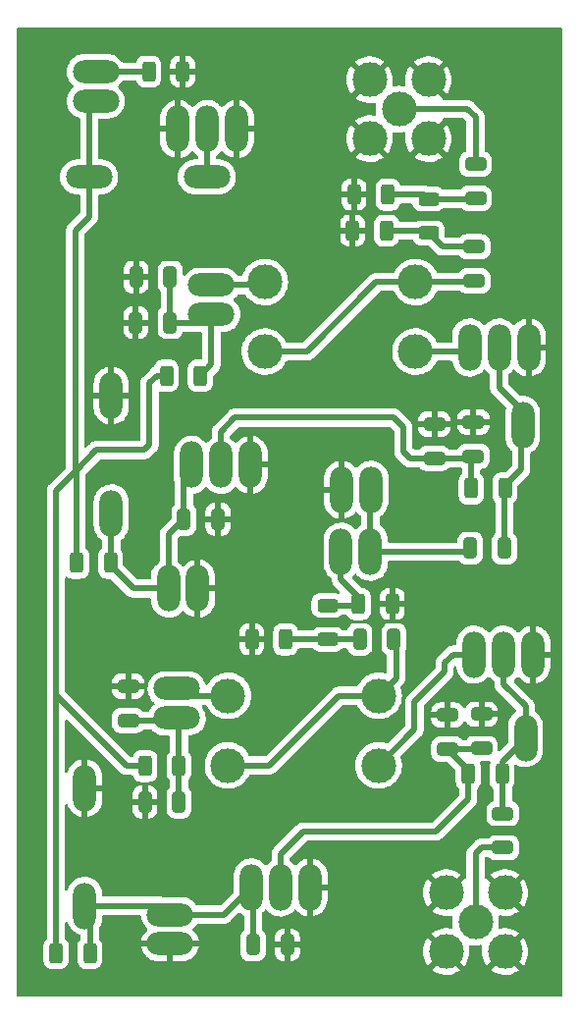
<source format=gbr>
%TF.GenerationSoftware,KiCad,Pcbnew,(6.0.7)*%
%TF.CreationDate,2023-01-23T16:12:40-05:00*%
%TF.ProjectId,Phoenix612_Stage_2_PA_Testing_v2.kicad_pro,50686f65-6e69-4783-9631-325f53746167,rev?*%
%TF.SameCoordinates,Original*%
%TF.FileFunction,Copper,L1,Top*%
%TF.FilePolarity,Positive*%
%FSLAX46Y46*%
G04 Gerber Fmt 4.6, Leading zero omitted, Abs format (unit mm)*
G04 Created by KiCad (PCBNEW (6.0.7)) date 2023-01-23 16:12:40*
%MOMM*%
%LPD*%
G01*
G04 APERTURE LIST*
G04 Aperture macros list*
%AMRoundRect*
0 Rectangle with rounded corners*
0 $1 Rounding radius*
0 $2 $3 $4 $5 $6 $7 $8 $9 X,Y pos of 4 corners*
0 Add a 4 corners polygon primitive as box body*
4,1,4,$2,$3,$4,$5,$6,$7,$8,$9,$2,$3,0*
0 Add four circle primitives for the rounded corners*
1,1,$1+$1,$2,$3*
1,1,$1+$1,$4,$5*
1,1,$1+$1,$6,$7*
1,1,$1+$1,$8,$9*
0 Add four rect primitives between the rounded corners*
20,1,$1+$1,$2,$3,$4,$5,0*
20,1,$1+$1,$4,$5,$6,$7,0*
20,1,$1+$1,$6,$7,$8,$9,0*
20,1,$1+$1,$8,$9,$2,$3,0*%
G04 Aperture macros list end*
%TA.AperFunction,ComponentPad*%
%ADD10C,3.000000*%
%TD*%
%TA.AperFunction,ComponentPad*%
%ADD11O,2.000000X4.000000*%
%TD*%
%TA.AperFunction,SMDPad,CuDef*%
%ADD12RoundRect,0.250000X-0.312500X-0.625000X0.312500X-0.625000X0.312500X0.625000X-0.312500X0.625000X0*%
%TD*%
%TA.AperFunction,SMDPad,CuDef*%
%ADD13RoundRect,0.250000X0.625000X-0.312500X0.625000X0.312500X-0.625000X0.312500X-0.625000X-0.312500X0*%
%TD*%
%TA.AperFunction,SMDPad,CuDef*%
%ADD14RoundRect,0.250000X0.312500X0.625000X-0.312500X0.625000X-0.312500X-0.625000X0.312500X-0.625000X0*%
%TD*%
%TA.AperFunction,ComponentPad*%
%ADD15O,4.000000X2.000000*%
%TD*%
%TA.AperFunction,SMDPad,CuDef*%
%ADD16O,2.000000X4.000000*%
%TD*%
%TA.AperFunction,SMDPad,CuDef*%
%ADD17C,3.000000*%
%TD*%
%TA.AperFunction,SMDPad,CuDef*%
%ADD18RoundRect,0.250000X-0.325000X-0.650000X0.325000X-0.650000X0.325000X0.650000X-0.325000X0.650000X0*%
%TD*%
%TA.AperFunction,SMDPad,CuDef*%
%ADD19RoundRect,0.250000X-0.650000X0.325000X-0.650000X-0.325000X0.650000X-0.325000X0.650000X0.325000X0*%
%TD*%
%TA.AperFunction,SMDPad,CuDef*%
%ADD20RoundRect,0.250000X0.650000X-0.325000X0.650000X0.325000X-0.650000X0.325000X-0.650000X-0.325000X0*%
%TD*%
%TA.AperFunction,SMDPad,CuDef*%
%ADD21RoundRect,0.250000X0.325000X0.650000X-0.325000X0.650000X-0.325000X-0.650000X0.325000X-0.650000X0*%
%TD*%
%TA.AperFunction,Conductor*%
%ADD22C,0.550000*%
%TD*%
G04 APERTURE END LIST*
D10*
%TO.P,T2,1,AA*%
%TO.N,Net-(C16-Pad2)*%
X92740849Y-88979000D03*
%TO.P,T2,2,AB*%
%TO.N,Net-(Q2-Pad1)*%
X105740849Y-88979000D03*
%TO.P,T2,3,SB*%
%TO.N,Net-(J8-Pad2)*%
X92740849Y-82979000D03*
%TO.P,T2,4,SA*%
%TO.N,Net-(C16-Pad2)*%
X105740849Y-82979000D03*
%TD*%
%TO.P,T1,4,SA*%
%TO.N,Net-(C10-Pad2)*%
X102565849Y-118666000D03*
%TO.P,T1,3,SB*%
%TO.N,Net-(J3-Pad2)*%
X89565849Y-118666000D03*
%TO.P,T1,2,AB*%
%TO.N,Net-(Q1-Pad1)*%
X102565849Y-124666000D03*
%TO.P,T1,1,AA*%
%TO.N,Net-(C10-Pad2)*%
X89565849Y-124666000D03*
%TD*%
D11*
%TO.P,RV2,1,1*%
%TO.N,GND*%
X91493849Y-98742500D03*
%TO.P,RV2,2,2*%
%TO.N,Net-(C12-Pad1)*%
X88953849Y-98742500D03*
%TO.P,RV2,3,3*%
%TO.N,Net-(C14-Pad1)*%
X86413849Y-98742500D03*
%TD*%
%TO.P,RV1,1,1*%
%TO.N,GND*%
X96647349Y-135191500D03*
%TO.P,RV1,2,2*%
%TO.N,Net-(C2-Pad1)*%
X94107349Y-135191500D03*
%TO.P,RV1,3,3*%
%TO.N,Net-(C6-Pad1)*%
X91567349Y-135191500D03*
%TD*%
D12*
%TO.P,R6,1*%
%TO.N,Net-(D2-Pad1)*%
X82728849Y-64833500D03*
%TO.P,R6,2*%
%TO.N,GND*%
X85653849Y-64833500D03*
%TD*%
%TO.P,R13,1*%
%TO.N,GND*%
X100445349Y-75438000D03*
%TO.P,R13,2*%
%TO.N,Net-(C17-Pad2)*%
X103370349Y-75438000D03*
%TD*%
D13*
%TO.P,R12,1*%
%TO.N,Net-(C16-Pad1)*%
X106860849Y-78740000D03*
%TO.P,R12,2*%
%TO.N,Net-(C17-Pad2)*%
X106860849Y-75815000D03*
%TD*%
D12*
%TO.P,R11,1*%
%TO.N,GND*%
X100318349Y-78549500D03*
%TO.P,R11,2*%
%TO.N,Net-(C16-Pad1)*%
X103243349Y-78549500D03*
%TD*%
D14*
%TO.P,R8,1*%
%TO.N,GND*%
X103751349Y-110744000D03*
%TO.P,R8,2*%
%TO.N,Net-(J5-Pad2)*%
X100826349Y-110744000D03*
%TD*%
D13*
%TO.P,R7,1*%
%TO.N,Net-(C10-Pad1)*%
X98161349Y-113794000D03*
%TO.P,R7,2*%
%TO.N,Net-(J5-Pad2)*%
X98161349Y-110869000D03*
%TD*%
D12*
%TO.P,R5,1*%
%TO.N,GND*%
X91618849Y-113792000D03*
%TO.P,R5,2*%
%TO.N,Net-(C10-Pad1)*%
X94543849Y-113792000D03*
%TD*%
%TO.P,R4,1*%
%TO.N,TX12V*%
X84250849Y-91059000D03*
%TO.P,R4,2*%
%TO.N,Q2_12V*%
X87175849Y-91059000D03*
%TD*%
%TO.P,R10,1*%
%TO.N,TX12V*%
X76505849Y-107188000D03*
%TO.P,R10,2*%
%TO.N,Net-(C14-Pad1)*%
X79430849Y-107188000D03*
%TD*%
%TO.P,R1,1*%
%TO.N,TX12V*%
X82411349Y-124714000D03*
%TO.P,R1,2*%
%TO.N,Q1_12V*%
X85336349Y-124714000D03*
%TD*%
%TO.P,R9,1*%
%TO.N,Net-(C12-Pad1)*%
X110541849Y-100774500D03*
%TO.P,R9,2*%
%TO.N,Net-(C11-Pad1)*%
X113466849Y-100774500D03*
%TD*%
%TO.P,R3,1*%
%TO.N,TX12V*%
X74727849Y-140843000D03*
%TO.P,R3,2*%
%TO.N,Net-(C6-Pad1)*%
X77652849Y-140843000D03*
%TD*%
%TO.P,R2,1*%
%TO.N,Net-(C2-Pad1)*%
X110287849Y-125412500D03*
%TO.P,R2,2*%
%TO.N,Net-(C1-Pad2)*%
X113212849Y-125412500D03*
%TD*%
D11*
%TO.P,Q2,1,D*%
%TO.N,Net-(Q2-Pad1)*%
X110416849Y-88625000D03*
%TO.P,Q2,2,G*%
%TO.N,Net-(C11-Pad1)*%
X112956849Y-88625000D03*
%TO.P,Q2,3,S*%
%TO.N,GND*%
X115496849Y-88625000D03*
%TD*%
%TO.P,Q1,1,D*%
%TO.N,Net-(Q1-Pad1)*%
X110797849Y-115104500D03*
%TO.P,Q1,2,G*%
%TO.N,Net-(C1-Pad2)*%
X113337849Y-115104500D03*
%TO.P,Q1,3,S*%
%TO.N,GND*%
X115877849Y-115104500D03*
%TD*%
D15*
%TO.P,J8,1,Pin_1*%
%TO.N,Q2_12V*%
X88128349Y-85788500D03*
%TO.P,J8,2,Pin_2*%
%TO.N,Net-(J8-Pad2)*%
X88128349Y-83248500D03*
%TD*%
D11*
%TO.P,J6,1,Pin_1*%
%TO.N,Net-(C11-Pad1)*%
X114988849Y-95313500D03*
%TD*%
%TO.P,J5,1,Pin_1*%
%TO.N,Net-(C11-Pad2)*%
X101849349Y-106235500D03*
%TO.P,J5,2,Pin_2*%
%TO.N,Net-(J5-Pad2)*%
X99309349Y-106235500D03*
%TD*%
D16*
%TO.P,J4,1,Pin_1*%
%TO.N,GND*%
X99362849Y-100901500D03*
%TO.P,J4,2,Pin_2*%
%TO.N,Net-(C11-Pad2)*%
X101902849Y-100901500D03*
%TD*%
D15*
%TO.P,J3,1,Pin_1*%
%TO.N,Q1_12V*%
X85143849Y-120591500D03*
%TO.P,J3,2,Pin_2*%
%TO.N,Net-(J3-Pad2)*%
X85143849Y-118051500D03*
%TD*%
D11*
%TO.P,J2,1,Pin_1*%
%TO.N,Net-(C1-Pad2)*%
X115242849Y-122301000D03*
%TD*%
%TO.P,J7,1,Pin_1*%
%TO.N,GND*%
X85222349Y-69786500D03*
%TO.P,J7,2,Pin_2*%
%TO.N,Net-(D3-Pad2)*%
X87762349Y-69786500D03*
%TO.P,J7,3,Pin_3*%
%TO.N,GND*%
X90302349Y-69786500D03*
%TD*%
D17*
%TO.P,J9,1,In*%
%TO.N,Net-(C17-Pad1)*%
X104320849Y-68072000D03*
%TO.P,J9,2,Ext*%
%TO.N,GND*%
X101780849Y-70612000D03*
X106860849Y-70612000D03*
X106860849Y-65532000D03*
X101780849Y-65532000D03*
%TD*%
%TO.P,J1,1,In*%
%TO.N,Net-(C1-Pad1)*%
X110924849Y-138176000D03*
%TO.P,J1,2,Ext*%
%TO.N,GND*%
X108384849Y-140716000D03*
X113464849Y-140716000D03*
X113464849Y-135636000D03*
X108384849Y-135636000D03*
%TD*%
D11*
%TO.P,D4,1,K*%
%TO.N,Net-(C14-Pad1)*%
X79492349Y-102933500D03*
%TO.P,D4,2,A*%
%TO.N,GND*%
X79492349Y-92773500D03*
%TD*%
%TO.P,D1,1,K*%
%TO.N,Net-(C6-Pad1)*%
X77206349Y-136779000D03*
%TO.P,D1,2,A*%
%TO.N,GND*%
X77206349Y-126619000D03*
%TD*%
D15*
%TO.P,D2,2,A*%
%TO.N,TX12V*%
X78158849Y-67368500D03*
%TO.P,D2,1,K*%
%TO.N,Net-(D2-Pad1)*%
X78158849Y-64828500D03*
%TD*%
%TO.P,D3,1,K*%
%TO.N,TX12V*%
X77587349Y-73914000D03*
%TO.P,D3,2,A*%
%TO.N,Net-(D3-Pad2)*%
X87747349Y-73914000D03*
%TD*%
D11*
%TO.P,C15,1*%
%TO.N,Net-(C14-Pad1)*%
X84445349Y-109410500D03*
%TO.P,C15,2*%
%TO.N,GND*%
X86945349Y-109410500D03*
%TD*%
D18*
%TO.P,C14,1*%
%TO.N,Net-(C14-Pad1)*%
X85764349Y-103441500D03*
%TO.P,C14,2*%
%TO.N,GND*%
X88714349Y-103441500D03*
%TD*%
D19*
%TO.P,C17,1*%
%TO.N,Net-(C17-Pad1)*%
X110924849Y-72805500D03*
%TO.P,C17,2*%
%TO.N,Net-(C17-Pad2)*%
X110924849Y-75755500D03*
%TD*%
%TO.P,C16,1*%
%TO.N,Net-(C16-Pad1)*%
X110797849Y-79932000D03*
%TO.P,C16,2*%
%TO.N,Net-(C16-Pad2)*%
X110797849Y-82882000D03*
%TD*%
D20*
%TO.P,C13,1*%
%TO.N,Net-(C12-Pad1)*%
X107368849Y-98185500D03*
%TO.P,C13,2*%
%TO.N,GND*%
X107368849Y-95235500D03*
%TD*%
%TO.P,C12,1*%
%TO.N,Net-(C12-Pad1)*%
X110734349Y-97995000D03*
%TO.P,C12,2*%
%TO.N,GND*%
X110734349Y-95045000D03*
%TD*%
D21*
%TO.P,C9,1*%
%TO.N,Q2_12V*%
X84572349Y-86487000D03*
%TO.P,C9,2*%
%TO.N,GND*%
X81622349Y-86487000D03*
%TD*%
%TO.P,C11,1*%
%TO.N,Net-(C11-Pad1)*%
X113415849Y-105918000D03*
%TO.P,C11,2*%
%TO.N,Net-(C11-Pad2)*%
X110465849Y-105918000D03*
%TD*%
D15*
%TO.P,C8,1*%
%TO.N,Net-(C6-Pad1)*%
X84572349Y-137541000D03*
%TO.P,C8,2*%
%TO.N,GND*%
X84572349Y-140041000D03*
%TD*%
D21*
%TO.P,C7,1*%
%TO.N,Q2_12V*%
X84586849Y-82550000D03*
%TO.P,C7,2*%
%TO.N,GND*%
X81636849Y-82550000D03*
%TD*%
D18*
%TO.P,C10,1*%
%TO.N,Net-(C10-Pad1)*%
X100940849Y-113792000D03*
%TO.P,C10,2*%
%TO.N,Net-(C10-Pad2)*%
X103890849Y-113792000D03*
%TD*%
D20*
%TO.P,C5,1*%
%TO.N,Q1_12V*%
X80952849Y-120791500D03*
%TO.P,C5,2*%
%TO.N,GND*%
X80952849Y-117841500D03*
%TD*%
D18*
%TO.P,C6,1*%
%TO.N,Net-(C6-Pad1)*%
X91733349Y-140144500D03*
%TO.P,C6,2*%
%TO.N,GND*%
X94683349Y-140144500D03*
%TD*%
D20*
%TO.P,C4,1*%
%TO.N,Net-(C2-Pad1)*%
X108511849Y-123268000D03*
%TO.P,C4,2*%
%TO.N,GND*%
X108511849Y-120318000D03*
%TD*%
D21*
%TO.P,C3,1*%
%TO.N,Q1_12V*%
X85348849Y-127825500D03*
%TO.P,C3,2*%
%TO.N,GND*%
X82398849Y-127825500D03*
%TD*%
D20*
%TO.P,C2,1*%
%TO.N,Net-(C2-Pad1)*%
X111432849Y-123204500D03*
%TO.P,C2,2*%
%TO.N,GND*%
X111432849Y-120254500D03*
%TD*%
%TO.P,C1,1*%
%TO.N,Net-(C1-Pad1)*%
X113274349Y-131762500D03*
%TO.P,C1,2*%
%TO.N,Net-(C1-Pad2)*%
X113274349Y-128812500D03*
%TD*%
D22*
%TO.N,Net-(C17-Pad1)*%
X110226349Y-68072000D02*
X104320849Y-68072000D01*
X110924849Y-68770500D02*
X110226349Y-68072000D01*
X110924849Y-72805500D02*
X110924849Y-68770500D01*
%TO.N,Net-(C17-Pad2)*%
X110865349Y-75815000D02*
X110924849Y-75755500D01*
X106860849Y-75815000D02*
X110865349Y-75815000D01*
X106483849Y-75438000D02*
X106860849Y-75815000D01*
X103370349Y-75438000D02*
X106483849Y-75438000D01*
%TO.N,Net-(C16-Pad1)*%
X106670349Y-78549500D02*
X106860849Y-78740000D01*
X103243349Y-78549500D02*
X106670349Y-78549500D01*
X108052849Y-79932000D02*
X106860849Y-78740000D01*
X110797849Y-79932000D02*
X108052849Y-79932000D01*
%TO.N,Net-(C16-Pad2)*%
X110700849Y-82979000D02*
X110797849Y-82882000D01*
X105740849Y-82979000D02*
X110700849Y-82979000D01*
%TO.N,Net-(C6-Pad1)*%
X91733349Y-135357500D02*
X91567349Y-135191500D01*
X91733349Y-140144500D02*
X91733349Y-135357500D01*
X89217849Y-137541000D02*
X91567349Y-135191500D01*
X84572349Y-137541000D02*
X89217849Y-137541000D01*
X83810349Y-136779000D02*
X84572349Y-137541000D01*
X77206349Y-136779000D02*
X83810349Y-136779000D01*
%TO.N,TX12V*%
X74727849Y-118616000D02*
X74727849Y-118552500D01*
X80825849Y-124714000D02*
X74727849Y-118616000D01*
X82411349Y-124714000D02*
X80825849Y-124714000D01*
X74727849Y-118552500D02*
X74727849Y-100967000D01*
X74727849Y-140843000D02*
X74727849Y-118552500D01*
X74727849Y-100967000D02*
X76505849Y-99189000D01*
%TO.N,Net-(C6-Pad1)*%
X77652849Y-137225500D02*
X77206349Y-136779000D01*
X77652849Y-140843000D02*
X77652849Y-137225500D01*
%TO.N,Net-(D2-Pad1)*%
X82723849Y-64828500D02*
X82728849Y-64833500D01*
X78158849Y-64828500D02*
X82723849Y-64828500D01*
%TO.N,TX12V*%
X77587349Y-73914000D02*
X77587349Y-67940000D01*
X77587349Y-67940000D02*
X78158849Y-67368500D01*
%TO.N,Net-(D3-Pad2)*%
X87747349Y-73914000D02*
X87747349Y-69801500D01*
X87747349Y-69801500D02*
X87762349Y-69786500D01*
%TO.N,Net-(C14-Pad1)*%
X84445349Y-104760500D02*
X85764349Y-103441500D01*
X84445349Y-109410500D02*
X84445349Y-104760500D01*
X85764349Y-99392000D02*
X86413849Y-98742500D01*
X85764349Y-103441500D02*
X85764349Y-99392000D01*
%TO.N,Net-(C12-Pad1)*%
X104701849Y-95504000D02*
X104701849Y-97599500D01*
X103876349Y-94678500D02*
X104701849Y-95504000D01*
X105287849Y-98185500D02*
X107368849Y-98185500D01*
X90160349Y-94678500D02*
X103876349Y-94678500D01*
X88953849Y-95885000D02*
X90160349Y-94678500D01*
X104701849Y-97599500D02*
X105287849Y-98185500D01*
X88953849Y-98742500D02*
X88953849Y-95885000D01*
%TO.N,Net-(C11-Pad2)*%
X110148349Y-106235500D02*
X110465849Y-105918000D01*
X101849349Y-106235500D02*
X110148349Y-106235500D01*
%TO.N,Net-(C11-Pad1)*%
X113415849Y-100825500D02*
X113466849Y-100774500D01*
X113415849Y-105918000D02*
X113415849Y-100825500D01*
%TO.N,Net-(C12-Pad1)*%
X110543849Y-98185500D02*
X110734349Y-97995000D01*
X107368849Y-98185500D02*
X110543849Y-98185500D01*
X110541849Y-98187500D02*
X110734349Y-97995000D01*
X110541849Y-100774500D02*
X110541849Y-98187500D01*
%TO.N,Net-(C11-Pad1)*%
X113466849Y-100518500D02*
X114861849Y-99123500D01*
X113466849Y-100774500D02*
X113466849Y-100518500D01*
X114861849Y-99123500D02*
X114861849Y-95313500D01*
X112956849Y-92075000D02*
X112956849Y-88625000D01*
X114861849Y-93980000D02*
X112956849Y-92075000D01*
X114861849Y-95313500D02*
X114861849Y-93980000D01*
%TO.N,Net-(Q2-Pad1)*%
X110062849Y-88979000D02*
X110416849Y-88625000D01*
X105740849Y-88979000D02*
X110062849Y-88979000D01*
%TO.N,Net-(C16-Pad2)*%
X102367849Y-82979000D02*
X105740849Y-82979000D01*
X96367849Y-88979000D02*
X102367849Y-82979000D01*
X92740849Y-88979000D02*
X96367849Y-88979000D01*
%TO.N,Net-(J8-Pad2)*%
X92471349Y-83248500D02*
X92740849Y-82979000D01*
X88128349Y-83248500D02*
X92471349Y-83248500D01*
%TO.N,Q2_12V*%
X84586849Y-86472500D02*
X84572349Y-86487000D01*
X84586849Y-82550000D02*
X84586849Y-86472500D01*
X87429849Y-86487000D02*
X88128349Y-85788500D01*
X84572349Y-86487000D02*
X87429849Y-86487000D01*
X88128349Y-90106500D02*
X88128349Y-85788500D01*
X87175849Y-91059000D02*
X88128349Y-90106500D01*
%TO.N,TX12V*%
X76505849Y-107188000D02*
X76505849Y-99629500D01*
X76505849Y-99629500D02*
X76505849Y-99189000D01*
X77587349Y-77343000D02*
X76380849Y-78549500D01*
X76380849Y-78549500D02*
X76380849Y-99504500D01*
X77587349Y-73914000D02*
X77587349Y-77343000D01*
X76380849Y-99504500D02*
X76505849Y-99629500D01*
X82794349Y-97028000D02*
X82794349Y-91694000D01*
X83429349Y-91059000D02*
X84250849Y-91059000D01*
X76505849Y-99189000D02*
X78222349Y-97472500D01*
X82349849Y-97472500D02*
X82794349Y-97028000D01*
X78222349Y-97472500D02*
X82349849Y-97472500D01*
X82794349Y-91694000D02*
X83429349Y-91059000D01*
%TO.N,Net-(C14-Pad1)*%
X79492349Y-107126500D02*
X79430849Y-107188000D01*
X79492349Y-102933500D02*
X79492349Y-107126500D01*
X81397349Y-109410500D02*
X84445349Y-109410500D01*
X79430849Y-107444000D02*
X81397349Y-109410500D01*
X79430849Y-107188000D02*
X79430849Y-107444000D01*
%TO.N,Q1_12V*%
X85348849Y-124726500D02*
X85336349Y-124714000D01*
X85348849Y-127825500D02*
X85348849Y-124726500D01*
X85336349Y-120784000D02*
X85143849Y-120591500D01*
X85336349Y-124714000D02*
X85336349Y-120784000D01*
X84943849Y-120791500D02*
X85143849Y-120591500D01*
X80952849Y-120791500D02*
X84943849Y-120791500D01*
%TO.N,Net-(J3-Pad2)*%
X85885349Y-118666000D02*
X85270849Y-118051500D01*
X89565849Y-118666000D02*
X85885349Y-118666000D01*
%TO.N,Net-(C10-Pad2)*%
X99129349Y-118666000D02*
X102565849Y-118666000D01*
X93129349Y-124666000D02*
X99129349Y-118666000D01*
X89565849Y-124666000D02*
X93129349Y-124666000D01*
%TO.N,Net-(C2-Pad1)*%
X110287849Y-127573500D02*
X110287849Y-125412500D01*
X107495849Y-130365500D02*
X110287849Y-127573500D01*
X94107349Y-132324000D02*
X96065849Y-130365500D01*
X96065849Y-130365500D02*
X107495849Y-130365500D01*
X94107349Y-135191500D02*
X94107349Y-132324000D01*
%TO.N,Net-(C11-Pad2)*%
X101849349Y-106235500D02*
X101849349Y-100955000D01*
X101849349Y-100955000D02*
X101902849Y-100901500D01*
%TO.N,GND*%
X99309349Y-100955000D02*
X99362849Y-100901500D01*
%TO.N,Net-(J5-Pad2)*%
X99309349Y-108653500D02*
X99309349Y-106235500D01*
X100826349Y-110744000D02*
X100826349Y-110170500D01*
X100826349Y-110170500D02*
X99309349Y-108653500D01*
%TO.N,Net-(C10-Pad1)*%
X98159349Y-113792000D02*
X98161349Y-113794000D01*
X94543849Y-113792000D02*
X98159349Y-113792000D01*
%TO.N,Net-(J5-Pad2)*%
X100701349Y-110869000D02*
X100826349Y-110744000D01*
X98161349Y-110869000D02*
X100701349Y-110869000D01*
%TO.N,Net-(C10-Pad1)*%
X100940849Y-113792000D02*
X98163349Y-113792000D01*
X98163349Y-113792000D02*
X98161349Y-113794000D01*
%TO.N,Net-(C10-Pad2)*%
X104066849Y-113968000D02*
X103890849Y-113792000D01*
X104066849Y-117165000D02*
X104066849Y-113968000D01*
X102565849Y-118666000D02*
X104066849Y-117165000D01*
%TO.N,Net-(Q1-Pad1)*%
X108977349Y-115104500D02*
X110797849Y-115104500D01*
X105654349Y-119189500D02*
X108257849Y-116586000D01*
X105654349Y-121577500D02*
X105654349Y-119189500D01*
X102565849Y-124666000D02*
X105654349Y-121577500D01*
X108257849Y-116586000D02*
X108257849Y-115824000D01*
X108257849Y-115824000D02*
X108977349Y-115104500D01*
%TO.N,Net-(C2-Pad1)*%
X111369349Y-123268000D02*
X111432849Y-123204500D01*
X108511849Y-123268000D02*
X111369349Y-123268000D01*
X110287849Y-125044000D02*
X108511849Y-123268000D01*
X110287849Y-125412500D02*
X110287849Y-125044000D01*
%TO.N,Net-(C1-Pad2)*%
X113337849Y-117665500D02*
X113337849Y-115104500D01*
X115242849Y-119570500D02*
X113337849Y-117665500D01*
X115242849Y-122301000D02*
X115242849Y-119570500D01*
X113212849Y-124331000D02*
X115242849Y-122301000D01*
X113212849Y-125412500D02*
X113212849Y-124331000D01*
X113274349Y-125474000D02*
X113212849Y-125412500D01*
X113274349Y-128812500D02*
X113274349Y-125474000D01*
%TO.N,Net-(C1-Pad1)*%
X111432849Y-131762500D02*
X113274349Y-131762500D01*
X110924849Y-132270500D02*
X111432849Y-131762500D01*
X110924849Y-138176000D02*
X110924849Y-132270500D01*
%TD*%
%TA.AperFunction,Conductor*%
%TO.N,GND*%
G36*
X118359470Y-61044002D02*
G01*
X118405963Y-61097658D01*
X118417349Y-61150000D01*
X118417349Y-144463000D01*
X118397347Y-144531121D01*
X118343691Y-144577614D01*
X118291349Y-144589000D01*
X71490849Y-144589000D01*
X71422728Y-144568998D01*
X71376235Y-144515342D01*
X71364849Y-144463000D01*
X71364849Y-142305654D01*
X107160467Y-142305654D01*
X107167522Y-142315627D01*
X107198528Y-142341551D01*
X107205447Y-142346579D01*
X107430121Y-142487515D01*
X107437656Y-142491556D01*
X107679369Y-142600694D01*
X107687400Y-142603680D01*
X107941681Y-142679002D01*
X107950033Y-142680869D01*
X108212189Y-142720984D01*
X108220723Y-142721700D01*
X108485894Y-142725867D01*
X108494445Y-142725418D01*
X108757732Y-142693557D01*
X108766133Y-142691955D01*
X109022673Y-142624653D01*
X109030775Y-142621926D01*
X109275798Y-142520434D01*
X109283466Y-142516628D01*
X109512447Y-142382822D01*
X109519528Y-142378009D01*
X109599504Y-142315301D01*
X109606394Y-142305654D01*
X112240467Y-142305654D01*
X112247522Y-142315627D01*
X112278528Y-142341551D01*
X112285447Y-142346579D01*
X112510121Y-142487515D01*
X112517656Y-142491556D01*
X112759369Y-142600694D01*
X112767400Y-142603680D01*
X113021681Y-142679002D01*
X113030033Y-142680869D01*
X113292189Y-142720984D01*
X113300723Y-142721700D01*
X113565894Y-142725867D01*
X113574445Y-142725418D01*
X113837732Y-142693557D01*
X113846133Y-142691955D01*
X114102673Y-142624653D01*
X114110775Y-142621926D01*
X114355798Y-142520434D01*
X114363466Y-142516628D01*
X114592447Y-142382822D01*
X114599528Y-142378009D01*
X114679504Y-142315301D01*
X114687974Y-142303442D01*
X114681457Y-142291818D01*
X113477661Y-141088022D01*
X113463717Y-141080408D01*
X113461884Y-141080539D01*
X113455269Y-141084790D01*
X112247759Y-142292300D01*
X112240467Y-142305654D01*
X109606394Y-142305654D01*
X109607974Y-142303442D01*
X109601457Y-142291818D01*
X108397661Y-141088022D01*
X108383717Y-141080408D01*
X108381884Y-141080539D01*
X108375269Y-141084790D01*
X107167759Y-142292300D01*
X107160467Y-142305654D01*
X71364849Y-142305654D01*
X71364849Y-141518400D01*
X73656849Y-141518400D01*
X73657186Y-141521646D01*
X73657186Y-141521650D01*
X73660214Y-141550828D01*
X73667823Y-141624166D01*
X73723799Y-141791946D01*
X73816871Y-141942348D01*
X73942046Y-142067305D01*
X73948276Y-142071145D01*
X73948277Y-142071146D01*
X74085439Y-142155694D01*
X74092611Y-142160115D01*
X74172354Y-142186564D01*
X74253960Y-142213632D01*
X74253962Y-142213632D01*
X74260488Y-142215797D01*
X74267324Y-142216497D01*
X74267327Y-142216498D01*
X74310380Y-142220909D01*
X74364949Y-142226500D01*
X75090749Y-142226500D01*
X75093995Y-142226163D01*
X75093999Y-142226163D01*
X75189657Y-142216238D01*
X75189661Y-142216237D01*
X75196515Y-142215526D01*
X75203051Y-142213345D01*
X75203053Y-142213345D01*
X75335155Y-142169272D01*
X75364295Y-142159550D01*
X75514697Y-142066478D01*
X75639654Y-141941303D01*
X75645068Y-141932520D01*
X75728624Y-141796968D01*
X75728625Y-141796966D01*
X75732464Y-141790738D01*
X75788146Y-141622861D01*
X75798849Y-141518400D01*
X75798849Y-140167600D01*
X75798507Y-140164303D01*
X75788587Y-140068692D01*
X75788586Y-140068688D01*
X75787875Y-140061834D01*
X75731899Y-139894054D01*
X75638827Y-139743652D01*
X75548331Y-139653313D01*
X75514252Y-139591032D01*
X75511349Y-139564141D01*
X75511349Y-138243605D01*
X75531351Y-138175484D01*
X75585007Y-138128991D01*
X75655281Y-138118887D01*
X75719861Y-138148381D01*
X75759712Y-138213550D01*
X75770312Y-138256706D01*
X75772287Y-138261358D01*
X75772288Y-138261362D01*
X75826617Y-138389352D01*
X75865161Y-138480156D01*
X75869255Y-138486657D01*
X75983928Y-138668753D01*
X75994516Y-138685567D01*
X75997861Y-138689361D01*
X76151699Y-138863858D01*
X76151702Y-138863861D01*
X76155047Y-138867655D01*
X76158955Y-138870865D01*
X76158956Y-138870866D01*
X76336047Y-139016329D01*
X76342627Y-139021734D01*
X76365317Y-139034940D01*
X76526069Y-139128500D01*
X76552427Y-139143841D01*
X76557150Y-139145654D01*
X76774327Y-139229020D01*
X76774331Y-139229021D01*
X76779051Y-139230833D01*
X76779923Y-139231015D01*
X76838627Y-139268795D01*
X76868078Y-139333395D01*
X76869349Y-139351246D01*
X76869349Y-139564041D01*
X76849347Y-139632162D01*
X76832522Y-139653059D01*
X76746215Y-139739516D01*
X76746211Y-139739521D01*
X76741044Y-139744697D01*
X76737204Y-139750927D01*
X76737203Y-139750928D01*
X76654785Y-139884635D01*
X76648234Y-139895262D01*
X76592552Y-140063139D01*
X76581849Y-140167600D01*
X76581849Y-141518400D01*
X76582186Y-141521646D01*
X76582186Y-141521650D01*
X76585214Y-141550828D01*
X76592823Y-141624166D01*
X76648799Y-141791946D01*
X76741871Y-141942348D01*
X76867046Y-142067305D01*
X76873276Y-142071145D01*
X76873277Y-142071146D01*
X77010439Y-142155694D01*
X77017611Y-142160115D01*
X77097354Y-142186564D01*
X77178960Y-142213632D01*
X77178962Y-142213632D01*
X77185488Y-142215797D01*
X77192324Y-142216497D01*
X77192327Y-142216498D01*
X77235380Y-142220909D01*
X77289949Y-142226500D01*
X78015749Y-142226500D01*
X78018995Y-142226163D01*
X78018999Y-142226163D01*
X78114657Y-142216238D01*
X78114661Y-142216237D01*
X78121515Y-142215526D01*
X78128051Y-142213345D01*
X78128053Y-142213345D01*
X78260155Y-142169272D01*
X78289295Y-142159550D01*
X78439697Y-142066478D01*
X78564654Y-141941303D01*
X78570068Y-141932520D01*
X78653624Y-141796968D01*
X78653625Y-141796966D01*
X78657464Y-141790738D01*
X78713146Y-141622861D01*
X78723849Y-141518400D01*
X78723849Y-140312114D01*
X82085624Y-140312114D01*
X82087674Y-140329830D01*
X82089634Y-140339727D01*
X82152953Y-140563494D01*
X82156465Y-140572938D01*
X82254748Y-140783705D01*
X82259727Y-140792471D01*
X82390436Y-140984802D01*
X82396768Y-140992677D01*
X82556535Y-141161626D01*
X82564044Y-141168387D01*
X82748775Y-141309625D01*
X82757254Y-141315089D01*
X82962196Y-141424978D01*
X82971448Y-141429020D01*
X83191320Y-141504727D01*
X83201092Y-141507236D01*
X83431320Y-141547004D01*
X83439192Y-141547859D01*
X83462900Y-141548936D01*
X83465733Y-141549000D01*
X84300234Y-141549000D01*
X84315473Y-141544525D01*
X84316678Y-141543135D01*
X84318349Y-141535452D01*
X84318349Y-141530885D01*
X84826349Y-141530885D01*
X84830824Y-141546124D01*
X84832214Y-141547329D01*
X84839897Y-141549000D01*
X85630805Y-141549000D01*
X85635837Y-141548798D01*
X85809192Y-141534850D01*
X85819145Y-141533238D01*
X86044982Y-141477767D01*
X86054552Y-141474584D01*
X86268614Y-141383720D01*
X86277556Y-141379045D01*
X86474336Y-141255126D01*
X86482409Y-141249086D01*
X86656849Y-141095297D01*
X86663853Y-141088044D01*
X86811459Y-140908346D01*
X86817215Y-140900064D01*
X86934190Y-140699081D01*
X86938552Y-140689976D01*
X87021886Y-140472885D01*
X87024737Y-140463196D01*
X87056170Y-140312736D01*
X87055047Y-140298675D01*
X87044939Y-140295000D01*
X84844464Y-140295000D01*
X84829225Y-140299475D01*
X84828020Y-140300865D01*
X84826349Y-140308548D01*
X84826349Y-141530885D01*
X84318349Y-141530885D01*
X84318349Y-140313115D01*
X84313874Y-140297876D01*
X84312484Y-140296671D01*
X84304801Y-140295000D01*
X82101759Y-140295000D01*
X82087673Y-140299136D01*
X82085624Y-140312114D01*
X78723849Y-140312114D01*
X78723849Y-140167600D01*
X78723507Y-140164303D01*
X78713587Y-140068692D01*
X78713586Y-140068688D01*
X78712875Y-140061834D01*
X78656899Y-139894054D01*
X78563827Y-139743652D01*
X78473331Y-139653313D01*
X78439252Y-139591032D01*
X78436349Y-139564141D01*
X78436349Y-138696565D01*
X78456351Y-138628444D01*
X78462243Y-138620049D01*
X78478469Y-138598826D01*
X78593180Y-138384891D01*
X78672211Y-138155369D01*
X78713528Y-137916164D01*
X78714136Y-137902778D01*
X78714785Y-137888494D01*
X78714785Y-137888475D01*
X78714849Y-137887075D01*
X78714849Y-137688500D01*
X78734851Y-137620379D01*
X78788507Y-137573886D01*
X78840849Y-137562500D01*
X81943978Y-137562500D01*
X82012099Y-137582502D01*
X82058592Y-137636158D01*
X82069142Y-137674016D01*
X82087764Y-137834956D01*
X82089140Y-137839820D01*
X82089141Y-137839823D01*
X82108166Y-137907055D01*
X82153859Y-138068532D01*
X82155993Y-138073108D01*
X82155995Y-138073114D01*
X82254311Y-138283954D01*
X82256448Y-138288536D01*
X82392893Y-138489307D01*
X82559681Y-138665681D01*
X82594365Y-138692199D01*
X82636330Y-138749461D01*
X82640676Y-138820324D01*
X82601159Y-138886807D01*
X82487849Y-138986703D01*
X82480845Y-138993956D01*
X82333239Y-139173654D01*
X82327483Y-139181936D01*
X82210508Y-139382919D01*
X82206146Y-139392024D01*
X82122812Y-139609115D01*
X82119961Y-139618804D01*
X82088528Y-139769264D01*
X82089651Y-139783325D01*
X82099759Y-139787000D01*
X87042939Y-139787000D01*
X87057025Y-139782864D01*
X87059074Y-139769886D01*
X87057024Y-139752170D01*
X87055064Y-139742273D01*
X86991745Y-139518506D01*
X86988233Y-139509062D01*
X86889950Y-139298295D01*
X86884971Y-139289529D01*
X86754262Y-139097198D01*
X86747930Y-139089323D01*
X86588163Y-138920374D01*
X86580660Y-138913618D01*
X86550357Y-138890450D01*
X86508390Y-138833185D01*
X86504045Y-138762322D01*
X86543562Y-138695840D01*
X86547696Y-138692196D01*
X86629546Y-138620036D01*
X86657207Y-138595650D01*
X86657210Y-138595647D01*
X86661004Y-138592302D01*
X86815083Y-138404722D01*
X86825329Y-138387118D01*
X86876880Y-138338306D01*
X86934226Y-138324500D01*
X89208848Y-138324500D01*
X89210169Y-138324507D01*
X89297527Y-138325422D01*
X89304412Y-138323933D01*
X89304415Y-138323933D01*
X89338394Y-138316586D01*
X89350977Y-138314525D01*
X89359464Y-138313573D01*
X89392531Y-138309864D01*
X89399186Y-138307546D01*
X89399192Y-138307545D01*
X89422995Y-138299256D01*
X89437804Y-138295093D01*
X89462450Y-138289764D01*
X89462454Y-138289763D01*
X89469335Y-138288275D01*
X89507244Y-138270598D01*
X89519020Y-138265816D01*
X89558530Y-138252057D01*
X89585888Y-138234962D01*
X89599405Y-138227623D01*
X89622264Y-138216964D01*
X89622267Y-138216962D01*
X89628643Y-138213989D01*
X89661683Y-138188360D01*
X89672132Y-138181071D01*
X89707598Y-138158909D01*
X89735521Y-138131181D01*
X89736113Y-138130627D01*
X89736762Y-138130123D01*
X89761914Y-138104971D01*
X89832324Y-138035051D01*
X89832965Y-138034041D01*
X89834023Y-138032862D01*
X90474067Y-137392818D01*
X90536379Y-137358792D01*
X90607194Y-137363857D01*
X90643138Y-137384548D01*
X90699721Y-137431026D01*
X90699724Y-137431028D01*
X90703627Y-137434234D01*
X90707993Y-137436775D01*
X90708003Y-137436782D01*
X90887230Y-137541095D01*
X90936043Y-137592648D01*
X90949849Y-137649993D01*
X90949849Y-138828020D01*
X90929847Y-138896141D01*
X90913024Y-138917036D01*
X90809044Y-139021197D01*
X90805204Y-139027427D01*
X90805203Y-139027428D01*
X90750126Y-139116780D01*
X90716234Y-139171762D01*
X90660552Y-139339639D01*
X90649849Y-139444100D01*
X90649849Y-140844900D01*
X90650186Y-140848146D01*
X90650186Y-140848150D01*
X90660101Y-140943706D01*
X90660823Y-140950666D01*
X90716799Y-141118446D01*
X90809871Y-141268848D01*
X90935046Y-141393805D01*
X90941276Y-141397645D01*
X90941277Y-141397646D01*
X91078637Y-141482316D01*
X91085611Y-141486615D01*
X91147782Y-141507236D01*
X91246960Y-141540132D01*
X91246962Y-141540132D01*
X91253488Y-141542297D01*
X91260324Y-141542997D01*
X91260327Y-141542998D01*
X91299428Y-141547004D01*
X91357949Y-141553000D01*
X92108749Y-141553000D01*
X92111995Y-141552663D01*
X92111999Y-141552663D01*
X92207657Y-141542738D01*
X92207661Y-141542737D01*
X92214515Y-141542026D01*
X92221051Y-141539845D01*
X92221053Y-141539845D01*
X92364778Y-141491894D01*
X92382295Y-141486050D01*
X92532697Y-141392978D01*
X92657654Y-141267803D01*
X92665468Y-141255126D01*
X92746624Y-141123468D01*
X92746625Y-141123466D01*
X92750464Y-141117238D01*
X92806146Y-140949361D01*
X92816849Y-140844900D01*
X92816849Y-140841595D01*
X93600350Y-140841595D01*
X93600687Y-140848114D01*
X93610606Y-140943706D01*
X93613498Y-140957100D01*
X93664937Y-141111284D01*
X93671110Y-141124462D01*
X93756412Y-141262307D01*
X93765448Y-141273708D01*
X93880178Y-141388239D01*
X93891589Y-141397251D01*
X94029592Y-141482316D01*
X94042773Y-141488463D01*
X94197059Y-141539638D01*
X94210435Y-141542505D01*
X94304787Y-141552172D01*
X94311203Y-141552500D01*
X94411234Y-141552500D01*
X94426473Y-141548025D01*
X94427678Y-141546635D01*
X94429349Y-141538952D01*
X94429349Y-141534384D01*
X94937349Y-141534384D01*
X94941824Y-141549623D01*
X94943214Y-141550828D01*
X94950897Y-141552499D01*
X95055444Y-141552499D01*
X95061963Y-141552162D01*
X95157555Y-141542243D01*
X95170949Y-141539351D01*
X95325133Y-141487912D01*
X95338311Y-141481739D01*
X95476156Y-141396437D01*
X95487557Y-141387401D01*
X95602088Y-141272671D01*
X95611100Y-141261260D01*
X95696165Y-141123257D01*
X95702312Y-141110076D01*
X95753487Y-140955790D01*
X95756354Y-140942414D01*
X95766021Y-140848062D01*
X95766349Y-140841646D01*
X95766349Y-140699204D01*
X106372514Y-140699204D01*
X106387781Y-140963969D01*
X106388854Y-140972470D01*
X106439914Y-141232722D01*
X106442125Y-141240974D01*
X106528033Y-141491894D01*
X106531348Y-141499779D01*
X106650513Y-141736713D01*
X106654869Y-141744079D01*
X106784196Y-141932250D01*
X106794450Y-141940594D01*
X106808191Y-141933448D01*
X108012827Y-140728812D01*
X108020441Y-140714868D01*
X108020310Y-140713035D01*
X108016059Y-140706420D01*
X106808663Y-139499024D01*
X106796653Y-139492466D01*
X106784913Y-139501434D01*
X106676784Y-139651911D01*
X106672267Y-139659196D01*
X106548174Y-139893567D01*
X106544688Y-139901395D01*
X106453549Y-140150446D01*
X106451160Y-140158670D01*
X106394661Y-140417795D01*
X106393412Y-140426250D01*
X106372603Y-140690653D01*
X106372514Y-140699204D01*
X95766349Y-140699204D01*
X95766349Y-140416615D01*
X95761874Y-140401376D01*
X95760484Y-140400171D01*
X95752801Y-140398500D01*
X94955464Y-140398500D01*
X94940225Y-140402975D01*
X94939020Y-140404365D01*
X94937349Y-140412048D01*
X94937349Y-141534384D01*
X94429349Y-141534384D01*
X94429349Y-140416615D01*
X94424874Y-140401376D01*
X94423484Y-140400171D01*
X94415801Y-140398500D01*
X93618465Y-140398500D01*
X93603226Y-140402975D01*
X93602021Y-140404365D01*
X93600350Y-140412048D01*
X93600350Y-140841595D01*
X92816849Y-140841595D01*
X92816849Y-139872385D01*
X93600349Y-139872385D01*
X93604824Y-139887624D01*
X93606214Y-139888829D01*
X93613897Y-139890500D01*
X94411234Y-139890500D01*
X94426473Y-139886025D01*
X94427678Y-139884635D01*
X94429349Y-139876952D01*
X94429349Y-139872385D01*
X94937349Y-139872385D01*
X94941824Y-139887624D01*
X94943214Y-139888829D01*
X94950897Y-139890500D01*
X95748233Y-139890500D01*
X95763472Y-139886025D01*
X95764677Y-139884635D01*
X95766348Y-139876952D01*
X95766348Y-139447405D01*
X95766011Y-139440886D01*
X95756092Y-139345294D01*
X95753200Y-139331900D01*
X95701761Y-139177716D01*
X95695588Y-139164538D01*
X95610286Y-139026693D01*
X95601250Y-139015292D01*
X95486520Y-138900761D01*
X95475109Y-138891749D01*
X95337106Y-138806684D01*
X95323925Y-138800537D01*
X95169639Y-138749362D01*
X95156263Y-138746495D01*
X95061911Y-138736828D01*
X95055494Y-138736500D01*
X94955464Y-138736500D01*
X94940225Y-138740975D01*
X94939020Y-138742365D01*
X94937349Y-138750048D01*
X94937349Y-139872385D01*
X94429349Y-139872385D01*
X94429349Y-138754616D01*
X94424874Y-138739377D01*
X94423484Y-138738172D01*
X94415801Y-138736501D01*
X94311254Y-138736501D01*
X94304735Y-138736838D01*
X94209143Y-138746757D01*
X94195749Y-138749649D01*
X94041565Y-138801088D01*
X94028387Y-138807261D01*
X93890542Y-138892563D01*
X93879141Y-138901599D01*
X93764610Y-139016329D01*
X93755598Y-139027740D01*
X93670533Y-139165743D01*
X93664386Y-139178924D01*
X93613211Y-139333210D01*
X93610344Y-139346586D01*
X93600677Y-139440938D01*
X93600349Y-139447355D01*
X93600349Y-139872385D01*
X92816849Y-139872385D01*
X92816849Y-139444100D01*
X92807215Y-139351246D01*
X92806587Y-139345192D01*
X92806586Y-139345188D01*
X92805875Y-139338334D01*
X92749899Y-139170554D01*
X92656827Y-139020152D01*
X92613637Y-138977037D01*
X92553831Y-138917335D01*
X92519752Y-138855052D01*
X92516849Y-138828162D01*
X92516849Y-137424093D01*
X92536851Y-137355972D01*
X92556276Y-137332545D01*
X92688344Y-137207654D01*
X92688346Y-137207652D01*
X92692030Y-137204168D01*
X92736814Y-137145593D01*
X92794079Y-137103625D01*
X92864942Y-137099280D01*
X92931424Y-137138797D01*
X93052699Y-137276358D01*
X93052702Y-137276361D01*
X93056047Y-137280155D01*
X93059955Y-137283365D01*
X93059956Y-137283366D01*
X93211099Y-137407515D01*
X93243627Y-137434234D01*
X93247995Y-137436776D01*
X93448273Y-137553341D01*
X93453427Y-137556341D01*
X93458150Y-137558154D01*
X93675327Y-137641520D01*
X93675331Y-137641521D01*
X93680051Y-137643333D01*
X93685001Y-137644367D01*
X93685004Y-137644368D01*
X93912718Y-137691940D01*
X93912722Y-137691940D01*
X93917669Y-137692974D01*
X94160166Y-137703986D01*
X94165186Y-137703405D01*
X94165190Y-137703405D01*
X94396278Y-137676667D01*
X94396282Y-137676666D01*
X94401305Y-137676085D01*
X94406169Y-137674709D01*
X94406172Y-137674708D01*
X94630018Y-137611366D01*
X94630017Y-137611366D01*
X94634881Y-137609990D01*
X94639457Y-137607856D01*
X94639463Y-137607854D01*
X94850303Y-137509538D01*
X94850307Y-137509536D01*
X94854885Y-137507401D01*
X95055656Y-137370956D01*
X95232030Y-137204168D01*
X95277126Y-137145185D01*
X95334388Y-137103219D01*
X95405252Y-137098874D01*
X95471734Y-137138391D01*
X95593052Y-137276000D01*
X95600305Y-137283004D01*
X95780003Y-137430610D01*
X95788285Y-137436366D01*
X95989268Y-137553341D01*
X95998373Y-137557703D01*
X96215464Y-137641037D01*
X96225153Y-137643888D01*
X96375613Y-137675321D01*
X96389674Y-137674198D01*
X96393349Y-137664090D01*
X96393349Y-137662090D01*
X96901349Y-137662090D01*
X96905485Y-137676176D01*
X96918463Y-137678225D01*
X96936179Y-137676175D01*
X96946076Y-137674215D01*
X97169843Y-137610896D01*
X97179287Y-137607384D01*
X97390054Y-137509101D01*
X97398820Y-137504122D01*
X97591151Y-137373413D01*
X97599026Y-137367081D01*
X97748581Y-137225654D01*
X107160467Y-137225654D01*
X107167522Y-137235627D01*
X107198528Y-137261551D01*
X107205447Y-137266579D01*
X107430121Y-137407515D01*
X107437656Y-137411556D01*
X107679369Y-137520694D01*
X107687400Y-137523680D01*
X107941681Y-137599002D01*
X107950033Y-137600869D01*
X108212189Y-137640984D01*
X108220723Y-137641700D01*
X108485894Y-137645867D01*
X108494445Y-137645418D01*
X108757732Y-137613557D01*
X108766132Y-137611955D01*
X108806938Y-137601250D01*
X108877905Y-137603311D01*
X108936492Y-137643413D01*
X108964097Y-137708822D01*
X108962020Y-137749968D01*
X108933253Y-137881907D01*
X108931610Y-137902778D01*
X108913807Y-138128991D01*
X108911766Y-138154918D01*
X108927531Y-138428320D01*
X108928356Y-138432525D01*
X108928357Y-138432533D01*
X108938541Y-138484440D01*
X108961121Y-138599527D01*
X108961583Y-138601884D01*
X108955070Y-138672581D01*
X108911369Y-138728534D01*
X108844355Y-138751979D01*
X108811849Y-138748327D01*
X108811630Y-138749357D01*
X108799063Y-138746685D01*
X108536505Y-138709318D01*
X108527960Y-138708691D01*
X108262757Y-138707302D01*
X108254223Y-138707839D01*
X107991282Y-138742456D01*
X107982884Y-138744149D01*
X107727087Y-138814127D01*
X107718992Y-138816946D01*
X107475048Y-138920997D01*
X107467426Y-138924881D01*
X107239862Y-139061075D01*
X107232830Y-139065962D01*
X107169902Y-139116377D01*
X107161433Y-139128500D01*
X107167829Y-139139770D01*
X109960579Y-141932520D01*
X109972788Y-141939187D01*
X109984288Y-141930497D01*
X110081680Y-141797913D01*
X110086267Y-141790685D01*
X110212811Y-141557621D01*
X110216379Y-141549827D01*
X110310120Y-141301750D01*
X110312597Y-141293544D01*
X110371803Y-141035038D01*
X110373143Y-141026577D01*
X110396880Y-140760616D01*
X110397126Y-140755677D01*
X110397515Y-140718485D01*
X110397372Y-140713519D01*
X110379211Y-140447123D01*
X110378050Y-140438649D01*
X110347571Y-140291472D01*
X110353343Y-140220711D01*
X110396456Y-140164303D01*
X110463221Y-140140158D01*
X110490011Y-140141371D01*
X110562375Y-140152444D01*
X110752147Y-140181483D01*
X110752149Y-140181483D01*
X110756389Y-140182132D01*
X110895761Y-140184322D01*
X111025920Y-140186367D01*
X111025926Y-140186367D01*
X111030211Y-140186434D01*
X111302084Y-140153534D01*
X111316045Y-140149871D01*
X111347363Y-140141656D01*
X111418329Y-140143718D01*
X111476916Y-140183820D01*
X111504521Y-140249230D01*
X111502443Y-140290374D01*
X111474661Y-140417794D01*
X111473412Y-140426250D01*
X111452603Y-140690653D01*
X111452514Y-140699204D01*
X111467781Y-140963969D01*
X111468854Y-140972470D01*
X111519914Y-141232722D01*
X111522125Y-141240974D01*
X111608033Y-141491894D01*
X111611348Y-141499779D01*
X111730513Y-141736713D01*
X111734869Y-141744079D01*
X111864196Y-141932250D01*
X111874450Y-141940594D01*
X111888191Y-141933448D01*
X113104507Y-140717132D01*
X113829257Y-140717132D01*
X113829388Y-140718965D01*
X113833639Y-140725580D01*
X115040579Y-141932520D01*
X115052788Y-141939187D01*
X115064288Y-141930497D01*
X115161680Y-141797913D01*
X115166267Y-141790685D01*
X115292811Y-141557621D01*
X115296379Y-141549827D01*
X115390120Y-141301750D01*
X115392597Y-141293544D01*
X115451803Y-141035038D01*
X115453143Y-141026577D01*
X115476880Y-140760616D01*
X115477126Y-140755677D01*
X115477515Y-140718485D01*
X115477372Y-140713519D01*
X115459211Y-140447123D01*
X115458050Y-140438649D01*
X115404268Y-140178944D01*
X115401969Y-140170709D01*
X115313437Y-139920705D01*
X115310040Y-139912854D01*
X115188399Y-139677178D01*
X115183971Y-139669866D01*
X115064880Y-139500417D01*
X115054358Y-139492037D01*
X115040970Y-139499089D01*
X113836871Y-140703188D01*
X113829257Y-140717132D01*
X113104507Y-140717132D01*
X114681453Y-139140186D01*
X114688644Y-139127017D01*
X114681322Y-139116780D01*
X114634082Y-139078115D01*
X114627110Y-139073160D01*
X114400971Y-138934582D01*
X114393401Y-138930624D01*
X114150553Y-138824022D01*
X114142493Y-138821120D01*
X113887441Y-138748467D01*
X113879063Y-138746685D01*
X113616505Y-138709318D01*
X113607960Y-138708691D01*
X113342757Y-138707302D01*
X113334223Y-138707839D01*
X113071282Y-138742456D01*
X113062885Y-138744149D01*
X113044449Y-138749192D01*
X112973465Y-138747872D01*
X112914462Y-138708385D01*
X112886175Y-138643268D01*
X112888384Y-138599531D01*
X112913256Y-138490933D01*
X112913836Y-138484440D01*
X112937380Y-138220627D01*
X112937380Y-138220625D01*
X112937600Y-138218161D01*
X112938042Y-138176000D01*
X112936605Y-138154918D01*
X112919708Y-137907055D01*
X112919707Y-137907049D01*
X112919416Y-137902778D01*
X112887990Y-137751030D01*
X112893762Y-137680270D01*
X112936875Y-137623862D01*
X113003639Y-137599717D01*
X113030431Y-137600930D01*
X113292189Y-137640984D01*
X113300723Y-137641700D01*
X113565894Y-137645867D01*
X113574445Y-137645418D01*
X113837732Y-137613557D01*
X113846133Y-137611955D01*
X114102673Y-137544653D01*
X114110775Y-137541926D01*
X114355798Y-137440434D01*
X114363466Y-137436628D01*
X114592447Y-137302822D01*
X114599528Y-137298009D01*
X114679504Y-137235301D01*
X114687974Y-137223442D01*
X114681457Y-137211818D01*
X113106771Y-135637132D01*
X113829257Y-135637132D01*
X113829388Y-135638965D01*
X113833639Y-135645580D01*
X115040579Y-136852520D01*
X115052788Y-136859187D01*
X115064288Y-136850497D01*
X115161680Y-136717913D01*
X115166267Y-136710685D01*
X115292811Y-136477621D01*
X115296379Y-136469827D01*
X115390120Y-136221750D01*
X115392597Y-136213544D01*
X115451803Y-135955038D01*
X115453143Y-135946577D01*
X115476880Y-135680616D01*
X115477126Y-135675677D01*
X115477515Y-135638485D01*
X115477372Y-135633519D01*
X115459211Y-135367123D01*
X115458050Y-135358649D01*
X115404268Y-135098944D01*
X115401969Y-135090709D01*
X115313437Y-134840705D01*
X115310040Y-134832854D01*
X115188399Y-134597178D01*
X115183971Y-134589866D01*
X115064880Y-134420417D01*
X115054358Y-134412037D01*
X115040970Y-134419089D01*
X113836871Y-135623188D01*
X113829257Y-135637132D01*
X113106771Y-135637132D01*
X111888663Y-134419024D01*
X111874719Y-134411410D01*
X111843338Y-134413654D01*
X111773964Y-134398563D01*
X111723762Y-134348361D01*
X111708349Y-134287975D01*
X111708349Y-134048500D01*
X112241433Y-134048500D01*
X112247829Y-134059770D01*
X113452037Y-135263978D01*
X113465981Y-135271592D01*
X113467814Y-135271461D01*
X113474429Y-135267210D01*
X114681453Y-134060186D01*
X114688644Y-134047017D01*
X114681322Y-134036780D01*
X114634082Y-133998115D01*
X114627110Y-133993160D01*
X114400971Y-133854582D01*
X114393401Y-133850624D01*
X114150553Y-133744022D01*
X114142493Y-133741120D01*
X113887441Y-133668467D01*
X113879063Y-133666685D01*
X113616505Y-133629318D01*
X113607960Y-133628691D01*
X113342757Y-133627302D01*
X113334223Y-133627839D01*
X113071282Y-133662456D01*
X113062884Y-133664149D01*
X112807087Y-133734127D01*
X112798992Y-133736946D01*
X112555048Y-133840997D01*
X112547426Y-133844881D01*
X112319862Y-133981075D01*
X112312830Y-133985962D01*
X112249902Y-134036377D01*
X112241433Y-134048500D01*
X111708349Y-134048500D01*
X111708349Y-132672000D01*
X111728351Y-132603879D01*
X111782007Y-132557386D01*
X111834349Y-132546000D01*
X111957869Y-132546000D01*
X112025990Y-132566002D01*
X112046885Y-132582825D01*
X112151046Y-132686805D01*
X112157276Y-132690645D01*
X112157277Y-132690646D01*
X112294439Y-132775194D01*
X112301611Y-132779615D01*
X112381354Y-132806064D01*
X112462960Y-132833132D01*
X112462962Y-132833132D01*
X112469488Y-132835297D01*
X112476324Y-132835997D01*
X112476327Y-132835998D01*
X112519380Y-132840409D01*
X112573949Y-132846000D01*
X113974749Y-132846000D01*
X113977995Y-132845663D01*
X113977999Y-132845663D01*
X114073657Y-132835738D01*
X114073661Y-132835737D01*
X114080515Y-132835026D01*
X114087051Y-132832845D01*
X114087053Y-132832845D01*
X114219155Y-132788772D01*
X114248295Y-132779050D01*
X114398697Y-132685978D01*
X114523654Y-132560803D01*
X114616464Y-132410238D01*
X114660774Y-132276648D01*
X114669981Y-132248889D01*
X114669981Y-132248887D01*
X114672146Y-132242361D01*
X114673067Y-132233377D01*
X114682521Y-132141098D01*
X114682849Y-132137900D01*
X114682849Y-131387100D01*
X114671875Y-131281334D01*
X114615899Y-131113554D01*
X114522827Y-130963152D01*
X114397652Y-130838195D01*
X114391421Y-130834354D01*
X114253317Y-130749225D01*
X114253315Y-130749224D01*
X114247087Y-130745385D01*
X114086603Y-130692155D01*
X114085738Y-130691868D01*
X114085736Y-130691868D01*
X114079210Y-130689703D01*
X114072374Y-130689003D01*
X114072371Y-130689002D01*
X114029318Y-130684591D01*
X113974749Y-130679000D01*
X112573949Y-130679000D01*
X112570703Y-130679337D01*
X112570699Y-130679337D01*
X112475041Y-130689262D01*
X112475037Y-130689263D01*
X112468183Y-130689974D01*
X112461647Y-130692155D01*
X112461645Y-130692155D01*
X112329543Y-130736228D01*
X112300403Y-130745950D01*
X112150001Y-130839022D01*
X112144828Y-130844204D01*
X112047184Y-130942018D01*
X111984901Y-130976097D01*
X111958011Y-130979000D01*
X111441753Y-130979000D01*
X111440433Y-130978993D01*
X111439061Y-130978979D01*
X111353170Y-130978079D01*
X111312308Y-130986914D01*
X111299733Y-130988973D01*
X111280604Y-130991119D01*
X111265164Y-130992851D01*
X111265163Y-130992851D01*
X111258167Y-130993636D01*
X111251521Y-130995950D01*
X111251518Y-130995951D01*
X111227693Y-131004248D01*
X111212883Y-131008410D01*
X111181363Y-131015225D01*
X111143454Y-131032902D01*
X111131678Y-131037684D01*
X111092168Y-131051443D01*
X111064812Y-131068537D01*
X111051293Y-131075877D01*
X111028434Y-131086536D01*
X111028431Y-131086538D01*
X111022055Y-131089511D01*
X111016495Y-131093824D01*
X111016493Y-131093825D01*
X110989014Y-131115140D01*
X110978566Y-131122429D01*
X110943100Y-131144591D01*
X110916253Y-131171250D01*
X110915177Y-131172319D01*
X110914585Y-131172873D01*
X110913936Y-131173377D01*
X110888784Y-131198529D01*
X110818374Y-131268449D01*
X110817733Y-131269459D01*
X110816675Y-131270638D01*
X110377232Y-131710081D01*
X110376294Y-131711010D01*
X110313838Y-131772171D01*
X110310021Y-131778093D01*
X110310019Y-131778096D01*
X110291184Y-131807322D01*
X110283756Y-131817661D01*
X110257661Y-131850350D01*
X110254595Y-131856692D01*
X110254592Y-131856697D01*
X110243622Y-131879390D01*
X110236096Y-131892802D01*
X110222435Y-131914000D01*
X110222433Y-131914005D01*
X110218618Y-131919924D01*
X110216209Y-131926544D01*
X110204318Y-131959215D01*
X110199355Y-131970963D01*
X110198166Y-131973424D01*
X110181158Y-132008605D01*
X110173900Y-132040044D01*
X110169534Y-132054780D01*
X110158499Y-132085100D01*
X110157616Y-132092086D01*
X110157616Y-132092088D01*
X110153259Y-132126579D01*
X110151024Y-132139131D01*
X110141617Y-132179877D01*
X110141592Y-132186917D01*
X110141592Y-132186920D01*
X110141479Y-132219204D01*
X110141451Y-132220041D01*
X110141349Y-132220854D01*
X110141349Y-132256551D01*
X110141003Y-132355653D01*
X110141264Y-132356821D01*
X110141349Y-132358389D01*
X110141349Y-134288236D01*
X110121347Y-134356357D01*
X110067691Y-134402850D01*
X110002595Y-134413589D01*
X109976460Y-134410930D01*
X109960970Y-134419089D01*
X107167759Y-137212300D01*
X107160467Y-137225654D01*
X97748581Y-137225654D01*
X97767975Y-137207314D01*
X97774736Y-137199805D01*
X97915974Y-137015074D01*
X97921438Y-137006595D01*
X98031327Y-136801653D01*
X98035369Y-136792401D01*
X98111076Y-136572529D01*
X98113585Y-136562757D01*
X98153353Y-136332529D01*
X98154208Y-136324657D01*
X98155285Y-136300949D01*
X98155349Y-136298116D01*
X98155349Y-135619204D01*
X106372514Y-135619204D01*
X106387781Y-135883969D01*
X106388854Y-135892470D01*
X106439914Y-136152722D01*
X106442125Y-136160974D01*
X106528033Y-136411894D01*
X106531348Y-136419779D01*
X106650513Y-136656713D01*
X106654869Y-136664079D01*
X106784196Y-136852250D01*
X106794450Y-136860594D01*
X106808191Y-136853448D01*
X108012827Y-135648812D01*
X108020441Y-135634868D01*
X108020310Y-135633035D01*
X108016059Y-135626420D01*
X106808663Y-134419024D01*
X106796653Y-134412466D01*
X106784913Y-134421434D01*
X106676784Y-134571911D01*
X106672267Y-134579196D01*
X106548174Y-134813567D01*
X106544688Y-134821395D01*
X106453549Y-135070446D01*
X106451160Y-135078670D01*
X106394661Y-135337795D01*
X106393412Y-135346250D01*
X106372603Y-135610653D01*
X106372514Y-135619204D01*
X98155349Y-135619204D01*
X98155349Y-135463615D01*
X98150874Y-135448376D01*
X98149484Y-135447171D01*
X98141801Y-135445500D01*
X96919464Y-135445500D01*
X96904225Y-135449975D01*
X96903020Y-135451365D01*
X96901349Y-135459048D01*
X96901349Y-137662090D01*
X96393349Y-137662090D01*
X96393349Y-134919385D01*
X96901349Y-134919385D01*
X96905824Y-134934624D01*
X96907214Y-134935829D01*
X96914897Y-134937500D01*
X98137234Y-134937500D01*
X98152473Y-134933025D01*
X98153678Y-134931635D01*
X98155349Y-134923952D01*
X98155349Y-134133044D01*
X98155147Y-134128012D01*
X98148750Y-134048500D01*
X107161433Y-134048500D01*
X107167829Y-134059770D01*
X108372037Y-135263978D01*
X108385981Y-135271592D01*
X108387814Y-135271461D01*
X108394429Y-135267210D01*
X109601453Y-134060186D01*
X109608644Y-134047017D01*
X109601322Y-134036780D01*
X109554082Y-133998115D01*
X109547110Y-133993160D01*
X109320971Y-133854582D01*
X109313401Y-133850624D01*
X109070553Y-133744022D01*
X109062493Y-133741120D01*
X108807441Y-133668467D01*
X108799063Y-133666685D01*
X108536505Y-133629318D01*
X108527960Y-133628691D01*
X108262757Y-133627302D01*
X108254223Y-133627839D01*
X107991282Y-133662456D01*
X107982884Y-133664149D01*
X107727087Y-133734127D01*
X107718992Y-133736946D01*
X107475048Y-133840997D01*
X107467426Y-133844881D01*
X107239862Y-133981075D01*
X107232830Y-133985962D01*
X107169902Y-134036377D01*
X107161433Y-134048500D01*
X98148750Y-134048500D01*
X98141199Y-133954657D01*
X98139587Y-133944704D01*
X98084116Y-133718867D01*
X98080933Y-133709297D01*
X97990069Y-133495235D01*
X97985394Y-133486293D01*
X97861475Y-133289513D01*
X97855435Y-133281440D01*
X97701646Y-133107000D01*
X97694393Y-133099996D01*
X97514695Y-132952390D01*
X97506413Y-132946634D01*
X97305430Y-132829659D01*
X97296325Y-132825297D01*
X97079234Y-132741963D01*
X97069545Y-132739112D01*
X96919085Y-132707679D01*
X96905024Y-132708802D01*
X96901349Y-132718910D01*
X96901349Y-134919385D01*
X96393349Y-134919385D01*
X96393349Y-132720910D01*
X96389213Y-132706824D01*
X96376235Y-132704775D01*
X96358519Y-132706825D01*
X96348622Y-132708785D01*
X96124855Y-132772104D01*
X96115411Y-132775616D01*
X95904644Y-132873899D01*
X95895878Y-132878878D01*
X95703547Y-133009587D01*
X95695672Y-133015919D01*
X95526723Y-133175686D01*
X95519962Y-133183195D01*
X95478221Y-133237790D01*
X95420956Y-133279758D01*
X95350093Y-133284103D01*
X95283612Y-133244587D01*
X95218727Y-133170989D01*
X95161999Y-133106642D01*
X95161996Y-133106639D01*
X95158651Y-133102845D01*
X94971071Y-132948766D01*
X94953467Y-132938520D01*
X94904655Y-132886969D01*
X94890849Y-132829623D01*
X94890849Y-132700726D01*
X94910851Y-132632605D01*
X94927754Y-132611631D01*
X96353481Y-131185905D01*
X96415793Y-131151879D01*
X96442576Y-131149000D01*
X107486848Y-131149000D01*
X107488169Y-131149007D01*
X107575527Y-131149922D01*
X107582412Y-131148433D01*
X107582415Y-131148433D01*
X107616394Y-131141086D01*
X107628977Y-131139025D01*
X107637464Y-131138073D01*
X107670531Y-131134364D01*
X107677186Y-131132046D01*
X107677192Y-131132045D01*
X107700995Y-131123756D01*
X107715804Y-131119593D01*
X107740450Y-131114264D01*
X107740454Y-131114263D01*
X107747335Y-131112775D01*
X107785244Y-131095098D01*
X107797020Y-131090316D01*
X107836530Y-131076557D01*
X107863888Y-131059462D01*
X107877405Y-131052123D01*
X107900264Y-131041464D01*
X107900267Y-131041462D01*
X107906643Y-131038489D01*
X107939683Y-131012860D01*
X107950132Y-131005571D01*
X107985598Y-130983409D01*
X108013521Y-130955681D01*
X108014113Y-130955127D01*
X108014762Y-130954623D01*
X108039915Y-130929470D01*
X108110324Y-130859551D01*
X108110965Y-130858541D01*
X108112023Y-130857362D01*
X110835513Y-128133873D01*
X110836451Y-128132944D01*
X110872528Y-128097615D01*
X110898860Y-128071829D01*
X110902675Y-128065909D01*
X110902680Y-128065903D01*
X110921511Y-128036683D01*
X110928950Y-128026330D01*
X110950640Y-127999159D01*
X110950643Y-127999155D01*
X110955037Y-127993650D01*
X110962707Y-127977783D01*
X110969076Y-127964610D01*
X110976602Y-127951198D01*
X110990263Y-127930000D01*
X110990265Y-127929995D01*
X110994080Y-127924076D01*
X110996488Y-127917460D01*
X110996490Y-127917456D01*
X111008379Y-127884788D01*
X111013342Y-127873040D01*
X111028474Y-127841739D01*
X111028475Y-127841736D01*
X111031540Y-127835396D01*
X111038797Y-127803962D01*
X111043167Y-127789210D01*
X111051790Y-127765519D01*
X111051790Y-127765518D01*
X111054199Y-127758900D01*
X111059439Y-127717422D01*
X111061674Y-127704871D01*
X111069497Y-127670985D01*
X111069497Y-127670983D01*
X111071081Y-127664123D01*
X111071219Y-127624796D01*
X111071247Y-127623959D01*
X111071349Y-127623146D01*
X111071349Y-127587400D01*
X111071695Y-127488348D01*
X111071434Y-127487180D01*
X111071349Y-127485612D01*
X111071349Y-126691459D01*
X111091351Y-126623338D01*
X111108176Y-126602441D01*
X111194483Y-126515984D01*
X111194487Y-126515979D01*
X111199654Y-126510803D01*
X111255394Y-126420377D01*
X111288624Y-126366468D01*
X111288625Y-126366466D01*
X111292464Y-126360238D01*
X111348146Y-126192361D01*
X111358849Y-126087900D01*
X111358849Y-124737100D01*
X111355927Y-124708940D01*
X111348587Y-124638192D01*
X111348586Y-124638188D01*
X111347875Y-124631334D01*
X111342112Y-124614059D01*
X111294215Y-124470495D01*
X111294214Y-124470493D01*
X111292440Y-124465177D01*
X111292440Y-124465174D01*
X111291899Y-124463554D01*
X111292176Y-124463461D01*
X111282003Y-124397281D01*
X111310867Y-124332417D01*
X111370217Y-124293455D01*
X111406889Y-124288000D01*
X112093815Y-124288000D01*
X112161936Y-124308002D01*
X112208429Y-124361658D01*
X112218533Y-124431932D01*
X112209235Y-124463138D01*
X112208234Y-124464762D01*
X112205927Y-124471718D01*
X112158715Y-124614059D01*
X112152552Y-124632639D01*
X112151852Y-124639475D01*
X112151851Y-124639478D01*
X112150855Y-124649198D01*
X112141849Y-124737100D01*
X112141849Y-126087900D01*
X112152823Y-126193666D01*
X112155004Y-126200202D01*
X112155004Y-126200204D01*
X112186533Y-126294707D01*
X112208799Y-126361446D01*
X112301871Y-126511848D01*
X112427046Y-126636805D01*
X112433277Y-126640646D01*
X112439022Y-126645183D01*
X112437765Y-126646775D01*
X112478461Y-126691999D01*
X112490849Y-126746481D01*
X112490849Y-127641621D01*
X112470847Y-127709742D01*
X112417191Y-127756235D01*
X112404726Y-127761144D01*
X112307356Y-127793630D01*
X112307354Y-127793631D01*
X112300403Y-127795950D01*
X112150001Y-127889022D01*
X112025044Y-128014197D01*
X112021204Y-128020427D01*
X112021203Y-128020428D01*
X111977312Y-128091633D01*
X111932234Y-128164762D01*
X111929930Y-128171709D01*
X111882315Y-128315265D01*
X111876552Y-128332639D01*
X111865849Y-128437100D01*
X111865849Y-129187900D01*
X111866186Y-129191146D01*
X111866186Y-129191150D01*
X111869522Y-129223297D01*
X111876823Y-129293666D01*
X111932799Y-129461446D01*
X112025871Y-129611848D01*
X112151046Y-129736805D01*
X112157276Y-129740645D01*
X112157277Y-129740646D01*
X112294439Y-129825194D01*
X112301611Y-129829615D01*
X112381354Y-129856064D01*
X112462960Y-129883132D01*
X112462962Y-129883132D01*
X112469488Y-129885297D01*
X112476324Y-129885997D01*
X112476327Y-129885998D01*
X112519380Y-129890409D01*
X112573949Y-129896000D01*
X113974749Y-129896000D01*
X113977995Y-129895663D01*
X113977999Y-129895663D01*
X114073657Y-129885738D01*
X114073661Y-129885737D01*
X114080515Y-129885026D01*
X114087051Y-129882845D01*
X114087053Y-129882845D01*
X114219155Y-129838772D01*
X114248295Y-129829050D01*
X114398697Y-129735978D01*
X114523654Y-129610803D01*
X114616464Y-129460238D01*
X114672146Y-129292361D01*
X114682849Y-129187900D01*
X114682849Y-128437100D01*
X114671875Y-128331334D01*
X114615899Y-128163554D01*
X114522827Y-128013152D01*
X114397652Y-127888195D01*
X114311997Y-127835396D01*
X114253317Y-127799225D01*
X114253315Y-127799224D01*
X114247087Y-127795385D01*
X114144182Y-127761253D01*
X114085822Y-127720822D01*
X114058585Y-127655258D01*
X114057849Y-127641660D01*
X114057849Y-126629851D01*
X114077851Y-126561730D01*
X114094673Y-126540837D01*
X114124654Y-126510803D01*
X114217464Y-126360238D01*
X114273146Y-126192361D01*
X114283849Y-126087900D01*
X114283849Y-124737100D01*
X114281962Y-124718917D01*
X114294826Y-124649098D01*
X114343395Y-124597315D01*
X114412251Y-124580011D01*
X114470669Y-124597014D01*
X114584553Y-124663296D01*
X114584560Y-124663299D01*
X114588927Y-124665841D01*
X114593650Y-124667654D01*
X114810827Y-124751020D01*
X114810831Y-124751021D01*
X114815551Y-124752833D01*
X114820501Y-124753867D01*
X114820504Y-124753868D01*
X115048218Y-124801440D01*
X115048222Y-124801440D01*
X115053169Y-124802474D01*
X115295666Y-124813486D01*
X115300686Y-124812905D01*
X115300690Y-124812905D01*
X115531778Y-124786167D01*
X115531782Y-124786166D01*
X115536805Y-124785585D01*
X115541669Y-124784209D01*
X115541672Y-124784208D01*
X115719616Y-124733855D01*
X115770381Y-124719490D01*
X115774957Y-124717356D01*
X115774963Y-124717354D01*
X115985803Y-124619038D01*
X115985807Y-124619036D01*
X115990385Y-124616901D01*
X116191156Y-124480456D01*
X116367530Y-124313668D01*
X116373104Y-124306378D01*
X116511896Y-124124846D01*
X116511899Y-124124842D01*
X116514969Y-124120826D01*
X116521568Y-124108520D01*
X116627288Y-123911352D01*
X116629680Y-123906891D01*
X116708711Y-123677369D01*
X116738801Y-123503162D01*
X116749353Y-123442074D01*
X116749354Y-123442068D01*
X116750028Y-123438164D01*
X116751349Y-123409075D01*
X116751349Y-121239999D01*
X116748193Y-121200774D01*
X116737195Y-121064076D01*
X116737194Y-121064071D01*
X116736789Y-121059035D01*
X116733909Y-121047307D01*
X116680093Y-120828208D01*
X116678886Y-120823294D01*
X116671376Y-120805600D01*
X116586014Y-120604502D01*
X116584037Y-120599844D01*
X116506775Y-120477154D01*
X116457377Y-120398712D01*
X116457375Y-120398709D01*
X116454682Y-120394433D01*
X116375935Y-120305111D01*
X116297499Y-120216142D01*
X116297496Y-120216139D01*
X116294151Y-120212345D01*
X116106571Y-120058266D01*
X116088967Y-120048020D01*
X116040155Y-119996469D01*
X116026349Y-119939123D01*
X116026349Y-119579501D01*
X116026356Y-119578181D01*
X116026977Y-119518886D01*
X116027271Y-119490822D01*
X116022662Y-119469502D01*
X116018434Y-119449945D01*
X116016374Y-119437367D01*
X116012498Y-119402812D01*
X116012497Y-119402808D01*
X116011713Y-119395818D01*
X116006089Y-119379667D01*
X116001106Y-119365360D01*
X115996942Y-119350546D01*
X115991613Y-119325896D01*
X115991613Y-119325895D01*
X115990125Y-119319014D01*
X115972451Y-119281113D01*
X115967657Y-119269307D01*
X115956221Y-119236466D01*
X115956220Y-119236464D01*
X115953906Y-119229819D01*
X115936814Y-119202466D01*
X115929473Y-119188946D01*
X115918813Y-119166085D01*
X115918811Y-119166082D01*
X115915838Y-119159706D01*
X115899160Y-119138204D01*
X115890209Y-119126665D01*
X115882920Y-119116217D01*
X115860758Y-119080751D01*
X115833030Y-119052828D01*
X115832476Y-119052236D01*
X115831972Y-119051587D01*
X115806820Y-119026435D01*
X115736900Y-118956025D01*
X115735890Y-118955384D01*
X115734711Y-118954326D01*
X114261790Y-117481405D01*
X114227764Y-117419093D01*
X114232829Y-117348278D01*
X114278312Y-117290324D01*
X114278028Y-117289970D01*
X114279551Y-117288746D01*
X114280056Y-117288102D01*
X114281966Y-117286804D01*
X114281970Y-117286801D01*
X114286156Y-117283956D01*
X114462530Y-117117168D01*
X114507626Y-117058185D01*
X114564888Y-117016219D01*
X114635752Y-117011874D01*
X114702234Y-117051391D01*
X114823552Y-117189000D01*
X114830805Y-117196004D01*
X115010503Y-117343610D01*
X115018785Y-117349366D01*
X115219768Y-117466341D01*
X115228873Y-117470703D01*
X115445964Y-117554037D01*
X115455653Y-117556888D01*
X115606113Y-117588321D01*
X115620174Y-117587198D01*
X115623849Y-117577090D01*
X115623849Y-117575090D01*
X116131849Y-117575090D01*
X116135985Y-117589176D01*
X116148963Y-117591225D01*
X116166679Y-117589175D01*
X116176576Y-117587215D01*
X116400343Y-117523896D01*
X116409787Y-117520384D01*
X116620554Y-117422101D01*
X116629320Y-117417122D01*
X116821651Y-117286413D01*
X116829526Y-117280081D01*
X116998475Y-117120314D01*
X117005236Y-117112805D01*
X117146474Y-116928074D01*
X117151938Y-116919595D01*
X117261827Y-116714653D01*
X117265869Y-116705401D01*
X117341576Y-116485529D01*
X117344085Y-116475757D01*
X117383853Y-116245529D01*
X117384708Y-116237657D01*
X117385785Y-116213949D01*
X117385849Y-116211116D01*
X117385849Y-115376615D01*
X117381374Y-115361376D01*
X117379984Y-115360171D01*
X117372301Y-115358500D01*
X116149964Y-115358500D01*
X116134725Y-115362975D01*
X116133520Y-115364365D01*
X116131849Y-115372048D01*
X116131849Y-117575090D01*
X115623849Y-117575090D01*
X115623849Y-114832385D01*
X116131849Y-114832385D01*
X116136324Y-114847624D01*
X116137714Y-114848829D01*
X116145397Y-114850500D01*
X117367734Y-114850500D01*
X117382973Y-114846025D01*
X117384178Y-114844635D01*
X117385849Y-114836952D01*
X117385849Y-114046044D01*
X117385647Y-114041012D01*
X117371699Y-113867657D01*
X117370087Y-113857704D01*
X117314616Y-113631867D01*
X117311433Y-113622297D01*
X117220569Y-113408235D01*
X117215894Y-113399293D01*
X117091975Y-113202513D01*
X117085935Y-113194440D01*
X116932146Y-113020000D01*
X116924893Y-113012996D01*
X116745195Y-112865390D01*
X116736913Y-112859634D01*
X116535930Y-112742659D01*
X116526825Y-112738297D01*
X116309734Y-112654963D01*
X116300045Y-112652112D01*
X116149585Y-112620679D01*
X116135524Y-112621802D01*
X116131849Y-112631910D01*
X116131849Y-114832385D01*
X115623849Y-114832385D01*
X115623849Y-112633910D01*
X115619713Y-112619824D01*
X115606735Y-112617775D01*
X115589019Y-112619825D01*
X115579122Y-112621785D01*
X115355355Y-112685104D01*
X115345911Y-112688616D01*
X115135144Y-112786899D01*
X115126378Y-112791878D01*
X114934047Y-112922587D01*
X114926172Y-112928919D01*
X114757223Y-113088686D01*
X114750462Y-113096195D01*
X114708721Y-113150790D01*
X114651456Y-113192758D01*
X114580593Y-113197103D01*
X114514112Y-113157587D01*
X114449227Y-113083989D01*
X114392499Y-113019642D01*
X114392496Y-113019639D01*
X114389151Y-113015845D01*
X114378568Y-113007152D01*
X114205477Y-112864974D01*
X114205474Y-112864972D01*
X114201571Y-112861766D01*
X114096671Y-112800713D01*
X113996139Y-112742201D01*
X113996137Y-112742200D01*
X113991771Y-112739659D01*
X113974429Y-112733002D01*
X113769871Y-112654480D01*
X113769867Y-112654479D01*
X113765147Y-112652667D01*
X113760197Y-112651633D01*
X113760194Y-112651632D01*
X113532480Y-112604060D01*
X113532476Y-112604060D01*
X113527529Y-112603026D01*
X113285032Y-112592014D01*
X113280012Y-112592595D01*
X113280008Y-112592595D01*
X113048920Y-112619333D01*
X113048916Y-112619334D01*
X113043893Y-112619915D01*
X113039029Y-112621291D01*
X113039026Y-112621292D01*
X112928149Y-112652667D01*
X112810317Y-112686010D01*
X112805741Y-112688144D01*
X112805735Y-112688146D01*
X112594895Y-112786462D01*
X112594891Y-112786464D01*
X112590313Y-112788599D01*
X112389542Y-112925044D01*
X112213168Y-113091832D01*
X112210090Y-113095858D01*
X112210089Y-113095859D01*
X112168384Y-113150407D01*
X112111119Y-113192375D01*
X112040256Y-113196720D01*
X111973774Y-113157203D01*
X111852499Y-113019642D01*
X111852496Y-113019639D01*
X111849151Y-113015845D01*
X111838568Y-113007152D01*
X111665477Y-112864974D01*
X111665474Y-112864972D01*
X111661571Y-112861766D01*
X111556671Y-112800713D01*
X111456139Y-112742201D01*
X111456137Y-112742200D01*
X111451771Y-112739659D01*
X111434429Y-112733002D01*
X111229871Y-112654480D01*
X111229867Y-112654479D01*
X111225147Y-112652667D01*
X111220197Y-112651633D01*
X111220194Y-112651632D01*
X110992480Y-112604060D01*
X110992476Y-112604060D01*
X110987529Y-112603026D01*
X110745032Y-112592014D01*
X110740012Y-112592595D01*
X110740008Y-112592595D01*
X110508920Y-112619333D01*
X110508916Y-112619334D01*
X110503893Y-112619915D01*
X110499029Y-112621291D01*
X110499026Y-112621292D01*
X110388149Y-112652667D01*
X110270317Y-112686010D01*
X110265741Y-112688144D01*
X110265735Y-112688146D01*
X110054895Y-112786462D01*
X110054891Y-112786464D01*
X110050313Y-112788599D01*
X109849542Y-112925044D01*
X109673168Y-113091832D01*
X109670090Y-113095858D01*
X109670089Y-113095859D01*
X109528802Y-113280654D01*
X109528799Y-113280658D01*
X109525729Y-113284674D01*
X109411018Y-113498609D01*
X109331987Y-113728131D01*
X109290670Y-113967336D01*
X109289349Y-113996425D01*
X109289349Y-114195000D01*
X109269347Y-114263121D01*
X109215691Y-114309614D01*
X109163349Y-114321000D01*
X108986350Y-114321000D01*
X108985030Y-114320993D01*
X108983984Y-114320982D01*
X108897671Y-114320078D01*
X108890789Y-114321566D01*
X108890788Y-114321566D01*
X108856794Y-114328915D01*
X108844216Y-114330975D01*
X108809661Y-114334851D01*
X108809657Y-114334852D01*
X108802667Y-114335636D01*
X108796021Y-114337951D01*
X108796019Y-114337951D01*
X108772209Y-114346243D01*
X108757395Y-114350407D01*
X108725863Y-114357224D01*
X108719476Y-114360202D01*
X108719477Y-114360202D01*
X108687959Y-114374898D01*
X108676150Y-114379693D01*
X108636668Y-114393443D01*
X108609309Y-114410539D01*
X108595800Y-114417874D01*
X108566556Y-114431511D01*
X108560987Y-114435831D01*
X108533525Y-114457132D01*
X108523070Y-114464426D01*
X108513110Y-114470650D01*
X108487600Y-114486591D01*
X108482606Y-114491551D01*
X108482605Y-114491551D01*
X108459677Y-114514319D01*
X108459085Y-114514873D01*
X108458436Y-114515377D01*
X108433284Y-114540529D01*
X108362874Y-114610449D01*
X108362233Y-114611459D01*
X108361175Y-114612638D01*
X107710232Y-115263581D01*
X107709294Y-115264510D01*
X107646838Y-115325671D01*
X107643021Y-115331593D01*
X107643019Y-115331596D01*
X107624184Y-115360822D01*
X107616756Y-115371161D01*
X107590661Y-115403850D01*
X107587595Y-115410192D01*
X107587592Y-115410197D01*
X107576622Y-115432890D01*
X107569096Y-115446302D01*
X107555435Y-115467500D01*
X107555433Y-115467505D01*
X107551618Y-115473424D01*
X107549209Y-115480044D01*
X107537318Y-115512715D01*
X107532355Y-115524463D01*
X107514158Y-115562105D01*
X107506900Y-115593544D01*
X107502534Y-115608280D01*
X107491499Y-115638600D01*
X107490616Y-115645586D01*
X107490616Y-115645588D01*
X107486259Y-115680079D01*
X107484024Y-115692631D01*
X107474617Y-115733377D01*
X107474592Y-115740417D01*
X107474592Y-115740420D01*
X107474479Y-115772704D01*
X107474451Y-115773541D01*
X107474349Y-115774354D01*
X107474349Y-115810100D01*
X107474003Y-115909153D01*
X107474264Y-115910321D01*
X107474349Y-115911889D01*
X107474349Y-116209274D01*
X107454347Y-116277395D01*
X107437444Y-116298369D01*
X105106732Y-118629081D01*
X105105794Y-118630010D01*
X105043338Y-118691171D01*
X105039521Y-118697093D01*
X105039519Y-118697096D01*
X105020684Y-118726322D01*
X105013256Y-118736661D01*
X104987161Y-118769350D01*
X104984095Y-118775692D01*
X104984092Y-118775697D01*
X104973122Y-118798390D01*
X104965596Y-118811802D01*
X104951935Y-118833000D01*
X104951933Y-118833005D01*
X104948118Y-118838924D01*
X104940279Y-118860463D01*
X104933818Y-118878215D01*
X104928855Y-118889963D01*
X104917118Y-118914243D01*
X104910658Y-118927605D01*
X104903400Y-118959044D01*
X104899034Y-118973780D01*
X104891086Y-118995619D01*
X104887999Y-119004100D01*
X104887116Y-119011086D01*
X104887116Y-119011088D01*
X104882759Y-119045579D01*
X104880524Y-119058131D01*
X104871117Y-119098877D01*
X104871092Y-119105917D01*
X104871092Y-119105920D01*
X104870979Y-119138204D01*
X104870951Y-119139041D01*
X104870849Y-119139854D01*
X104870849Y-119175600D01*
X104870503Y-119274653D01*
X104870764Y-119275821D01*
X104870849Y-119277389D01*
X104870849Y-121200774D01*
X104850847Y-121268895D01*
X104833944Y-121289869D01*
X103380720Y-122743093D01*
X103318408Y-122777119D01*
X103249536Y-122772590D01*
X103247794Y-122771825D01*
X102984415Y-122696800D01*
X102980173Y-122696196D01*
X102980167Y-122696195D01*
X102779683Y-122667662D01*
X102713292Y-122658213D01*
X102569438Y-122657460D01*
X102443726Y-122656802D01*
X102443720Y-122656802D01*
X102439440Y-122656780D01*
X102435196Y-122657339D01*
X102435192Y-122657339D01*
X102316151Y-122673011D01*
X102167927Y-122692525D01*
X102163787Y-122693658D01*
X102163785Y-122693658D01*
X102135255Y-122701463D01*
X101903777Y-122764788D01*
X101899829Y-122766472D01*
X101655831Y-122870546D01*
X101655827Y-122870548D01*
X101651879Y-122872232D01*
X101533263Y-122943222D01*
X101420574Y-123010664D01*
X101420570Y-123010667D01*
X101416892Y-123012868D01*
X101203167Y-123184094D01*
X101186566Y-123201588D01*
X101017859Y-123379368D01*
X101014657Y-123382742D01*
X100854851Y-123605136D01*
X100726706Y-123847161D01*
X100725234Y-123851184D01*
X100725232Y-123851188D01*
X100655471Y-124041817D01*
X100632592Y-124104337D01*
X100574253Y-124371907D01*
X100565984Y-124476978D01*
X100556513Y-124597315D01*
X100552766Y-124644918D01*
X100568531Y-124918320D01*
X100569356Y-124922525D01*
X100569357Y-124922533D01*
X100588107Y-125018099D01*
X100621254Y-125187053D01*
X100622641Y-125191103D01*
X100622642Y-125191108D01*
X100707938Y-125440236D01*
X100709961Y-125446144D01*
X100833009Y-125690799D01*
X100835435Y-125694328D01*
X100835438Y-125694334D01*
X100916517Y-125812303D01*
X100988123Y-125916490D01*
X100991010Y-125919663D01*
X100991011Y-125919664D01*
X101143491Y-126087238D01*
X101172431Y-126119043D01*
X101382524Y-126294707D01*
X101386165Y-126296991D01*
X101610873Y-126437951D01*
X101610877Y-126437953D01*
X101614513Y-126440234D01*
X101682393Y-126470883D01*
X101860194Y-126551164D01*
X101860198Y-126551166D01*
X101864106Y-126552930D01*
X101911842Y-126567070D01*
X102122572Y-126629491D01*
X102122576Y-126629492D01*
X102126685Y-126630709D01*
X102130919Y-126631357D01*
X102130924Y-126631358D01*
X102393147Y-126671483D01*
X102393149Y-126671483D01*
X102397389Y-126672132D01*
X102536761Y-126674322D01*
X102666920Y-126676367D01*
X102666926Y-126676367D01*
X102671211Y-126676434D01*
X102943084Y-126643534D01*
X103207976Y-126574041D01*
X103211936Y-126572401D01*
X103211941Y-126572399D01*
X103364950Y-126509020D01*
X103460985Y-126469241D01*
X103657344Y-126354498D01*
X103693728Y-126333237D01*
X103693729Y-126333236D01*
X103697431Y-126331073D01*
X103912938Y-126162094D01*
X103954658Y-126119043D01*
X104088976Y-125980437D01*
X104103518Y-125965431D01*
X104106051Y-125961983D01*
X104106055Y-125961978D01*
X104263106Y-125748178D01*
X104265644Y-125744723D01*
X104293003Y-125694334D01*
X104394267Y-125507830D01*
X104394268Y-125507828D01*
X104396317Y-125504054D01*
X104454106Y-125351119D01*
X104491600Y-125251895D01*
X104491601Y-125251891D01*
X104493118Y-125247877D01*
X104531329Y-125081037D01*
X104553298Y-124985117D01*
X104553299Y-124985113D01*
X104554256Y-124980933D01*
X104570163Y-124802703D01*
X104578380Y-124710627D01*
X104578380Y-124710625D01*
X104578600Y-124708161D01*
X104579042Y-124666000D01*
X104570707Y-124543734D01*
X104560708Y-124397055D01*
X104560707Y-124397049D01*
X104560416Y-124392778D01*
X104559511Y-124388405D01*
X104526175Y-124227436D01*
X104504881Y-124124612D01*
X104455682Y-123985678D01*
X104451798Y-123914790D01*
X104485360Y-123854525D01*
X106201966Y-122137919D01*
X106202904Y-122136990D01*
X106218888Y-122121337D01*
X106265360Y-122075829D01*
X106269177Y-122069907D01*
X106269179Y-122069904D01*
X106288014Y-122040678D01*
X106295442Y-122030339D01*
X106321537Y-121997650D01*
X106324603Y-121991308D01*
X106324606Y-121991303D01*
X106335576Y-121968610D01*
X106343102Y-121955198D01*
X106356763Y-121934000D01*
X106356765Y-121933995D01*
X106360580Y-121928076D01*
X106374882Y-121888781D01*
X106379843Y-121877037D01*
X106394973Y-121845740D01*
X106394974Y-121845737D01*
X106398040Y-121839395D01*
X106405297Y-121807959D01*
X106409664Y-121793218D01*
X106420699Y-121762900D01*
X106425940Y-121721412D01*
X106428177Y-121708857D01*
X106437582Y-121668123D01*
X106437685Y-121638893D01*
X106437720Y-121628779D01*
X106437747Y-121627953D01*
X106437849Y-121627146D01*
X106437849Y-121591686D01*
X106438196Y-121492347D01*
X106437934Y-121491176D01*
X106437849Y-121489603D01*
X106437849Y-120690095D01*
X107103850Y-120690095D01*
X107104187Y-120696614D01*
X107114106Y-120792206D01*
X107116998Y-120805600D01*
X107168437Y-120959784D01*
X107174610Y-120972962D01*
X107259912Y-121110807D01*
X107268948Y-121122208D01*
X107383678Y-121236739D01*
X107395089Y-121245751D01*
X107533092Y-121330816D01*
X107546273Y-121336963D01*
X107700559Y-121388138D01*
X107713935Y-121391005D01*
X107808287Y-121400672D01*
X107814703Y-121401000D01*
X108239734Y-121401000D01*
X108254973Y-121396525D01*
X108256178Y-121395135D01*
X108257849Y-121387452D01*
X108257849Y-121382884D01*
X108765849Y-121382884D01*
X108770324Y-121398123D01*
X108771714Y-121399328D01*
X108779397Y-121400999D01*
X109208944Y-121400999D01*
X109215463Y-121400662D01*
X109311055Y-121390743D01*
X109324449Y-121387851D01*
X109478633Y-121336412D01*
X109491811Y-121330239D01*
X109629656Y-121244937D01*
X109641057Y-121235901D01*
X109755588Y-121121171D01*
X109764600Y-121109760D01*
X109849665Y-120971757D01*
X109855812Y-120958576D01*
X109865224Y-120930200D01*
X109905655Y-120871840D01*
X109971220Y-120844604D01*
X110041101Y-120857138D01*
X110091961Y-120903565D01*
X110180912Y-121047307D01*
X110189948Y-121058708D01*
X110304678Y-121173239D01*
X110316089Y-121182251D01*
X110454092Y-121267316D01*
X110467273Y-121273463D01*
X110621559Y-121324638D01*
X110634935Y-121327505D01*
X110729287Y-121337172D01*
X110735703Y-121337500D01*
X111160734Y-121337500D01*
X111175973Y-121333025D01*
X111177178Y-121331635D01*
X111178849Y-121323952D01*
X111178849Y-121319384D01*
X111686849Y-121319384D01*
X111691324Y-121334623D01*
X111692714Y-121335828D01*
X111700397Y-121337499D01*
X112129944Y-121337499D01*
X112136463Y-121337162D01*
X112232055Y-121327243D01*
X112245449Y-121324351D01*
X112399633Y-121272912D01*
X112412811Y-121266739D01*
X112550656Y-121181437D01*
X112562057Y-121172401D01*
X112676588Y-121057671D01*
X112685600Y-121046260D01*
X112770665Y-120908257D01*
X112776812Y-120895076D01*
X112827987Y-120740790D01*
X112830854Y-120727414D01*
X112840521Y-120633062D01*
X112840849Y-120626646D01*
X112840849Y-120526615D01*
X112836374Y-120511376D01*
X112834984Y-120510171D01*
X112827301Y-120508500D01*
X111704964Y-120508500D01*
X111689725Y-120512975D01*
X111688520Y-120514365D01*
X111686849Y-120522048D01*
X111686849Y-121319384D01*
X111178849Y-121319384D01*
X111178849Y-119982385D01*
X111686849Y-119982385D01*
X111691324Y-119997624D01*
X111692714Y-119998829D01*
X111700397Y-120000500D01*
X112822733Y-120000500D01*
X112837972Y-119996025D01*
X112839177Y-119994635D01*
X112840848Y-119986952D01*
X112840848Y-119882405D01*
X112840511Y-119875886D01*
X112830592Y-119780294D01*
X112827700Y-119766900D01*
X112776261Y-119612716D01*
X112770088Y-119599538D01*
X112684786Y-119461693D01*
X112675750Y-119450292D01*
X112561020Y-119335761D01*
X112549609Y-119326749D01*
X112411606Y-119241684D01*
X112398425Y-119235537D01*
X112244139Y-119184362D01*
X112230763Y-119181495D01*
X112136411Y-119171828D01*
X112129994Y-119171500D01*
X111704964Y-119171500D01*
X111689725Y-119175975D01*
X111688520Y-119177365D01*
X111686849Y-119185048D01*
X111686849Y-119982385D01*
X111178849Y-119982385D01*
X111178849Y-119189616D01*
X111174374Y-119174377D01*
X111172984Y-119173172D01*
X111165301Y-119171501D01*
X110735754Y-119171501D01*
X110729235Y-119171838D01*
X110633643Y-119181757D01*
X110620249Y-119184649D01*
X110466065Y-119236088D01*
X110452887Y-119242261D01*
X110315042Y-119327563D01*
X110303641Y-119336599D01*
X110189110Y-119451329D01*
X110180098Y-119462740D01*
X110095033Y-119600743D01*
X110088886Y-119613924D01*
X110079474Y-119642300D01*
X110039043Y-119700660D01*
X109973478Y-119727896D01*
X109903597Y-119715362D01*
X109852737Y-119668935D01*
X109763786Y-119525193D01*
X109754750Y-119513792D01*
X109640020Y-119399261D01*
X109628609Y-119390249D01*
X109490606Y-119305184D01*
X109477425Y-119299037D01*
X109323139Y-119247862D01*
X109309763Y-119244995D01*
X109215411Y-119235328D01*
X109208994Y-119235000D01*
X108783964Y-119235000D01*
X108768725Y-119239475D01*
X108767520Y-119240865D01*
X108765849Y-119248548D01*
X108765849Y-121382884D01*
X108257849Y-121382884D01*
X108257849Y-120590115D01*
X108253374Y-120574876D01*
X108251984Y-120573671D01*
X108244301Y-120572000D01*
X107121965Y-120572000D01*
X107106726Y-120576475D01*
X107105521Y-120577865D01*
X107103850Y-120585548D01*
X107103850Y-120690095D01*
X106437849Y-120690095D01*
X106437849Y-120045885D01*
X107103849Y-120045885D01*
X107108324Y-120061124D01*
X107109714Y-120062329D01*
X107117397Y-120064000D01*
X108239734Y-120064000D01*
X108254973Y-120059525D01*
X108256178Y-120058135D01*
X108257849Y-120050452D01*
X108257849Y-119253116D01*
X108253374Y-119237877D01*
X108251984Y-119236672D01*
X108244301Y-119235001D01*
X107814754Y-119235001D01*
X107808235Y-119235338D01*
X107712643Y-119245257D01*
X107699249Y-119248149D01*
X107545065Y-119299588D01*
X107531887Y-119305761D01*
X107394042Y-119391063D01*
X107382641Y-119400099D01*
X107268110Y-119514829D01*
X107259098Y-119526240D01*
X107174033Y-119664243D01*
X107167886Y-119677424D01*
X107116711Y-119831710D01*
X107113844Y-119845086D01*
X107104177Y-119939438D01*
X107103849Y-119945855D01*
X107103849Y-120045885D01*
X106437849Y-120045885D01*
X106437849Y-119566226D01*
X106457851Y-119498105D01*
X106474754Y-119477131D01*
X108805466Y-117146419D01*
X108806404Y-117145490D01*
X108832113Y-117120314D01*
X108868860Y-117084329D01*
X108872677Y-117078407D01*
X108872679Y-117078404D01*
X108891514Y-117049178D01*
X108898942Y-117038839D01*
X108925037Y-117006150D01*
X108928103Y-116999808D01*
X108928106Y-116999803D01*
X108939076Y-116977110D01*
X108946602Y-116963698D01*
X108960263Y-116942500D01*
X108960265Y-116942495D01*
X108964080Y-116936576D01*
X108978382Y-116897281D01*
X108983343Y-116885537D01*
X108998471Y-116854244D01*
X108998472Y-116854242D01*
X109001540Y-116847895D01*
X109008798Y-116816456D01*
X109013164Y-116801720D01*
X109021790Y-116778020D01*
X109021791Y-116778016D01*
X109024199Y-116771400D01*
X109025178Y-116763656D01*
X109029439Y-116729921D01*
X109031674Y-116717369D01*
X109039497Y-116683483D01*
X109041081Y-116676623D01*
X109041115Y-116667061D01*
X109041219Y-116637296D01*
X109041247Y-116636459D01*
X109041349Y-116635646D01*
X109041349Y-116599900D01*
X109041695Y-116500847D01*
X109041434Y-116499679D01*
X109041349Y-116498111D01*
X109041349Y-116220275D01*
X109061351Y-116152154D01*
X109115007Y-116105661D01*
X109185281Y-116095557D01*
X109249861Y-116125051D01*
X109288245Y-116184777D01*
X109292943Y-116210170D01*
X109295155Y-116237657D01*
X109303909Y-116346465D01*
X109305115Y-116351373D01*
X109305115Y-116351376D01*
X109342671Y-116504278D01*
X109361812Y-116582206D01*
X109363787Y-116586858D01*
X109363788Y-116586862D01*
X109410454Y-116696800D01*
X109456661Y-116805656D01*
X109487259Y-116854244D01*
X109582920Y-117006150D01*
X109586016Y-117011067D01*
X109589361Y-117014861D01*
X109743199Y-117189358D01*
X109743202Y-117189361D01*
X109746547Y-117193155D01*
X109750455Y-117196365D01*
X109750456Y-117196366D01*
X109930221Y-117344026D01*
X109930224Y-117344028D01*
X109934127Y-117347234D01*
X110028741Y-117402301D01*
X110138773Y-117466341D01*
X110143927Y-117469341D01*
X110148650Y-117471154D01*
X110365827Y-117554520D01*
X110365831Y-117554521D01*
X110370551Y-117556333D01*
X110375501Y-117557367D01*
X110375504Y-117557368D01*
X110603218Y-117604940D01*
X110603222Y-117604940D01*
X110608169Y-117605974D01*
X110850666Y-117616986D01*
X110855686Y-117616405D01*
X110855690Y-117616405D01*
X111086778Y-117589667D01*
X111086782Y-117589666D01*
X111091805Y-117589085D01*
X111096669Y-117587709D01*
X111096672Y-117587708D01*
X111320518Y-117524366D01*
X111320517Y-117524366D01*
X111325381Y-117522990D01*
X111329957Y-117520856D01*
X111329963Y-117520854D01*
X111540803Y-117422538D01*
X111540807Y-117422536D01*
X111545385Y-117420401D01*
X111576792Y-117399057D01*
X111637973Y-117357478D01*
X111746156Y-117283956D01*
X111922530Y-117117168D01*
X111967314Y-117058593D01*
X112024579Y-117016625D01*
X112095442Y-117012280D01*
X112161924Y-117051797D01*
X112283199Y-117189358D01*
X112283202Y-117189361D01*
X112286547Y-117193155D01*
X112290455Y-117196365D01*
X112290456Y-117196366D01*
X112309951Y-117212379D01*
X112474127Y-117347234D01*
X112491731Y-117357480D01*
X112540543Y-117409031D01*
X112554349Y-117466377D01*
X112554349Y-117656499D01*
X112554342Y-117657819D01*
X112553427Y-117745178D01*
X112554916Y-117752063D01*
X112554916Y-117752066D01*
X112562263Y-117786045D01*
X112564324Y-117798628D01*
X112568985Y-117840182D01*
X112571303Y-117846837D01*
X112571304Y-117846843D01*
X112579593Y-117870646D01*
X112583756Y-117885455D01*
X112589085Y-117910101D01*
X112590574Y-117916986D01*
X112608251Y-117954895D01*
X112613033Y-117966671D01*
X112626792Y-118006181D01*
X112637021Y-118022551D01*
X112643886Y-118033537D01*
X112651226Y-118047056D01*
X112654024Y-118053055D01*
X112664860Y-118076294D01*
X112669173Y-118081854D01*
X112669174Y-118081856D01*
X112690489Y-118109335D01*
X112697778Y-118119783D01*
X112719940Y-118155249D01*
X112737855Y-118173290D01*
X112747668Y-118183172D01*
X112748222Y-118183764D01*
X112748726Y-118184413D01*
X112773878Y-118209565D01*
X112843798Y-118279975D01*
X112844808Y-118280616D01*
X112845987Y-118281674D01*
X114419825Y-119855512D01*
X114453851Y-119917824D01*
X114448786Y-119988639D01*
X114401554Y-120048818D01*
X114372106Y-120068831D01*
X114298729Y-120118698D01*
X114298725Y-120118701D01*
X114294542Y-120121544D01*
X114118168Y-120288332D01*
X114115090Y-120292358D01*
X114115089Y-120292359D01*
X113973802Y-120477154D01*
X113973799Y-120477158D01*
X113970729Y-120481174D01*
X113968339Y-120485632D01*
X113968338Y-120485633D01*
X113920934Y-120574041D01*
X113856018Y-120695109D01*
X113776987Y-120924631D01*
X113776125Y-120929623D01*
X113744830Y-121110807D01*
X113735670Y-121163836D01*
X113735490Y-121167797D01*
X113735490Y-121167798D01*
X113734834Y-121182251D01*
X113734349Y-121192925D01*
X113734349Y-122649273D01*
X113714347Y-122717394D01*
X113697444Y-122738368D01*
X113056444Y-123379368D01*
X112994132Y-123413394D01*
X112923317Y-123408329D01*
X112866481Y-123365782D01*
X112841670Y-123299262D01*
X112841349Y-123290273D01*
X112841349Y-122829100D01*
X112835956Y-122777119D01*
X112831087Y-122730192D01*
X112831086Y-122730188D01*
X112830375Y-122723334D01*
X112819910Y-122691965D01*
X112776717Y-122562502D01*
X112774399Y-122555554D01*
X112681327Y-122405152D01*
X112556152Y-122280195D01*
X112468232Y-122226000D01*
X112411817Y-122191225D01*
X112411815Y-122191224D01*
X112405587Y-122187385D01*
X112325844Y-122160936D01*
X112244238Y-122133868D01*
X112244236Y-122133868D01*
X112237710Y-122131703D01*
X112230874Y-122131003D01*
X112230871Y-122131002D01*
X112187818Y-122126591D01*
X112133249Y-122121000D01*
X110732449Y-122121000D01*
X110729203Y-122121337D01*
X110729199Y-122121337D01*
X110633541Y-122131262D01*
X110633537Y-122131263D01*
X110626683Y-122131974D01*
X110620147Y-122134155D01*
X110620145Y-122134155D01*
X110501741Y-122173658D01*
X110458903Y-122187950D01*
X110308501Y-122281022D01*
X110183544Y-122406197D01*
X110179702Y-122412429D01*
X110179701Y-122412431D01*
X110172189Y-122424617D01*
X110119416Y-122472110D01*
X110064930Y-122484500D01*
X109828329Y-122484500D01*
X109760208Y-122464498D01*
X109739311Y-122447673D01*
X109640332Y-122348866D01*
X109635152Y-122343695D01*
X109541885Y-122286204D01*
X109490817Y-122254725D01*
X109490815Y-122254724D01*
X109484587Y-122250885D01*
X109324103Y-122197655D01*
X109323238Y-122197368D01*
X109323236Y-122197368D01*
X109316710Y-122195203D01*
X109309874Y-122194503D01*
X109309871Y-122194502D01*
X109266818Y-122190091D01*
X109212249Y-122184500D01*
X107811449Y-122184500D01*
X107808203Y-122184837D01*
X107808199Y-122184837D01*
X107712541Y-122194762D01*
X107712537Y-122194763D01*
X107705683Y-122195474D01*
X107699147Y-122197655D01*
X107699145Y-122197655D01*
X107567043Y-122241728D01*
X107537903Y-122251450D01*
X107387501Y-122344522D01*
X107262544Y-122469697D01*
X107169734Y-122620262D01*
X107167430Y-122627209D01*
X107121239Y-122766472D01*
X107114052Y-122788139D01*
X107113352Y-122794975D01*
X107113351Y-122794978D01*
X107108940Y-122838031D01*
X107103349Y-122892600D01*
X107103349Y-123643400D01*
X107103686Y-123646646D01*
X107103686Y-123646650D01*
X107106874Y-123677369D01*
X107114323Y-123749166D01*
X107116504Y-123755702D01*
X107116504Y-123755704D01*
X107122344Y-123773209D01*
X107170299Y-123916946D01*
X107263371Y-124067348D01*
X107388546Y-124192305D01*
X107394776Y-124196145D01*
X107394777Y-124196146D01*
X107486682Y-124252797D01*
X107539111Y-124285115D01*
X107588206Y-124301399D01*
X107700460Y-124338632D01*
X107700462Y-124338632D01*
X107706988Y-124340797D01*
X107713824Y-124341497D01*
X107713827Y-124341498D01*
X107756880Y-124345909D01*
X107811449Y-124351500D01*
X108435122Y-124351500D01*
X108503243Y-124371502D01*
X108524218Y-124388405D01*
X109179945Y-125044133D01*
X109213970Y-125106445D01*
X109216849Y-125133228D01*
X109216849Y-126087900D01*
X109227823Y-126193666D01*
X109230004Y-126200202D01*
X109230004Y-126200204D01*
X109261533Y-126294707D01*
X109283799Y-126361446D01*
X109376871Y-126511848D01*
X109463212Y-126598038D01*
X109467367Y-126602186D01*
X109501446Y-126664468D01*
X109504349Y-126691359D01*
X109504349Y-127196774D01*
X109484347Y-127264895D01*
X109467444Y-127285869D01*
X107208218Y-129545095D01*
X107145906Y-129579121D01*
X107119123Y-129582000D01*
X96074802Y-129582000D01*
X96073482Y-129581993D01*
X95986171Y-129581078D01*
X95979286Y-129582567D01*
X95979283Y-129582567D01*
X95945304Y-129589914D01*
X95932721Y-129591975D01*
X95924234Y-129592927D01*
X95891167Y-129596636D01*
X95884512Y-129598954D01*
X95884506Y-129598955D01*
X95860703Y-129607244D01*
X95845894Y-129611407D01*
X95821248Y-129616736D01*
X95821244Y-129616737D01*
X95814363Y-129618225D01*
X95776454Y-129635902D01*
X95764678Y-129640684D01*
X95725168Y-129654443D01*
X95697812Y-129671537D01*
X95684293Y-129678877D01*
X95661434Y-129689536D01*
X95661431Y-129689538D01*
X95655055Y-129692511D01*
X95649495Y-129696824D01*
X95649493Y-129696825D01*
X95622014Y-129718140D01*
X95611566Y-129725429D01*
X95576100Y-129747591D01*
X95549253Y-129774250D01*
X95548177Y-129775319D01*
X95547585Y-129775873D01*
X95546936Y-129776377D01*
X95521784Y-129801529D01*
X95451374Y-129871449D01*
X95450733Y-129872459D01*
X95449675Y-129873638D01*
X93559732Y-131763581D01*
X93558794Y-131764510D01*
X93496338Y-131825671D01*
X93492521Y-131831593D01*
X93492519Y-131831596D01*
X93473684Y-131860822D01*
X93466256Y-131871161D01*
X93440161Y-131903850D01*
X93437095Y-131910192D01*
X93437092Y-131910197D01*
X93426122Y-131932890D01*
X93418596Y-131946302D01*
X93404935Y-131967500D01*
X93404933Y-131967505D01*
X93401118Y-131973424D01*
X93388314Y-132008605D01*
X93386818Y-132012715D01*
X93381855Y-132024463D01*
X93363658Y-132062105D01*
X93356400Y-132093544D01*
X93352034Y-132108280D01*
X93340999Y-132138600D01*
X93340116Y-132145586D01*
X93340116Y-132145588D01*
X93335759Y-132180079D01*
X93333524Y-132192631D01*
X93324117Y-132233377D01*
X93324092Y-132240417D01*
X93324092Y-132240420D01*
X93323979Y-132272704D01*
X93323951Y-132273541D01*
X93323849Y-132274354D01*
X93323849Y-132310100D01*
X93323503Y-132409153D01*
X93323764Y-132410321D01*
X93323849Y-132411889D01*
X93323849Y-132833327D01*
X93303847Y-132901448D01*
X93268673Y-132937538D01*
X93159042Y-133012044D01*
X92982668Y-133178832D01*
X92979590Y-133182858D01*
X92979589Y-133182859D01*
X92937884Y-133237407D01*
X92880619Y-133279375D01*
X92809756Y-133283720D01*
X92743274Y-133244203D01*
X92621999Y-133106642D01*
X92621996Y-133106639D01*
X92618651Y-133102845D01*
X92512342Y-133015522D01*
X92434977Y-132951974D01*
X92434974Y-132951972D01*
X92431071Y-132948766D01*
X92254502Y-132846000D01*
X92225639Y-132829201D01*
X92225637Y-132829200D01*
X92221271Y-132826659D01*
X92216548Y-132824846D01*
X91999371Y-132741480D01*
X91999367Y-132741479D01*
X91994647Y-132739667D01*
X91989697Y-132738633D01*
X91989694Y-132738632D01*
X91761980Y-132691060D01*
X91761976Y-132691060D01*
X91757029Y-132690026D01*
X91514532Y-132679014D01*
X91509512Y-132679595D01*
X91509508Y-132679595D01*
X91278420Y-132706333D01*
X91278416Y-132706334D01*
X91273393Y-132706915D01*
X91268529Y-132708291D01*
X91268526Y-132708292D01*
X91157649Y-132739667D01*
X91039817Y-132773010D01*
X91035241Y-132775144D01*
X91035235Y-132775146D01*
X90824395Y-132873462D01*
X90824391Y-132873464D01*
X90819813Y-132875599D01*
X90619042Y-133012044D01*
X90442668Y-133178832D01*
X90439590Y-133182858D01*
X90439589Y-133182859D01*
X90298302Y-133367654D01*
X90298299Y-133367658D01*
X90295229Y-133371674D01*
X90180518Y-133585609D01*
X90101487Y-133815131D01*
X90094673Y-133854582D01*
X90070737Y-133993160D01*
X90060170Y-134054336D01*
X90058849Y-134083425D01*
X90058849Y-135539774D01*
X90038847Y-135607895D01*
X90021944Y-135628869D01*
X88930218Y-136720595D01*
X88867906Y-136754621D01*
X88841123Y-136757500D01*
X86930522Y-136757500D01*
X86862401Y-136737498D01*
X86826310Y-136702323D01*
X86754651Y-136596881D01*
X86751805Y-136592693D01*
X86585017Y-136416319D01*
X86580990Y-136413240D01*
X86396195Y-136271953D01*
X86396191Y-136271950D01*
X86392175Y-136268880D01*
X86178240Y-136154169D01*
X85948718Y-136075138D01*
X85849371Y-136057978D01*
X85713423Y-136034496D01*
X85713417Y-136034495D01*
X85709513Y-136033821D01*
X85705552Y-136033641D01*
X85705551Y-136033641D01*
X85681843Y-136032564D01*
X85681824Y-136032564D01*
X85680424Y-136032500D01*
X84074432Y-136032500D01*
X84046094Y-136029272D01*
X84040810Y-136028052D01*
X84026072Y-136023686D01*
X84002367Y-136015058D01*
X84002361Y-136015057D01*
X83995749Y-136012650D01*
X83988763Y-136011767D01*
X83988761Y-136011767D01*
X83954270Y-136007410D01*
X83941718Y-136005175D01*
X83934479Y-136003504D01*
X83900972Y-135995768D01*
X83893932Y-135995743D01*
X83893929Y-135995743D01*
X83861645Y-135995630D01*
X83860808Y-135995602D01*
X83859995Y-135995500D01*
X83824403Y-135995500D01*
X83823963Y-135995499D01*
X83818208Y-135995479D01*
X83725196Y-135995154D01*
X83724028Y-135995415D01*
X83722460Y-135995500D01*
X78840849Y-135995500D01*
X78772728Y-135975498D01*
X78726235Y-135921842D01*
X78714849Y-135869500D01*
X78714849Y-135717999D01*
X78711062Y-135670925D01*
X78700695Y-135542076D01*
X78700694Y-135542071D01*
X78700289Y-135537035D01*
X78682256Y-135463615D01*
X78643593Y-135306208D01*
X78642386Y-135301294D01*
X78629779Y-135271592D01*
X78549514Y-135082502D01*
X78547537Y-135077844D01*
X78455464Y-134931635D01*
X78420877Y-134876712D01*
X78420875Y-134876709D01*
X78418182Y-134872433D01*
X78366285Y-134813567D01*
X78260999Y-134694142D01*
X78260996Y-134694139D01*
X78257651Y-134690345D01*
X78151342Y-134603022D01*
X78073977Y-134539474D01*
X78073974Y-134539472D01*
X78070071Y-134536266D01*
X77872771Y-134421434D01*
X77864639Y-134416701D01*
X77864637Y-134416700D01*
X77860271Y-134414159D01*
X77726074Y-134362646D01*
X77638371Y-134328980D01*
X77638367Y-134328979D01*
X77633647Y-134327167D01*
X77628697Y-134326133D01*
X77628694Y-134326132D01*
X77400980Y-134278560D01*
X77400976Y-134278560D01*
X77396029Y-134277526D01*
X77153532Y-134266514D01*
X77148512Y-134267095D01*
X77148508Y-134267095D01*
X76917420Y-134293833D01*
X76917416Y-134293834D01*
X76912393Y-134294415D01*
X76907529Y-134295791D01*
X76907526Y-134295792D01*
X76800307Y-134326132D01*
X76678817Y-134360510D01*
X76674241Y-134362644D01*
X76674235Y-134362646D01*
X76463395Y-134460962D01*
X76463391Y-134460964D01*
X76458813Y-134463099D01*
X76258042Y-134599544D01*
X76081668Y-134766332D01*
X76078590Y-134770358D01*
X76078589Y-134770359D01*
X75937302Y-134955154D01*
X75937299Y-134955158D01*
X75934229Y-134959174D01*
X75931839Y-134963632D01*
X75931838Y-134963633D01*
X75859285Y-135098944D01*
X75819518Y-135173109D01*
X75817872Y-135177890D01*
X75817870Y-135177894D01*
X75756484Y-135356172D01*
X75715394Y-135414069D01*
X75649525Y-135440560D01*
X75579790Y-135427235D01*
X75528330Y-135378323D01*
X75511349Y-135315150D01*
X75511349Y-128081504D01*
X75531351Y-128013383D01*
X75585007Y-127966890D01*
X75655281Y-127956786D01*
X75719861Y-127986280D01*
X75759712Y-128051449D01*
X75769582Y-128091633D01*
X75772765Y-128101203D01*
X75863629Y-128315265D01*
X75868304Y-128324207D01*
X75992223Y-128520987D01*
X75998263Y-128529060D01*
X76152052Y-128703500D01*
X76159305Y-128710504D01*
X76339003Y-128858110D01*
X76347285Y-128863866D01*
X76548268Y-128980841D01*
X76557373Y-128985203D01*
X76774464Y-129068537D01*
X76784153Y-129071388D01*
X76934613Y-129102821D01*
X76948674Y-129101698D01*
X76952349Y-129091590D01*
X76952349Y-129089590D01*
X77460349Y-129089590D01*
X77464485Y-129103676D01*
X77477463Y-129105725D01*
X77495179Y-129103675D01*
X77505076Y-129101715D01*
X77728843Y-129038396D01*
X77738287Y-129034884D01*
X77949054Y-128936601D01*
X77957820Y-128931622D01*
X78150151Y-128800913D01*
X78158026Y-128794581D01*
X78326975Y-128634814D01*
X78333736Y-128627305D01*
X78413793Y-128522595D01*
X81315850Y-128522595D01*
X81316187Y-128529114D01*
X81326106Y-128624706D01*
X81328998Y-128638100D01*
X81380437Y-128792284D01*
X81386610Y-128805462D01*
X81471912Y-128943307D01*
X81480948Y-128954708D01*
X81595678Y-129069239D01*
X81607089Y-129078251D01*
X81745092Y-129163316D01*
X81758273Y-129169463D01*
X81912559Y-129220638D01*
X81925935Y-129223505D01*
X82020287Y-129233172D01*
X82026703Y-129233500D01*
X82126734Y-129233500D01*
X82141973Y-129229025D01*
X82143178Y-129227635D01*
X82144849Y-129219952D01*
X82144849Y-129215384D01*
X82652849Y-129215384D01*
X82657324Y-129230623D01*
X82658714Y-129231828D01*
X82666397Y-129233499D01*
X82770944Y-129233499D01*
X82777463Y-129233162D01*
X82873055Y-129223243D01*
X82886449Y-129220351D01*
X83040633Y-129168912D01*
X83053811Y-129162739D01*
X83191656Y-129077437D01*
X83203057Y-129068401D01*
X83317588Y-128953671D01*
X83326600Y-128942260D01*
X83411665Y-128804257D01*
X83417812Y-128791076D01*
X83468987Y-128636790D01*
X83471854Y-128623414D01*
X83481521Y-128529062D01*
X83481849Y-128522646D01*
X83481849Y-128097615D01*
X83477374Y-128082376D01*
X83475984Y-128081171D01*
X83468301Y-128079500D01*
X82670964Y-128079500D01*
X82655725Y-128083975D01*
X82654520Y-128085365D01*
X82652849Y-128093048D01*
X82652849Y-129215384D01*
X82144849Y-129215384D01*
X82144849Y-128097615D01*
X82140374Y-128082376D01*
X82138984Y-128081171D01*
X82131301Y-128079500D01*
X81333965Y-128079500D01*
X81318726Y-128083975D01*
X81317521Y-128085365D01*
X81315850Y-128093048D01*
X81315850Y-128522595D01*
X78413793Y-128522595D01*
X78474974Y-128442574D01*
X78480438Y-128434095D01*
X78590327Y-128229153D01*
X78594369Y-128219901D01*
X78670076Y-128000029D01*
X78672585Y-127990257D01*
X78712353Y-127760029D01*
X78713208Y-127752157D01*
X78714285Y-127728449D01*
X78714349Y-127725616D01*
X78714349Y-127553385D01*
X81315849Y-127553385D01*
X81320324Y-127568624D01*
X81321714Y-127569829D01*
X81329397Y-127571500D01*
X82126734Y-127571500D01*
X82141973Y-127567025D01*
X82143178Y-127565635D01*
X82144849Y-127557952D01*
X82144849Y-127553385D01*
X82652849Y-127553385D01*
X82657324Y-127568624D01*
X82658714Y-127569829D01*
X82666397Y-127571500D01*
X83463733Y-127571500D01*
X83478972Y-127567025D01*
X83480177Y-127565635D01*
X83481848Y-127557952D01*
X83481848Y-127128405D01*
X83481511Y-127121886D01*
X83471592Y-127026294D01*
X83468700Y-127012900D01*
X83417261Y-126858716D01*
X83411088Y-126845538D01*
X83325786Y-126707693D01*
X83316750Y-126696292D01*
X83202020Y-126581761D01*
X83190609Y-126572749D01*
X83052606Y-126487684D01*
X83039425Y-126481537D01*
X82885139Y-126430362D01*
X82871763Y-126427495D01*
X82777411Y-126417828D01*
X82770994Y-126417500D01*
X82670964Y-126417500D01*
X82655725Y-126421975D01*
X82654520Y-126423365D01*
X82652849Y-126431048D01*
X82652849Y-127553385D01*
X82144849Y-127553385D01*
X82144849Y-126435616D01*
X82140374Y-126420377D01*
X82138984Y-126419172D01*
X82131301Y-126417501D01*
X82026754Y-126417501D01*
X82020235Y-126417838D01*
X81924643Y-126427757D01*
X81911249Y-126430649D01*
X81757065Y-126482088D01*
X81743887Y-126488261D01*
X81606042Y-126573563D01*
X81594641Y-126582599D01*
X81480110Y-126697329D01*
X81471098Y-126708740D01*
X81386033Y-126846743D01*
X81379886Y-126859924D01*
X81328711Y-127014210D01*
X81325844Y-127027586D01*
X81316177Y-127121938D01*
X81315849Y-127128355D01*
X81315849Y-127553385D01*
X78714349Y-127553385D01*
X78714349Y-126891115D01*
X78709874Y-126875876D01*
X78708484Y-126874671D01*
X78700801Y-126873000D01*
X77478464Y-126873000D01*
X77463225Y-126877475D01*
X77462020Y-126878865D01*
X77460349Y-126886548D01*
X77460349Y-129089590D01*
X76952349Y-129089590D01*
X76952349Y-126346885D01*
X77460349Y-126346885D01*
X77464824Y-126362124D01*
X77466214Y-126363329D01*
X77473897Y-126365000D01*
X78696234Y-126365000D01*
X78711473Y-126360525D01*
X78712678Y-126359135D01*
X78714349Y-126351452D01*
X78714349Y-125560544D01*
X78714147Y-125555512D01*
X78700199Y-125382157D01*
X78698587Y-125372204D01*
X78643116Y-125146367D01*
X78639933Y-125136797D01*
X78549069Y-124922735D01*
X78544394Y-124913793D01*
X78420475Y-124717013D01*
X78414435Y-124708940D01*
X78260646Y-124534500D01*
X78253393Y-124527496D01*
X78073695Y-124379890D01*
X78065413Y-124374134D01*
X77864430Y-124257159D01*
X77855325Y-124252797D01*
X77638234Y-124169463D01*
X77628545Y-124166612D01*
X77478085Y-124135179D01*
X77464024Y-124136302D01*
X77460349Y-124146410D01*
X77460349Y-126346885D01*
X76952349Y-126346885D01*
X76952349Y-124148410D01*
X76948213Y-124134324D01*
X76935235Y-124132275D01*
X76917519Y-124134325D01*
X76907622Y-124136285D01*
X76683855Y-124199604D01*
X76674411Y-124203116D01*
X76463644Y-124301399D01*
X76454878Y-124306378D01*
X76262547Y-124437087D01*
X76254672Y-124443419D01*
X76085723Y-124603186D01*
X76078962Y-124610695D01*
X75937724Y-124795426D01*
X75932260Y-124803905D01*
X75822371Y-125008847D01*
X75818329Y-125018099D01*
X75756484Y-125197711D01*
X75715394Y-125255609D01*
X75649525Y-125282100D01*
X75579790Y-125268775D01*
X75528330Y-125219863D01*
X75511349Y-125156690D01*
X75511349Y-120811726D01*
X75531351Y-120743605D01*
X75585007Y-120697112D01*
X75655281Y-120687008D01*
X75719861Y-120716502D01*
X75726443Y-120722630D01*
X78014476Y-123010664D01*
X80265476Y-125261664D01*
X80266405Y-125262602D01*
X80327520Y-125325011D01*
X80333440Y-125328826D01*
X80333446Y-125328831D01*
X80362666Y-125347662D01*
X80373019Y-125355101D01*
X80400190Y-125376791D01*
X80400194Y-125376794D01*
X80405699Y-125381188D01*
X80416032Y-125386183D01*
X80434739Y-125395227D01*
X80448151Y-125402753D01*
X80469349Y-125416414D01*
X80469354Y-125416416D01*
X80475273Y-125420231D01*
X80481889Y-125422639D01*
X80481893Y-125422641D01*
X80505014Y-125431055D01*
X80514565Y-125434532D01*
X80526309Y-125439493D01*
X80557610Y-125454625D01*
X80557613Y-125454626D01*
X80563953Y-125457691D01*
X80587591Y-125463148D01*
X80595387Y-125464948D01*
X80610139Y-125469318D01*
X80640449Y-125480350D01*
X80647439Y-125481233D01*
X80681927Y-125485590D01*
X80694478Y-125487825D01*
X80728364Y-125495648D01*
X80728366Y-125495648D01*
X80735226Y-125497232D01*
X80742266Y-125497257D01*
X80742269Y-125497257D01*
X80774553Y-125497370D01*
X80775390Y-125497398D01*
X80776203Y-125497500D01*
X80811795Y-125497500D01*
X80812236Y-125497501D01*
X80911001Y-125497846D01*
X80912169Y-125497585D01*
X80913737Y-125497500D01*
X81261311Y-125497500D01*
X81329432Y-125517502D01*
X81375925Y-125571158D01*
X81380835Y-125583624D01*
X81407299Y-125662946D01*
X81500371Y-125813348D01*
X81625546Y-125938305D01*
X81631776Y-125942145D01*
X81631777Y-125942146D01*
X81768939Y-126026694D01*
X81776111Y-126031115D01*
X81855854Y-126057564D01*
X81937460Y-126084632D01*
X81937462Y-126084632D01*
X81943988Y-126086797D01*
X81950824Y-126087497D01*
X81950827Y-126087498D01*
X81986473Y-126091150D01*
X82048449Y-126097500D01*
X82774249Y-126097500D01*
X82777495Y-126097163D01*
X82777499Y-126097163D01*
X82873157Y-126087238D01*
X82873161Y-126087237D01*
X82880015Y-126086526D01*
X82886551Y-126084345D01*
X82886553Y-126084345D01*
X83018655Y-126040272D01*
X83047795Y-126030550D01*
X83198197Y-125937478D01*
X83323154Y-125812303D01*
X83326995Y-125806072D01*
X83412124Y-125667968D01*
X83412125Y-125667966D01*
X83415964Y-125661738D01*
X83471646Y-125493861D01*
X83472412Y-125486391D01*
X83477213Y-125439525D01*
X83482349Y-125389400D01*
X83482349Y-124038600D01*
X83471375Y-123932834D01*
X83466075Y-123916946D01*
X83417717Y-123772002D01*
X83415399Y-123765054D01*
X83322327Y-123614652D01*
X83197152Y-123489695D01*
X83113554Y-123438164D01*
X83052817Y-123400725D01*
X83052815Y-123400724D01*
X83046587Y-123396885D01*
X82886103Y-123343655D01*
X82885238Y-123343368D01*
X82885236Y-123343368D01*
X82878710Y-123341203D01*
X82871874Y-123340503D01*
X82871871Y-123340502D01*
X82828818Y-123336091D01*
X82774249Y-123330500D01*
X82048449Y-123330500D01*
X82045203Y-123330837D01*
X82045199Y-123330837D01*
X81949541Y-123340762D01*
X81949537Y-123340763D01*
X81942683Y-123341474D01*
X81936147Y-123343655D01*
X81936145Y-123343655D01*
X81869823Y-123365782D01*
X81774903Y-123397450D01*
X81624501Y-123490522D01*
X81499544Y-123615697D01*
X81495704Y-123621927D01*
X81495703Y-123621928D01*
X81421500Y-123742308D01*
X81406734Y-123766262D01*
X81390804Y-123814290D01*
X81380894Y-123844167D01*
X81340463Y-123902527D01*
X81274899Y-123929764D01*
X81261301Y-123930500D01*
X81202575Y-123930500D01*
X81134454Y-123910498D01*
X81113480Y-123893595D01*
X78386785Y-121166900D01*
X79544349Y-121166900D01*
X79544686Y-121170146D01*
X79544686Y-121170150D01*
X79553279Y-121252964D01*
X79555323Y-121272666D01*
X79557504Y-121279202D01*
X79557504Y-121279204D01*
X79576844Y-121337172D01*
X79611299Y-121440446D01*
X79704371Y-121590848D01*
X79829546Y-121715805D01*
X79835776Y-121719645D01*
X79835777Y-121719646D01*
X79972939Y-121804194D01*
X79980111Y-121808615D01*
X80052216Y-121832531D01*
X80141460Y-121862132D01*
X80141462Y-121862132D01*
X80147988Y-121864297D01*
X80154824Y-121864997D01*
X80154827Y-121864998D01*
X80197880Y-121869409D01*
X80252449Y-121875000D01*
X81653249Y-121875000D01*
X81656495Y-121874663D01*
X81656499Y-121874663D01*
X81752157Y-121864738D01*
X81752161Y-121864737D01*
X81759015Y-121864026D01*
X81765551Y-121861845D01*
X81765553Y-121861845D01*
X81897655Y-121817772D01*
X81926795Y-121808050D01*
X82077197Y-121714978D01*
X82083307Y-121708857D01*
X82180014Y-121611982D01*
X82242297Y-121577903D01*
X82269187Y-121575000D01*
X82943409Y-121575000D01*
X83011530Y-121595002D01*
X83034957Y-121614427D01*
X83061790Y-121642802D01*
X83131181Y-121716181D01*
X83135207Y-121719259D01*
X83135208Y-121719260D01*
X83320003Y-121860547D01*
X83320007Y-121860550D01*
X83324023Y-121863620D01*
X83328481Y-121866010D01*
X83328482Y-121866011D01*
X83431887Y-121921456D01*
X83537958Y-121978331D01*
X83767480Y-122057362D01*
X83840092Y-122069904D01*
X84002775Y-122098004D01*
X84002781Y-122098005D01*
X84006685Y-122098679D01*
X84010646Y-122098859D01*
X84010647Y-122098859D01*
X84034355Y-122099936D01*
X84034374Y-122099936D01*
X84035774Y-122100000D01*
X84426849Y-122100000D01*
X84494970Y-122120002D01*
X84541463Y-122173658D01*
X84552849Y-122226000D01*
X84552849Y-123435041D01*
X84532847Y-123503162D01*
X84516022Y-123524059D01*
X84429715Y-123610516D01*
X84429711Y-123610521D01*
X84424544Y-123615697D01*
X84420704Y-123621927D01*
X84420703Y-123621928D01*
X84346500Y-123742308D01*
X84331734Y-123766262D01*
X84315804Y-123814290D01*
X84281755Y-123916946D01*
X84276052Y-123934139D01*
X84265349Y-124038600D01*
X84265349Y-125389400D01*
X84265686Y-125392646D01*
X84265686Y-125392650D01*
X84275413Y-125486391D01*
X84276323Y-125495166D01*
X84332299Y-125662946D01*
X84425371Y-125813348D01*
X84430553Y-125818521D01*
X84528367Y-125916165D01*
X84562446Y-125978448D01*
X84565349Y-126005338D01*
X84565349Y-126509020D01*
X84545347Y-126577141D01*
X84528524Y-126598036D01*
X84424544Y-126702197D01*
X84331734Y-126852762D01*
X84276052Y-127020639D01*
X84265349Y-127125100D01*
X84265349Y-128525900D01*
X84265686Y-128529146D01*
X84265686Y-128529150D01*
X84275601Y-128624706D01*
X84276323Y-128631666D01*
X84278504Y-128638202D01*
X84278504Y-128638204D01*
X84322577Y-128770306D01*
X84332299Y-128799446D01*
X84425371Y-128949848D01*
X84550546Y-129074805D01*
X84556776Y-129078645D01*
X84556777Y-129078646D01*
X84694137Y-129163316D01*
X84701111Y-129167615D01*
X84772067Y-129191150D01*
X84862460Y-129221132D01*
X84862462Y-129221132D01*
X84868988Y-129223297D01*
X84875824Y-129223997D01*
X84875827Y-129223998D01*
X84918880Y-129228409D01*
X84973449Y-129234000D01*
X85724249Y-129234000D01*
X85727495Y-129233663D01*
X85727499Y-129233663D01*
X85823157Y-129223738D01*
X85823161Y-129223737D01*
X85830015Y-129223026D01*
X85836551Y-129220845D01*
X85836553Y-129220845D01*
X85968655Y-129176772D01*
X85997795Y-129167050D01*
X86148197Y-129073978D01*
X86273154Y-128948803D01*
X86277187Y-128942260D01*
X86362124Y-128804468D01*
X86362125Y-128804466D01*
X86365964Y-128798238D01*
X86421646Y-128630361D01*
X86432349Y-128525900D01*
X86432349Y-127125100D01*
X86432012Y-127121850D01*
X86422087Y-127026192D01*
X86422086Y-127026188D01*
X86421375Y-127019334D01*
X86365399Y-126851554D01*
X86272327Y-126701152D01*
X86247049Y-126675918D01*
X86169331Y-126598335D01*
X86135252Y-126536052D01*
X86132349Y-126509162D01*
X86132349Y-125980437D01*
X86152351Y-125912316D01*
X86169176Y-125891419D01*
X86242983Y-125817483D01*
X86248154Y-125812303D01*
X86251995Y-125806072D01*
X86337124Y-125667968D01*
X86337125Y-125667966D01*
X86340964Y-125661738D01*
X86396646Y-125493861D01*
X86397412Y-125486391D01*
X86402213Y-125439525D01*
X86407349Y-125389400D01*
X86407349Y-124644918D01*
X87552766Y-124644918D01*
X87568531Y-124918320D01*
X87569356Y-124922525D01*
X87569357Y-124922533D01*
X87588107Y-125018099D01*
X87621254Y-125187053D01*
X87622641Y-125191103D01*
X87622642Y-125191108D01*
X87707938Y-125440236D01*
X87709961Y-125446144D01*
X87833009Y-125690799D01*
X87835435Y-125694328D01*
X87835438Y-125694334D01*
X87916517Y-125812303D01*
X87988123Y-125916490D01*
X87991010Y-125919663D01*
X87991011Y-125919664D01*
X88143491Y-126087238D01*
X88172431Y-126119043D01*
X88382524Y-126294707D01*
X88386165Y-126296991D01*
X88610873Y-126437951D01*
X88610877Y-126437953D01*
X88614513Y-126440234D01*
X88682393Y-126470883D01*
X88860194Y-126551164D01*
X88860198Y-126551166D01*
X88864106Y-126552930D01*
X88911842Y-126567070D01*
X89122572Y-126629491D01*
X89122576Y-126629492D01*
X89126685Y-126630709D01*
X89130919Y-126631357D01*
X89130924Y-126631358D01*
X89393147Y-126671483D01*
X89393149Y-126671483D01*
X89397389Y-126672132D01*
X89536761Y-126674322D01*
X89666920Y-126676367D01*
X89666926Y-126676367D01*
X89671211Y-126676434D01*
X89943084Y-126643534D01*
X90207976Y-126574041D01*
X90211936Y-126572401D01*
X90211941Y-126572399D01*
X90364950Y-126509020D01*
X90460985Y-126469241D01*
X90657344Y-126354498D01*
X90693728Y-126333237D01*
X90693729Y-126333236D01*
X90697431Y-126331073D01*
X90912938Y-126162094D01*
X90954658Y-126119043D01*
X91088976Y-125980437D01*
X91103518Y-125965431D01*
X91106051Y-125961983D01*
X91106055Y-125961978D01*
X91263106Y-125748178D01*
X91265644Y-125744723D01*
X91293003Y-125694334D01*
X91390169Y-125515378D01*
X91440252Y-125465056D01*
X91500900Y-125449500D01*
X93120348Y-125449500D01*
X93121669Y-125449507D01*
X93209027Y-125450422D01*
X93215912Y-125448933D01*
X93215915Y-125448933D01*
X93249894Y-125441586D01*
X93262477Y-125439525D01*
X93270964Y-125438573D01*
X93304031Y-125434864D01*
X93310686Y-125432546D01*
X93310692Y-125432545D01*
X93334495Y-125424256D01*
X93349304Y-125420093D01*
X93373950Y-125414764D01*
X93373954Y-125414763D01*
X93380835Y-125413275D01*
X93418744Y-125395598D01*
X93430520Y-125390816D01*
X93470030Y-125377057D01*
X93497388Y-125359962D01*
X93510905Y-125352623D01*
X93533764Y-125341964D01*
X93533767Y-125341962D01*
X93540143Y-125338989D01*
X93558164Y-125325011D01*
X93573184Y-125313360D01*
X93583632Y-125306071D01*
X93619098Y-125283909D01*
X93647021Y-125256181D01*
X93647613Y-125255627D01*
X93648262Y-125255123D01*
X93673415Y-125229970D01*
X93743824Y-125160051D01*
X93744465Y-125159041D01*
X93745523Y-125157862D01*
X99416981Y-119486405D01*
X99479293Y-119452379D01*
X99506076Y-119449500D01*
X100633981Y-119449500D01*
X100702102Y-119469502D01*
X100746546Y-119518886D01*
X100826282Y-119677424D01*
X100833009Y-119690799D01*
X100835435Y-119694328D01*
X100835438Y-119694334D01*
X100929855Y-119831710D01*
X100988123Y-119916490D01*
X100991010Y-119919663D01*
X100991011Y-119919664D01*
X101122317Y-120063968D01*
X101172431Y-120119043D01*
X101382524Y-120294707D01*
X101386165Y-120296991D01*
X101610873Y-120437951D01*
X101610877Y-120437953D01*
X101614513Y-120440234D01*
X101705185Y-120481174D01*
X101860194Y-120551164D01*
X101860198Y-120551166D01*
X101864106Y-120552930D01*
X101868226Y-120554150D01*
X101868225Y-120554150D01*
X102122572Y-120629491D01*
X102122576Y-120629492D01*
X102126685Y-120630709D01*
X102130919Y-120631357D01*
X102130924Y-120631358D01*
X102393147Y-120671483D01*
X102393149Y-120671483D01*
X102397389Y-120672132D01*
X102536761Y-120674322D01*
X102666920Y-120676367D01*
X102666926Y-120676367D01*
X102671211Y-120676434D01*
X102943084Y-120643534D01*
X103207976Y-120574041D01*
X103211936Y-120572401D01*
X103211941Y-120572399D01*
X103362171Y-120510171D01*
X103460985Y-120469241D01*
X103697431Y-120331073D01*
X103912938Y-120162094D01*
X103936741Y-120137532D01*
X104069534Y-120000500D01*
X104103518Y-119965431D01*
X104106051Y-119961983D01*
X104106055Y-119961978D01*
X104263106Y-119748178D01*
X104265644Y-119744723D01*
X104274780Y-119727896D01*
X104394267Y-119507830D01*
X104394268Y-119507828D01*
X104396317Y-119504054D01*
X104448725Y-119365360D01*
X104491600Y-119251895D01*
X104491601Y-119251891D01*
X104493118Y-119247877D01*
X104531395Y-119080751D01*
X104553298Y-118985117D01*
X104553299Y-118985113D01*
X104554256Y-118980933D01*
X104554895Y-118973780D01*
X104578380Y-118710627D01*
X104578380Y-118710625D01*
X104578600Y-118708161D01*
X104579042Y-118666000D01*
X104577588Y-118644671D01*
X104560708Y-118397055D01*
X104560707Y-118397049D01*
X104560416Y-118392778D01*
X104547078Y-118328369D01*
X104522474Y-118209565D01*
X104504881Y-118124612D01*
X104455682Y-117985678D01*
X104451798Y-117914790D01*
X104485360Y-117854525D01*
X104614466Y-117725419D01*
X104615404Y-117724490D01*
X104630156Y-117710044D01*
X104677860Y-117663329D01*
X104681677Y-117657407D01*
X104681679Y-117657404D01*
X104700514Y-117628178D01*
X104707942Y-117617839D01*
X104734037Y-117585150D01*
X104737103Y-117578808D01*
X104737106Y-117578803D01*
X104748076Y-117556110D01*
X104755602Y-117542698D01*
X104769263Y-117521500D01*
X104769265Y-117521495D01*
X104773080Y-117515576D01*
X104787382Y-117476281D01*
X104792343Y-117464537D01*
X104807473Y-117433240D01*
X104807474Y-117433237D01*
X104810540Y-117426895D01*
X104812342Y-117419093D01*
X104817797Y-117395461D01*
X104822164Y-117380718D01*
X104833199Y-117350400D01*
X104838440Y-117308911D01*
X104840677Y-117296358D01*
X104848496Y-117262491D01*
X104850082Y-117255622D01*
X104850220Y-117216279D01*
X104850247Y-117215453D01*
X104850349Y-117214646D01*
X104850349Y-117179186D01*
X104850696Y-117079847D01*
X104850434Y-117078676D01*
X104850349Y-117077103D01*
X104850349Y-114893920D01*
X104869090Y-114827803D01*
X104904123Y-114770970D01*
X104904125Y-114770967D01*
X104907964Y-114764738D01*
X104958516Y-114612327D01*
X104961481Y-114603389D01*
X104961481Y-114603387D01*
X104963646Y-114596861D01*
X104966777Y-114566308D01*
X104974021Y-114495598D01*
X104974349Y-114492400D01*
X104974349Y-113091600D01*
X104966883Y-113019642D01*
X104964087Y-112992692D01*
X104964086Y-112992688D01*
X104963375Y-112985834D01*
X104907399Y-112818054D01*
X104814327Y-112667652D01*
X104689152Y-112542695D01*
X104587055Y-112479761D01*
X104544817Y-112453725D01*
X104544815Y-112453724D01*
X104538587Y-112449885D01*
X104443970Y-112418502D01*
X104377238Y-112396368D01*
X104377236Y-112396368D01*
X104370710Y-112394203D01*
X104363874Y-112393503D01*
X104363871Y-112393502D01*
X104320818Y-112389091D01*
X104266249Y-112383500D01*
X103515449Y-112383500D01*
X103512203Y-112383837D01*
X103512199Y-112383837D01*
X103416541Y-112393762D01*
X103416537Y-112393763D01*
X103409683Y-112394474D01*
X103403147Y-112396655D01*
X103403145Y-112396655D01*
X103334749Y-112419474D01*
X103241903Y-112450450D01*
X103091501Y-112543522D01*
X103086328Y-112548704D01*
X103067370Y-112567695D01*
X102966544Y-112668697D01*
X102962704Y-112674927D01*
X102962703Y-112674928D01*
X102889784Y-112793225D01*
X102873734Y-112819262D01*
X102818052Y-112987139D01*
X102817352Y-112993975D01*
X102817351Y-112993978D01*
X102815440Y-113012634D01*
X102807349Y-113091600D01*
X102807349Y-114492400D01*
X102807686Y-114495646D01*
X102807686Y-114495650D01*
X102816418Y-114579803D01*
X102818323Y-114598166D01*
X102820504Y-114604702D01*
X102820504Y-114604704D01*
X102852509Y-114700634D01*
X102874299Y-114765946D01*
X102967371Y-114916348D01*
X103092546Y-115041305D01*
X103098776Y-115045145D01*
X103098777Y-115045146D01*
X103223465Y-115122005D01*
X103270958Y-115174777D01*
X103283349Y-115229265D01*
X103283349Y-116615049D01*
X103263347Y-116683170D01*
X103209691Y-116729663D01*
X103139417Y-116739767D01*
X103122837Y-116736230D01*
X102984415Y-116696800D01*
X102980173Y-116696196D01*
X102980167Y-116696195D01*
X102779683Y-116667662D01*
X102713292Y-116658213D01*
X102569438Y-116657460D01*
X102443726Y-116656802D01*
X102443720Y-116656802D01*
X102439440Y-116656780D01*
X102435196Y-116657339D01*
X102435192Y-116657339D01*
X102361347Y-116667061D01*
X102167927Y-116692525D01*
X102163787Y-116693658D01*
X102163785Y-116693658D01*
X102120860Y-116705401D01*
X101903777Y-116764788D01*
X101899829Y-116766472D01*
X101655831Y-116870546D01*
X101655827Y-116870548D01*
X101651879Y-116872232D01*
X101565815Y-116923740D01*
X101420574Y-117010664D01*
X101420570Y-117010667D01*
X101416892Y-117012868D01*
X101203167Y-117184094D01*
X101106070Y-117286413D01*
X101028091Y-117368586D01*
X101014657Y-117382742D01*
X100854851Y-117605136D01*
X100845333Y-117623112D01*
X100743491Y-117815459D01*
X100693938Y-117866302D01*
X100632136Y-117882500D01*
X99138301Y-117882500D01*
X99136981Y-117882493D01*
X99049671Y-117881578D01*
X99042786Y-117883067D01*
X99042783Y-117883067D01*
X99008804Y-117890414D01*
X98996221Y-117892475D01*
X98987734Y-117893427D01*
X98954667Y-117897136D01*
X98948012Y-117899454D01*
X98948006Y-117899455D01*
X98924203Y-117907744D01*
X98909394Y-117911907D01*
X98884748Y-117917236D01*
X98884744Y-117917237D01*
X98877863Y-117918725D01*
X98839954Y-117936402D01*
X98828178Y-117941184D01*
X98788668Y-117954943D01*
X98761312Y-117972037D01*
X98747793Y-117979377D01*
X98724934Y-117990036D01*
X98724931Y-117990038D01*
X98718555Y-117993011D01*
X98712995Y-117997324D01*
X98712993Y-117997325D01*
X98685514Y-118018640D01*
X98675066Y-118025929D01*
X98639600Y-118048091D01*
X98617623Y-118069915D01*
X98611677Y-118075819D01*
X98611085Y-118076373D01*
X98610436Y-118076877D01*
X98585284Y-118102029D01*
X98514874Y-118171949D01*
X98514233Y-118172959D01*
X98513175Y-118174138D01*
X92841718Y-123845595D01*
X92779406Y-123879621D01*
X92752623Y-123882500D01*
X91498502Y-123882500D01*
X91430381Y-123862498D01*
X91386536Y-123814290D01*
X91358532Y-123760032D01*
X91287862Y-123623112D01*
X91281917Y-123614652D01*
X91138432Y-123410494D01*
X91130394Y-123399057D01*
X90943974Y-123198445D01*
X90940659Y-123195731D01*
X90940655Y-123195728D01*
X90735372Y-123027706D01*
X90732054Y-123024990D01*
X90498553Y-122881901D01*
X90494617Y-122880173D01*
X90251722Y-122773549D01*
X90251718Y-122773548D01*
X90247794Y-122771825D01*
X89984415Y-122696800D01*
X89980173Y-122696196D01*
X89980167Y-122696195D01*
X89779683Y-122667662D01*
X89713292Y-122658213D01*
X89569438Y-122657460D01*
X89443726Y-122656802D01*
X89443720Y-122656802D01*
X89439440Y-122656780D01*
X89435196Y-122657339D01*
X89435192Y-122657339D01*
X89316151Y-122673011D01*
X89167927Y-122692525D01*
X89163787Y-122693658D01*
X89163785Y-122693658D01*
X89135255Y-122701463D01*
X88903777Y-122764788D01*
X88899829Y-122766472D01*
X88655831Y-122870546D01*
X88655827Y-122870548D01*
X88651879Y-122872232D01*
X88533263Y-122943222D01*
X88420574Y-123010664D01*
X88420570Y-123010667D01*
X88416892Y-123012868D01*
X88203167Y-123184094D01*
X88186566Y-123201588D01*
X88017859Y-123379368D01*
X88014657Y-123382742D01*
X87854851Y-123605136D01*
X87726706Y-123847161D01*
X87725234Y-123851184D01*
X87725232Y-123851188D01*
X87655471Y-124041817D01*
X87632592Y-124104337D01*
X87574253Y-124371907D01*
X87565984Y-124476978D01*
X87556513Y-124597315D01*
X87552766Y-124644918D01*
X86407349Y-124644918D01*
X86407349Y-124038600D01*
X86396375Y-123932834D01*
X86391075Y-123916946D01*
X86342717Y-123772002D01*
X86340399Y-123765054D01*
X86247327Y-123614652D01*
X86156831Y-123524313D01*
X86122752Y-123462032D01*
X86119849Y-123435141D01*
X86119849Y-122223108D01*
X86139851Y-122154987D01*
X86193507Y-122108494D01*
X86235742Y-122097514D01*
X86300396Y-122092313D01*
X86380773Y-122085846D01*
X86380778Y-122085845D01*
X86385814Y-122085440D01*
X86390722Y-122084234D01*
X86390725Y-122084234D01*
X86616641Y-122028744D01*
X86621555Y-122027537D01*
X86626207Y-122025562D01*
X86626211Y-122025561D01*
X86840347Y-121934665D01*
X86845005Y-121932688D01*
X86952907Y-121864738D01*
X87046137Y-121806028D01*
X87046140Y-121806026D01*
X87050416Y-121803333D01*
X87203783Y-121668123D01*
X87228707Y-121646150D01*
X87228710Y-121646147D01*
X87232504Y-121642802D01*
X87247226Y-121624879D01*
X87383375Y-121459128D01*
X87383377Y-121459125D01*
X87386583Y-121455222D01*
X87482821Y-121289869D01*
X87506148Y-121249790D01*
X87506149Y-121249788D01*
X87508690Y-121245422D01*
X87538487Y-121167798D01*
X87593869Y-121023522D01*
X87593870Y-121023518D01*
X87595682Y-121018798D01*
X87605258Y-120972962D01*
X87644289Y-120786131D01*
X87644289Y-120786127D01*
X87645323Y-120781180D01*
X87656335Y-120538683D01*
X87654939Y-120526615D01*
X87629016Y-120302571D01*
X87629015Y-120302567D01*
X87628434Y-120297544D01*
X87626852Y-120291951D01*
X87563715Y-120068831D01*
X87562339Y-120063968D01*
X87560205Y-120059392D01*
X87560203Y-120059386D01*
X87461887Y-119848546D01*
X87461885Y-119848542D01*
X87459750Y-119843964D01*
X87325432Y-119646323D01*
X87303686Y-119578739D01*
X87321930Y-119510127D01*
X87374373Y-119462270D01*
X87429644Y-119449500D01*
X87633981Y-119449500D01*
X87702102Y-119469502D01*
X87746546Y-119518886D01*
X87826282Y-119677424D01*
X87833009Y-119690799D01*
X87835435Y-119694328D01*
X87835438Y-119694334D01*
X87929855Y-119831710D01*
X87988123Y-119916490D01*
X87991010Y-119919663D01*
X87991011Y-119919664D01*
X88122317Y-120063968D01*
X88172431Y-120119043D01*
X88382524Y-120294707D01*
X88386165Y-120296991D01*
X88610873Y-120437951D01*
X88610877Y-120437953D01*
X88614513Y-120440234D01*
X88705185Y-120481174D01*
X88860194Y-120551164D01*
X88860198Y-120551166D01*
X88864106Y-120552930D01*
X88868226Y-120554150D01*
X88868225Y-120554150D01*
X89122572Y-120629491D01*
X89122576Y-120629492D01*
X89126685Y-120630709D01*
X89130919Y-120631357D01*
X89130924Y-120631358D01*
X89393147Y-120671483D01*
X89393149Y-120671483D01*
X89397389Y-120672132D01*
X89536761Y-120674322D01*
X89666920Y-120676367D01*
X89666926Y-120676367D01*
X89671211Y-120676434D01*
X89943084Y-120643534D01*
X90207976Y-120574041D01*
X90211936Y-120572401D01*
X90211941Y-120572399D01*
X90362171Y-120510171D01*
X90460985Y-120469241D01*
X90697431Y-120331073D01*
X90912938Y-120162094D01*
X90936741Y-120137532D01*
X91069534Y-120000500D01*
X91103518Y-119965431D01*
X91106051Y-119961983D01*
X91106055Y-119961978D01*
X91263106Y-119748178D01*
X91265644Y-119744723D01*
X91274780Y-119727896D01*
X91394267Y-119507830D01*
X91394268Y-119507828D01*
X91396317Y-119504054D01*
X91448725Y-119365360D01*
X91491600Y-119251895D01*
X91491601Y-119251891D01*
X91493118Y-119247877D01*
X91531395Y-119080751D01*
X91553298Y-118985117D01*
X91553299Y-118985113D01*
X91554256Y-118980933D01*
X91554895Y-118973780D01*
X91578380Y-118710627D01*
X91578380Y-118710625D01*
X91578600Y-118708161D01*
X91579042Y-118666000D01*
X91577588Y-118644671D01*
X91560708Y-118397055D01*
X91560707Y-118397049D01*
X91560416Y-118392778D01*
X91547078Y-118328369D01*
X91522474Y-118209565D01*
X91504881Y-118124612D01*
X91413466Y-117866465D01*
X91287862Y-117623112D01*
X91283149Y-117616405D01*
X91188269Y-117481405D01*
X91130394Y-117399057D01*
X90990556Y-117248573D01*
X90946895Y-117201588D01*
X90946892Y-117201585D01*
X90943974Y-117198445D01*
X90940659Y-117195731D01*
X90940655Y-117195728D01*
X90772613Y-117058187D01*
X90732054Y-117024990D01*
X90513866Y-116891285D01*
X90502215Y-116884145D01*
X90502214Y-116884145D01*
X90498553Y-116881901D01*
X90494617Y-116880173D01*
X90251722Y-116773549D01*
X90251718Y-116773548D01*
X90247794Y-116771825D01*
X89984415Y-116696800D01*
X89980173Y-116696196D01*
X89980167Y-116696195D01*
X89779683Y-116667662D01*
X89713292Y-116658213D01*
X89569438Y-116657460D01*
X89443726Y-116656802D01*
X89443720Y-116656802D01*
X89439440Y-116656780D01*
X89435196Y-116657339D01*
X89435192Y-116657339D01*
X89361347Y-116667061D01*
X89167927Y-116692525D01*
X89163787Y-116693658D01*
X89163785Y-116693658D01*
X89120860Y-116705401D01*
X88903777Y-116764788D01*
X88899829Y-116766472D01*
X88655831Y-116870546D01*
X88655827Y-116870548D01*
X88651879Y-116872232D01*
X88565815Y-116923740D01*
X88420574Y-117010664D01*
X88420570Y-117010667D01*
X88416892Y-117012868D01*
X88203167Y-117184094D01*
X88106070Y-117286413D01*
X88028091Y-117368586D01*
X88014657Y-117382742D01*
X87854851Y-117605136D01*
X87852848Y-117608920D01*
X87852840Y-117608932D01*
X87826224Y-117659201D01*
X87776672Y-117710044D01*
X87707497Y-117726026D01*
X87640663Y-117702072D01*
X87597390Y-117645788D01*
X87593630Y-117634549D01*
X87580376Y-117587708D01*
X87562339Y-117523968D01*
X87560205Y-117519392D01*
X87560203Y-117519386D01*
X87461887Y-117308546D01*
X87461885Y-117308542D01*
X87459750Y-117303964D01*
X87446153Y-117283956D01*
X87389723Y-117200924D01*
X87323305Y-117103193D01*
X87156517Y-116926819D01*
X87152490Y-116923740D01*
X86967695Y-116782453D01*
X86967691Y-116782450D01*
X86963675Y-116779380D01*
X86948793Y-116771400D01*
X86754201Y-116667061D01*
X86749740Y-116664669D01*
X86520218Y-116585638D01*
X86420871Y-116568478D01*
X86284923Y-116544996D01*
X86284917Y-116544995D01*
X86281013Y-116544321D01*
X86277052Y-116544141D01*
X86277051Y-116544141D01*
X86253343Y-116543064D01*
X86253324Y-116543064D01*
X86251924Y-116543000D01*
X84082848Y-116543000D01*
X84080340Y-116543202D01*
X84080335Y-116543202D01*
X83906925Y-116557154D01*
X83906920Y-116557155D01*
X83901884Y-116557560D01*
X83896976Y-116558766D01*
X83896973Y-116558766D01*
X83671057Y-116614256D01*
X83666143Y-116615463D01*
X83661491Y-116617438D01*
X83661487Y-116617439D01*
X83567489Y-116657339D01*
X83442693Y-116710312D01*
X83411555Y-116729921D01*
X83241561Y-116836972D01*
X83241558Y-116836974D01*
X83237282Y-116839667D01*
X83233488Y-116843012D01*
X83058991Y-116996850D01*
X83058988Y-116996853D01*
X83055194Y-117000198D01*
X83051984Y-117004106D01*
X83051983Y-117004107D01*
X82908173Y-117179186D01*
X82901115Y-117187778D01*
X82884891Y-117215654D01*
X82788827Y-117380708D01*
X82779008Y-117397578D01*
X82777195Y-117402301D01*
X82697878Y-117608932D01*
X82692016Y-117624202D01*
X82690982Y-117629152D01*
X82690981Y-117629155D01*
X82655577Y-117798628D01*
X82642375Y-117861820D01*
X82631363Y-118104317D01*
X82640631Y-118184413D01*
X82657372Y-118329100D01*
X82659264Y-118345456D01*
X82725359Y-118579032D01*
X82727493Y-118583608D01*
X82727495Y-118583614D01*
X82825811Y-118794454D01*
X82827948Y-118799036D01*
X82964393Y-118999807D01*
X83131181Y-119176181D01*
X83135207Y-119179259D01*
X83135208Y-119179260D01*
X83189756Y-119220965D01*
X83231724Y-119278230D01*
X83236069Y-119349093D01*
X83196552Y-119415575D01*
X83058991Y-119536850D01*
X83058988Y-119536853D01*
X83055194Y-119540198D01*
X83051984Y-119544106D01*
X83051983Y-119544107D01*
X82908347Y-119718974D01*
X82901115Y-119727778D01*
X82898573Y-119732146D01*
X82791282Y-119916490D01*
X82779008Y-119937578D01*
X82778988Y-119937567D01*
X82732536Y-119989230D01*
X82666371Y-120008000D01*
X82269329Y-120008000D01*
X82201208Y-119987998D01*
X82180311Y-119971173D01*
X82177643Y-119968509D01*
X82076152Y-119867195D01*
X82018585Y-119831710D01*
X81931817Y-119778225D01*
X81931815Y-119778224D01*
X81925587Y-119774385D01*
X81798240Y-119732146D01*
X81764238Y-119720868D01*
X81764236Y-119720868D01*
X81757710Y-119718703D01*
X81750874Y-119718003D01*
X81750871Y-119718002D01*
X81707818Y-119713591D01*
X81653249Y-119708000D01*
X80252449Y-119708000D01*
X80249203Y-119708337D01*
X80249199Y-119708337D01*
X80153541Y-119718262D01*
X80153537Y-119718263D01*
X80146683Y-119718974D01*
X80140147Y-119721155D01*
X80140145Y-119721155D01*
X80080798Y-119740955D01*
X79978903Y-119774950D01*
X79828501Y-119868022D01*
X79703544Y-119993197D01*
X79699704Y-119999427D01*
X79699703Y-119999428D01*
X79622286Y-120125022D01*
X79610734Y-120143762D01*
X79604654Y-120162094D01*
X79558060Y-120302571D01*
X79555052Y-120311639D01*
X79544349Y-120416100D01*
X79544349Y-121166900D01*
X78386785Y-121166900D01*
X75548254Y-118328369D01*
X75514228Y-118266057D01*
X75511349Y-118239274D01*
X75511349Y-118213595D01*
X79544850Y-118213595D01*
X79545187Y-118220114D01*
X79555106Y-118315706D01*
X79557998Y-118329100D01*
X79609437Y-118483284D01*
X79615610Y-118496462D01*
X79700912Y-118634307D01*
X79709948Y-118645708D01*
X79824678Y-118760239D01*
X79836089Y-118769251D01*
X79974092Y-118854316D01*
X79987273Y-118860463D01*
X80141559Y-118911638D01*
X80154935Y-118914505D01*
X80249287Y-118924172D01*
X80255703Y-118924500D01*
X80680734Y-118924500D01*
X80695973Y-118920025D01*
X80697178Y-118918635D01*
X80698849Y-118910952D01*
X80698849Y-118906384D01*
X81206849Y-118906384D01*
X81211324Y-118921623D01*
X81212714Y-118922828D01*
X81220397Y-118924499D01*
X81649944Y-118924499D01*
X81656463Y-118924162D01*
X81752055Y-118914243D01*
X81765449Y-118911351D01*
X81919633Y-118859912D01*
X81932811Y-118853739D01*
X82070656Y-118768437D01*
X82082057Y-118759401D01*
X82196588Y-118644671D01*
X82205600Y-118633260D01*
X82290665Y-118495257D01*
X82296812Y-118482076D01*
X82347987Y-118327790D01*
X82350854Y-118314414D01*
X82360521Y-118220062D01*
X82360849Y-118213646D01*
X82360849Y-118113615D01*
X82356374Y-118098376D01*
X82354984Y-118097171D01*
X82347301Y-118095500D01*
X81224964Y-118095500D01*
X81209725Y-118099975D01*
X81208520Y-118101365D01*
X81206849Y-118109048D01*
X81206849Y-118906384D01*
X80698849Y-118906384D01*
X80698849Y-118113615D01*
X80694374Y-118098376D01*
X80692984Y-118097171D01*
X80685301Y-118095500D01*
X79562965Y-118095500D01*
X79547726Y-118099975D01*
X79546521Y-118101365D01*
X79544850Y-118109048D01*
X79544850Y-118213595D01*
X75511349Y-118213595D01*
X75511349Y-117569385D01*
X79544849Y-117569385D01*
X79549324Y-117584624D01*
X79550714Y-117585829D01*
X79558397Y-117587500D01*
X80680734Y-117587500D01*
X80695973Y-117583025D01*
X80697178Y-117581635D01*
X80698849Y-117573952D01*
X80698849Y-117569385D01*
X81206849Y-117569385D01*
X81211324Y-117584624D01*
X81212714Y-117585829D01*
X81220397Y-117587500D01*
X82342733Y-117587500D01*
X82357972Y-117583025D01*
X82359177Y-117581635D01*
X82360848Y-117573952D01*
X82360848Y-117469405D01*
X82360511Y-117462886D01*
X82350592Y-117367294D01*
X82347700Y-117353900D01*
X82296261Y-117199716D01*
X82290088Y-117186538D01*
X82204786Y-117048693D01*
X82195750Y-117037292D01*
X82081020Y-116922761D01*
X82069609Y-116913749D01*
X81931606Y-116828684D01*
X81918425Y-116822537D01*
X81764139Y-116771362D01*
X81750763Y-116768495D01*
X81656411Y-116758828D01*
X81649994Y-116758500D01*
X81224964Y-116758500D01*
X81209725Y-116762975D01*
X81208520Y-116764365D01*
X81206849Y-116772048D01*
X81206849Y-117569385D01*
X80698849Y-117569385D01*
X80698849Y-116776616D01*
X80694374Y-116761377D01*
X80692984Y-116760172D01*
X80685301Y-116758501D01*
X80255754Y-116758501D01*
X80249235Y-116758838D01*
X80153643Y-116768757D01*
X80140249Y-116771649D01*
X79986065Y-116823088D01*
X79972887Y-116829261D01*
X79835042Y-116914563D01*
X79823641Y-116923599D01*
X79709110Y-117038329D01*
X79700098Y-117049740D01*
X79615033Y-117187743D01*
X79608886Y-117200924D01*
X79557711Y-117355210D01*
X79554844Y-117368586D01*
X79545177Y-117462938D01*
X79544849Y-117469355D01*
X79544849Y-117569385D01*
X75511349Y-117569385D01*
X75511349Y-114464095D01*
X90548350Y-114464095D01*
X90548687Y-114470614D01*
X90558606Y-114566206D01*
X90561498Y-114579600D01*
X90612937Y-114733784D01*
X90619110Y-114746962D01*
X90704412Y-114884807D01*
X90713448Y-114896208D01*
X90828178Y-115010739D01*
X90839589Y-115019751D01*
X90977592Y-115104816D01*
X90990773Y-115110963D01*
X91145059Y-115162138D01*
X91158435Y-115165005D01*
X91252787Y-115174672D01*
X91259203Y-115175000D01*
X91346734Y-115175000D01*
X91361973Y-115170525D01*
X91363178Y-115169135D01*
X91364849Y-115161452D01*
X91364849Y-115156884D01*
X91872849Y-115156884D01*
X91877324Y-115172123D01*
X91878714Y-115173328D01*
X91886397Y-115174999D01*
X91978444Y-115174999D01*
X91984963Y-115174662D01*
X92080555Y-115164743D01*
X92093949Y-115161851D01*
X92248133Y-115110412D01*
X92261311Y-115104239D01*
X92399156Y-115018937D01*
X92410557Y-115009901D01*
X92525088Y-114895171D01*
X92534100Y-114883760D01*
X92619165Y-114745757D01*
X92625312Y-114732576D01*
X92676487Y-114578290D01*
X92679354Y-114564914D01*
X92689021Y-114470562D01*
X92689183Y-114467400D01*
X93472849Y-114467400D01*
X93473186Y-114470646D01*
X93473186Y-114470650D01*
X93483101Y-114566206D01*
X93483823Y-114573166D01*
X93486004Y-114579702D01*
X93486004Y-114579704D01*
X93496709Y-114611790D01*
X93539799Y-114740946D01*
X93632871Y-114891348D01*
X93758046Y-115016305D01*
X93764276Y-115020145D01*
X93764277Y-115020146D01*
X93901637Y-115104816D01*
X93908611Y-115109115D01*
X93970655Y-115129694D01*
X94069960Y-115162632D01*
X94069962Y-115162632D01*
X94076488Y-115164797D01*
X94083324Y-115165497D01*
X94083327Y-115165498D01*
X94126380Y-115169909D01*
X94180949Y-115175500D01*
X94906749Y-115175500D01*
X94909995Y-115175163D01*
X94909999Y-115175163D01*
X95005657Y-115165238D01*
X95005661Y-115165237D01*
X95012515Y-115164526D01*
X95019051Y-115162345D01*
X95019053Y-115162345D01*
X95151155Y-115118272D01*
X95180295Y-115108550D01*
X95330697Y-115015478D01*
X95455654Y-114890303D01*
X95475439Y-114858206D01*
X95544624Y-114745968D01*
X95544625Y-114745966D01*
X95548464Y-114739738D01*
X95574304Y-114661833D01*
X95614735Y-114603473D01*
X95680299Y-114576236D01*
X95693897Y-114575500D01*
X96880387Y-114575500D01*
X96948508Y-114595502D01*
X96969405Y-114612327D01*
X97063046Y-114705805D01*
X97069276Y-114709645D01*
X97069277Y-114709646D01*
X97206439Y-114794194D01*
X97213611Y-114798615D01*
X97293354Y-114825064D01*
X97374960Y-114852132D01*
X97374962Y-114852132D01*
X97381488Y-114854297D01*
X97388324Y-114854997D01*
X97388327Y-114854998D01*
X97431380Y-114859409D01*
X97485949Y-114865000D01*
X98836749Y-114865000D01*
X98839995Y-114864663D01*
X98839999Y-114864663D01*
X98935657Y-114854738D01*
X98935661Y-114854737D01*
X98942515Y-114854026D01*
X98949051Y-114851845D01*
X98949053Y-114851845D01*
X99081155Y-114807772D01*
X99110295Y-114798050D01*
X99260697Y-114704978D01*
X99303767Y-114661833D01*
X99353032Y-114612482D01*
X99415315Y-114578403D01*
X99442205Y-114575500D01*
X99769970Y-114575500D01*
X99838091Y-114595502D01*
X99884584Y-114649158D01*
X99889493Y-114661623D01*
X99921578Y-114757791D01*
X99924299Y-114765946D01*
X100017371Y-114916348D01*
X100142546Y-115041305D01*
X100148776Y-115045145D01*
X100148777Y-115045146D01*
X100285939Y-115129694D01*
X100293111Y-115134115D01*
X100361758Y-115156884D01*
X100454460Y-115187632D01*
X100454462Y-115187632D01*
X100460988Y-115189797D01*
X100467824Y-115190497D01*
X100467827Y-115190498D01*
X100510880Y-115194909D01*
X100565449Y-115200500D01*
X101316249Y-115200500D01*
X101319495Y-115200163D01*
X101319499Y-115200163D01*
X101415157Y-115190238D01*
X101415161Y-115190237D01*
X101422015Y-115189526D01*
X101428551Y-115187345D01*
X101428553Y-115187345D01*
X101560655Y-115143272D01*
X101589795Y-115133550D01*
X101740197Y-115040478D01*
X101761701Y-115018937D01*
X101859983Y-114920483D01*
X101865154Y-114915303D01*
X101868995Y-114909072D01*
X101954124Y-114770968D01*
X101954125Y-114770966D01*
X101957964Y-114764738D01*
X102008516Y-114612327D01*
X102011481Y-114603389D01*
X102011481Y-114603387D01*
X102013646Y-114596861D01*
X102016777Y-114566308D01*
X102024021Y-114495598D01*
X102024349Y-114492400D01*
X102024349Y-113091600D01*
X102016883Y-113019642D01*
X102014087Y-112992692D01*
X102014086Y-112992688D01*
X102013375Y-112985834D01*
X101957399Y-112818054D01*
X101864327Y-112667652D01*
X101739152Y-112542695D01*
X101637055Y-112479761D01*
X101594817Y-112453725D01*
X101594815Y-112453724D01*
X101588587Y-112449885D01*
X101493970Y-112418502D01*
X101427238Y-112396368D01*
X101427236Y-112396368D01*
X101420710Y-112394203D01*
X101413874Y-112393503D01*
X101413871Y-112393502D01*
X101370818Y-112389091D01*
X101316249Y-112383500D01*
X100565449Y-112383500D01*
X100562203Y-112383837D01*
X100562199Y-112383837D01*
X100466541Y-112393762D01*
X100466537Y-112393763D01*
X100459683Y-112394474D01*
X100453147Y-112396655D01*
X100453145Y-112396655D01*
X100384749Y-112419474D01*
X100291903Y-112450450D01*
X100141501Y-112543522D01*
X100136328Y-112548704D01*
X100117370Y-112567695D01*
X100016544Y-112668697D01*
X100012704Y-112674927D01*
X100012703Y-112674928D01*
X99939784Y-112793225D01*
X99923734Y-112819262D01*
X99909636Y-112861766D01*
X99889602Y-112922167D01*
X99849171Y-112980527D01*
X99783607Y-113007764D01*
X99770009Y-113008500D01*
X99438304Y-113008500D01*
X99370183Y-112988498D01*
X99349286Y-112971673D01*
X99306458Y-112928919D01*
X99259652Y-112882195D01*
X99253421Y-112878354D01*
X99115317Y-112793225D01*
X99115315Y-112793224D01*
X99109087Y-112789385D01*
X98948603Y-112736155D01*
X98947738Y-112735868D01*
X98947736Y-112735868D01*
X98941210Y-112733703D01*
X98934374Y-112733003D01*
X98934371Y-112733002D01*
X98891318Y-112728591D01*
X98836749Y-112723000D01*
X97485949Y-112723000D01*
X97482703Y-112723337D01*
X97482699Y-112723337D01*
X97387041Y-112733262D01*
X97387037Y-112733263D01*
X97380183Y-112733974D01*
X97373647Y-112736155D01*
X97373645Y-112736155D01*
X97241543Y-112780228D01*
X97212403Y-112789950D01*
X97062001Y-112883022D01*
X97056828Y-112888204D01*
X96973659Y-112971518D01*
X96911376Y-113005597D01*
X96884486Y-113008500D01*
X95693887Y-113008500D01*
X95625766Y-112988498D01*
X95579273Y-112934842D01*
X95574363Y-112922376D01*
X95550217Y-112850002D01*
X95547899Y-112843054D01*
X95454827Y-112692652D01*
X95329652Y-112567695D01*
X95297484Y-112547866D01*
X95185317Y-112478725D01*
X95185315Y-112478724D01*
X95179087Y-112474885D01*
X95096768Y-112447581D01*
X95017738Y-112421368D01*
X95017736Y-112421368D01*
X95011210Y-112419203D01*
X95004374Y-112418503D01*
X95004371Y-112418502D01*
X94961318Y-112414091D01*
X94906749Y-112408500D01*
X94180949Y-112408500D01*
X94177703Y-112408837D01*
X94177699Y-112408837D01*
X94082041Y-112418762D01*
X94082037Y-112418763D01*
X94075183Y-112419474D01*
X94068647Y-112421655D01*
X94068645Y-112421655D01*
X93970779Y-112454306D01*
X93907403Y-112475450D01*
X93757001Y-112568522D01*
X93751828Y-112573704D01*
X93704935Y-112620679D01*
X93632044Y-112693697D01*
X93628204Y-112699927D01*
X93628203Y-112699928D01*
X93558485Y-112813032D01*
X93539234Y-112844262D01*
X93483552Y-113012139D01*
X93482852Y-113018975D01*
X93482851Y-113018978D01*
X93478440Y-113062031D01*
X93472849Y-113116600D01*
X93472849Y-114467400D01*
X92689183Y-114467400D01*
X92689349Y-114464146D01*
X92689349Y-114064115D01*
X92684874Y-114048876D01*
X92683484Y-114047671D01*
X92675801Y-114046000D01*
X91890964Y-114046000D01*
X91875725Y-114050475D01*
X91874520Y-114051865D01*
X91872849Y-114059548D01*
X91872849Y-115156884D01*
X91364849Y-115156884D01*
X91364849Y-114064115D01*
X91360374Y-114048876D01*
X91358984Y-114047671D01*
X91351301Y-114046000D01*
X90566465Y-114046000D01*
X90551226Y-114050475D01*
X90550021Y-114051865D01*
X90548350Y-114059548D01*
X90548350Y-114464095D01*
X75511349Y-114464095D01*
X75511349Y-113519885D01*
X90548349Y-113519885D01*
X90552824Y-113535124D01*
X90554214Y-113536329D01*
X90561897Y-113538000D01*
X91346734Y-113538000D01*
X91361973Y-113533525D01*
X91363178Y-113532135D01*
X91364849Y-113524452D01*
X91364849Y-113519885D01*
X91872849Y-113519885D01*
X91877324Y-113535124D01*
X91878714Y-113536329D01*
X91886397Y-113538000D01*
X92671233Y-113538000D01*
X92686472Y-113533525D01*
X92687677Y-113532135D01*
X92689348Y-113524452D01*
X92689348Y-113119905D01*
X92689011Y-113113386D01*
X92679092Y-113017794D01*
X92676200Y-113004400D01*
X92624761Y-112850216D01*
X92618588Y-112837038D01*
X92533286Y-112699193D01*
X92524250Y-112687792D01*
X92409520Y-112573261D01*
X92398109Y-112564249D01*
X92260106Y-112479184D01*
X92246925Y-112473037D01*
X92092639Y-112421862D01*
X92079263Y-112418995D01*
X91984911Y-112409328D01*
X91978494Y-112409000D01*
X91890964Y-112409000D01*
X91875725Y-112413475D01*
X91874520Y-112414865D01*
X91872849Y-112422548D01*
X91872849Y-113519885D01*
X91364849Y-113519885D01*
X91364849Y-112427116D01*
X91360374Y-112411877D01*
X91358984Y-112410672D01*
X91351301Y-112409001D01*
X91259254Y-112409001D01*
X91252735Y-112409338D01*
X91157143Y-112419257D01*
X91143749Y-112422149D01*
X90989565Y-112473588D01*
X90976387Y-112479761D01*
X90838542Y-112565063D01*
X90827141Y-112574099D01*
X90712610Y-112688829D01*
X90703598Y-112700240D01*
X90618533Y-112838243D01*
X90612386Y-112851424D01*
X90561211Y-113005710D01*
X90558344Y-113019086D01*
X90548677Y-113113438D01*
X90548349Y-113119855D01*
X90548349Y-113519885D01*
X75511349Y-113519885D01*
X75511349Y-108506470D01*
X75531351Y-108438349D01*
X75585007Y-108391856D01*
X75655281Y-108381752D01*
X75715231Y-108407498D01*
X75720046Y-108412305D01*
X75728964Y-108417802D01*
X75863439Y-108500694D01*
X75870611Y-108505115D01*
X75930337Y-108524925D01*
X76031960Y-108558632D01*
X76031962Y-108558632D01*
X76038488Y-108560797D01*
X76045324Y-108561497D01*
X76045327Y-108561498D01*
X76088380Y-108565909D01*
X76142949Y-108571500D01*
X76868749Y-108571500D01*
X76871995Y-108571163D01*
X76871999Y-108571163D01*
X76967657Y-108561238D01*
X76967661Y-108561237D01*
X76974515Y-108560526D01*
X76981051Y-108558345D01*
X76981053Y-108558345D01*
X77113155Y-108514272D01*
X77142295Y-108504550D01*
X77292697Y-108411478D01*
X77417654Y-108286303D01*
X77477267Y-108189593D01*
X77506624Y-108141968D01*
X77506625Y-108141966D01*
X77510464Y-108135738D01*
X77566146Y-107967861D01*
X77569821Y-107931998D01*
X77576521Y-107866598D01*
X77576849Y-107863400D01*
X77576849Y-106512600D01*
X77565875Y-106406834D01*
X77509899Y-106239054D01*
X77416827Y-106088652D01*
X77326331Y-105998313D01*
X77292252Y-105936032D01*
X77289349Y-105909141D01*
X77289349Y-103994501D01*
X77983849Y-103994501D01*
X77984051Y-103997009D01*
X77984051Y-103997014D01*
X77996412Y-104150642D01*
X77998409Y-104175465D01*
X77999615Y-104180373D01*
X77999615Y-104180376D01*
X78026100Y-104288203D01*
X78056312Y-104411206D01*
X78058287Y-104415858D01*
X78058288Y-104415862D01*
X78103619Y-104522655D01*
X78151161Y-104634656D01*
X78173192Y-104669641D01*
X78255869Y-104800928D01*
X78280516Y-104840067D01*
X78288832Y-104849500D01*
X78437699Y-105018358D01*
X78437702Y-105018361D01*
X78441047Y-105022155D01*
X78628627Y-105176234D01*
X78646231Y-105186480D01*
X78695043Y-105238031D01*
X78708849Y-105295377D01*
X78708849Y-105854190D01*
X78688847Y-105922311D01*
X78655301Y-105955292D01*
X78655961Y-105956125D01*
X78650229Y-105960668D01*
X78644001Y-105964522D01*
X78519044Y-106089697D01*
X78515204Y-106095927D01*
X78515203Y-106095928D01*
X78436349Y-106223853D01*
X78426234Y-106240262D01*
X78370552Y-106408139D01*
X78359849Y-106512600D01*
X78359849Y-107863400D01*
X78360186Y-107866646D01*
X78360186Y-107866650D01*
X78367450Y-107936656D01*
X78370823Y-107969166D01*
X78373004Y-107975702D01*
X78373004Y-107975704D01*
X78417077Y-108107806D01*
X78426799Y-108136946D01*
X78519871Y-108287348D01*
X78645046Y-108412305D01*
X78651276Y-108416145D01*
X78651277Y-108416146D01*
X78788439Y-108500694D01*
X78795611Y-108505115D01*
X78855337Y-108524925D01*
X78956960Y-108558632D01*
X78956962Y-108558632D01*
X78963488Y-108560797D01*
X78970324Y-108561497D01*
X78970327Y-108561498D01*
X79013380Y-108565909D01*
X79067949Y-108571500D01*
X79398123Y-108571500D01*
X79466244Y-108591502D01*
X79487218Y-108608405D01*
X80836930Y-109958117D01*
X80837859Y-109959055D01*
X80899020Y-110021511D01*
X80904942Y-110025328D01*
X80904945Y-110025330D01*
X80934171Y-110044165D01*
X80944510Y-110051593D01*
X80977199Y-110077688D01*
X80983541Y-110080754D01*
X80983546Y-110080757D01*
X81006239Y-110091727D01*
X81019651Y-110099253D01*
X81040849Y-110112914D01*
X81040854Y-110112916D01*
X81046773Y-110116731D01*
X81086068Y-110131033D01*
X81097812Y-110135994D01*
X81129109Y-110151124D01*
X81129112Y-110151125D01*
X81135454Y-110154191D01*
X81142315Y-110155775D01*
X81142318Y-110155776D01*
X81166888Y-110161448D01*
X81181631Y-110165815D01*
X81211949Y-110176850D01*
X81251300Y-110181821D01*
X81253437Y-110182091D01*
X81265985Y-110184327D01*
X81306726Y-110193733D01*
X81313770Y-110193757D01*
X81313774Y-110193758D01*
X81346064Y-110193870D01*
X81346895Y-110193898D01*
X81347703Y-110194000D01*
X81383135Y-110194000D01*
X81383573Y-110194001D01*
X81482502Y-110194346D01*
X81483670Y-110194085D01*
X81485239Y-110194000D01*
X82810849Y-110194000D01*
X82878970Y-110214002D01*
X82925463Y-110267658D01*
X82936849Y-110320000D01*
X82936849Y-110471501D01*
X82937051Y-110474009D01*
X82937051Y-110474014D01*
X82942655Y-110543657D01*
X82951409Y-110652465D01*
X83009312Y-110888206D01*
X83104161Y-111111656D01*
X83233516Y-111317067D01*
X83236861Y-111320861D01*
X83390699Y-111495358D01*
X83390702Y-111495361D01*
X83394047Y-111499155D01*
X83397955Y-111502365D01*
X83397956Y-111502366D01*
X83507582Y-111592413D01*
X83581627Y-111653234D01*
X83660195Y-111698962D01*
X83786273Y-111772341D01*
X83791427Y-111775341D01*
X83796150Y-111777154D01*
X84013327Y-111860520D01*
X84013331Y-111860521D01*
X84018051Y-111862333D01*
X84023001Y-111863367D01*
X84023004Y-111863368D01*
X84250718Y-111910940D01*
X84250722Y-111910940D01*
X84255669Y-111911974D01*
X84498166Y-111922986D01*
X84503186Y-111922405D01*
X84503190Y-111922405D01*
X84734278Y-111895667D01*
X84734282Y-111895666D01*
X84739305Y-111895085D01*
X84744169Y-111893709D01*
X84744172Y-111893708D01*
X84945256Y-111836807D01*
X84972881Y-111828990D01*
X84977457Y-111826856D01*
X84977463Y-111826854D01*
X85188303Y-111728538D01*
X85188307Y-111728536D01*
X85192885Y-111726401D01*
X85393656Y-111589956D01*
X85570030Y-111423168D01*
X85596548Y-111388484D01*
X85653810Y-111346519D01*
X85724673Y-111342173D01*
X85791156Y-111381690D01*
X85891052Y-111495000D01*
X85898305Y-111502004D01*
X86078003Y-111649610D01*
X86086285Y-111655366D01*
X86287268Y-111772341D01*
X86296373Y-111776703D01*
X86513464Y-111860037D01*
X86523153Y-111862888D01*
X86673613Y-111894321D01*
X86687674Y-111893198D01*
X86691349Y-111883090D01*
X86691349Y-111881090D01*
X87199349Y-111881090D01*
X87203485Y-111895176D01*
X87216463Y-111897225D01*
X87234179Y-111895175D01*
X87244076Y-111893215D01*
X87467843Y-111829896D01*
X87477287Y-111826384D01*
X87688054Y-111728101D01*
X87696820Y-111723122D01*
X87889151Y-111592413D01*
X87897026Y-111586081D01*
X88065975Y-111426314D01*
X88072736Y-111418805D01*
X88213974Y-111234074D01*
X88215375Y-111231900D01*
X96777849Y-111231900D01*
X96778186Y-111235146D01*
X96778186Y-111235150D01*
X96786686Y-111317067D01*
X96788823Y-111337666D01*
X96791004Y-111344202D01*
X96791004Y-111344204D01*
X96805778Y-111388486D01*
X96844799Y-111505446D01*
X96937871Y-111655848D01*
X97063046Y-111780805D01*
X97069276Y-111784645D01*
X97069277Y-111784646D01*
X97206439Y-111869194D01*
X97213611Y-111873615D01*
X97278613Y-111895175D01*
X97374960Y-111927132D01*
X97374962Y-111927132D01*
X97381488Y-111929297D01*
X97388324Y-111929997D01*
X97388327Y-111929998D01*
X97431380Y-111934409D01*
X97485949Y-111940000D01*
X98836749Y-111940000D01*
X98839995Y-111939663D01*
X98839999Y-111939663D01*
X98935657Y-111929738D01*
X98935661Y-111929737D01*
X98942515Y-111929026D01*
X98949051Y-111926845D01*
X98949053Y-111926845D01*
X99086196Y-111881090D01*
X99110295Y-111873050D01*
X99260697Y-111779978D01*
X99267864Y-111772799D01*
X99312047Y-111728538D01*
X99351036Y-111689482D01*
X99413317Y-111655403D01*
X99440208Y-111652500D01*
X99727068Y-111652500D01*
X99795189Y-111672502D01*
X99834212Y-111712197D01*
X99915371Y-111843348D01*
X100040546Y-111968305D01*
X100046776Y-111972145D01*
X100046777Y-111972146D01*
X100184137Y-112056816D01*
X100191111Y-112061115D01*
X100270854Y-112087564D01*
X100352460Y-112114632D01*
X100352462Y-112114632D01*
X100358988Y-112116797D01*
X100365824Y-112117497D01*
X100365827Y-112117498D01*
X100408880Y-112121909D01*
X100463449Y-112127500D01*
X101189249Y-112127500D01*
X101192495Y-112127163D01*
X101192499Y-112127163D01*
X101288157Y-112117238D01*
X101288161Y-112117237D01*
X101295015Y-112116526D01*
X101301551Y-112114345D01*
X101301553Y-112114345D01*
X101433655Y-112070272D01*
X101462795Y-112060550D01*
X101613197Y-111967478D01*
X101738154Y-111842303D01*
X101747967Y-111826384D01*
X101827124Y-111697968D01*
X101827125Y-111697966D01*
X101830964Y-111691738D01*
X101863779Y-111592802D01*
X101884481Y-111530389D01*
X101884481Y-111530387D01*
X101886646Y-111523861D01*
X101887895Y-111511676D01*
X101896606Y-111426648D01*
X101897349Y-111419400D01*
X101897349Y-111416095D01*
X102680850Y-111416095D01*
X102681187Y-111422614D01*
X102691106Y-111518206D01*
X102693998Y-111531600D01*
X102745437Y-111685784D01*
X102751610Y-111698962D01*
X102836912Y-111836807D01*
X102845948Y-111848208D01*
X102960678Y-111962739D01*
X102972089Y-111971751D01*
X103110092Y-112056816D01*
X103123273Y-112062963D01*
X103277559Y-112114138D01*
X103290935Y-112117005D01*
X103385287Y-112126672D01*
X103391703Y-112127000D01*
X103479234Y-112127000D01*
X103494473Y-112122525D01*
X103495678Y-112121135D01*
X103497349Y-112113452D01*
X103497349Y-112108884D01*
X104005349Y-112108884D01*
X104009824Y-112124123D01*
X104011214Y-112125328D01*
X104018897Y-112126999D01*
X104110944Y-112126999D01*
X104117463Y-112126662D01*
X104213055Y-112116743D01*
X104226449Y-112113851D01*
X104380633Y-112062412D01*
X104393811Y-112056239D01*
X104531656Y-111970937D01*
X104543057Y-111961901D01*
X104657588Y-111847171D01*
X104666600Y-111835760D01*
X104751665Y-111697757D01*
X104757812Y-111684576D01*
X104808987Y-111530290D01*
X104811854Y-111516914D01*
X104821521Y-111422562D01*
X104821849Y-111416146D01*
X104821849Y-111016115D01*
X104817374Y-111000876D01*
X104815984Y-110999671D01*
X104808301Y-110998000D01*
X104023464Y-110998000D01*
X104008225Y-111002475D01*
X104007020Y-111003865D01*
X104005349Y-111011548D01*
X104005349Y-112108884D01*
X103497349Y-112108884D01*
X103497349Y-111016115D01*
X103492874Y-111000876D01*
X103491484Y-110999671D01*
X103483801Y-110998000D01*
X102698965Y-110998000D01*
X102683726Y-111002475D01*
X102682521Y-111003865D01*
X102680850Y-111011548D01*
X102680850Y-111416095D01*
X101897349Y-111416095D01*
X101897349Y-110471885D01*
X102680849Y-110471885D01*
X102685324Y-110487124D01*
X102686714Y-110488329D01*
X102694397Y-110490000D01*
X103479234Y-110490000D01*
X103494473Y-110485525D01*
X103495678Y-110484135D01*
X103497349Y-110476452D01*
X103497349Y-110471885D01*
X104005349Y-110471885D01*
X104009824Y-110487124D01*
X104011214Y-110488329D01*
X104018897Y-110490000D01*
X104803733Y-110490000D01*
X104818972Y-110485525D01*
X104820177Y-110484135D01*
X104821848Y-110476452D01*
X104821848Y-110071905D01*
X104821511Y-110065386D01*
X104811592Y-109969794D01*
X104808700Y-109956400D01*
X104757261Y-109802216D01*
X104751088Y-109789038D01*
X104665786Y-109651193D01*
X104656750Y-109639792D01*
X104542020Y-109525261D01*
X104530609Y-109516249D01*
X104392606Y-109431184D01*
X104379425Y-109425037D01*
X104225139Y-109373862D01*
X104211763Y-109370995D01*
X104117411Y-109361328D01*
X104110994Y-109361000D01*
X104023464Y-109361000D01*
X104008225Y-109365475D01*
X104007020Y-109366865D01*
X104005349Y-109374548D01*
X104005349Y-110471885D01*
X103497349Y-110471885D01*
X103497349Y-109379116D01*
X103492874Y-109363877D01*
X103491484Y-109362672D01*
X103483801Y-109361001D01*
X103391754Y-109361001D01*
X103385235Y-109361338D01*
X103289643Y-109371257D01*
X103276249Y-109374149D01*
X103122065Y-109425588D01*
X103108887Y-109431761D01*
X102971042Y-109517063D01*
X102959641Y-109526099D01*
X102845110Y-109640829D01*
X102836098Y-109652240D01*
X102751033Y-109790243D01*
X102744886Y-109803424D01*
X102693711Y-109957710D01*
X102690844Y-109971086D01*
X102681177Y-110065438D01*
X102680849Y-110071855D01*
X102680849Y-110471885D01*
X101897349Y-110471885D01*
X101897349Y-110068600D01*
X101895586Y-110051604D01*
X101887087Y-109969692D01*
X101887086Y-109969688D01*
X101886375Y-109962834D01*
X101849875Y-109853429D01*
X101832717Y-109802002D01*
X101830399Y-109795054D01*
X101737327Y-109644652D01*
X101612152Y-109519695D01*
X101605921Y-109515854D01*
X101467817Y-109430725D01*
X101467815Y-109430724D01*
X101461587Y-109426885D01*
X101381844Y-109400436D01*
X101300238Y-109373368D01*
X101300236Y-109373368D01*
X101293710Y-109371203D01*
X101286874Y-109370503D01*
X101286871Y-109370502D01*
X101243818Y-109366091D01*
X101189249Y-109360500D01*
X101176575Y-109360500D01*
X101108454Y-109340498D01*
X101087480Y-109323595D01*
X100308767Y-108544882D01*
X100274741Y-108482570D01*
X100279806Y-108411755D01*
X100311289Y-108364238D01*
X100430350Y-108251648D01*
X100434030Y-108248168D01*
X100478814Y-108189593D01*
X100536079Y-108147625D01*
X100606942Y-108143280D01*
X100673424Y-108182797D01*
X100794699Y-108320358D01*
X100794702Y-108320361D01*
X100798047Y-108324155D01*
X100801955Y-108327365D01*
X100801956Y-108327366D01*
X100981721Y-108475026D01*
X100981724Y-108475028D01*
X100985627Y-108478234D01*
X101030842Y-108504550D01*
X101177823Y-108590095D01*
X101195427Y-108600341D01*
X101200150Y-108602154D01*
X101417327Y-108685520D01*
X101417331Y-108685521D01*
X101422051Y-108687333D01*
X101427001Y-108688367D01*
X101427004Y-108688368D01*
X101654718Y-108735940D01*
X101654722Y-108735940D01*
X101659669Y-108736974D01*
X101902166Y-108747986D01*
X101907186Y-108747405D01*
X101907190Y-108747405D01*
X102138278Y-108720667D01*
X102138282Y-108720666D01*
X102143305Y-108720085D01*
X102148169Y-108718709D01*
X102148172Y-108718708D01*
X102372018Y-108655366D01*
X102372017Y-108655366D01*
X102376881Y-108653990D01*
X102381457Y-108651856D01*
X102381463Y-108651854D01*
X102592303Y-108553538D01*
X102592307Y-108553536D01*
X102596885Y-108551401D01*
X102797656Y-108414956D01*
X102974030Y-108248168D01*
X103038608Y-108163704D01*
X103118396Y-108059346D01*
X103118399Y-108059342D01*
X103121469Y-108055326D01*
X103236180Y-107841391D01*
X103315211Y-107611869D01*
X103344229Y-107443869D01*
X103355853Y-107376574D01*
X103355854Y-107376568D01*
X103356528Y-107372664D01*
X103356708Y-107368702D01*
X103357785Y-107344994D01*
X103357785Y-107344975D01*
X103357849Y-107343575D01*
X103357849Y-107145000D01*
X103377851Y-107076879D01*
X103431507Y-107030386D01*
X103483849Y-107019000D01*
X109466856Y-107019000D01*
X109534977Y-107039002D01*
X109555871Y-107055825D01*
X109667546Y-107167305D01*
X109673776Y-107171145D01*
X109673777Y-107171146D01*
X109810939Y-107255694D01*
X109818111Y-107260115D01*
X109897854Y-107286564D01*
X109979460Y-107313632D01*
X109979462Y-107313632D01*
X109985988Y-107315797D01*
X109992824Y-107316497D01*
X109992827Y-107316498D01*
X110035880Y-107320909D01*
X110090449Y-107326500D01*
X110841249Y-107326500D01*
X110844495Y-107326163D01*
X110844499Y-107326163D01*
X110940157Y-107316238D01*
X110940161Y-107316237D01*
X110947015Y-107315526D01*
X110953551Y-107313345D01*
X110953553Y-107313345D01*
X111085655Y-107269272D01*
X111114795Y-107259550D01*
X111265197Y-107166478D01*
X111390154Y-107041303D01*
X111393995Y-107035072D01*
X111479124Y-106896968D01*
X111479125Y-106896966D01*
X111482964Y-106890738D01*
X111538646Y-106722861D01*
X111549349Y-106618400D01*
X111549349Y-105217600D01*
X111545321Y-105178775D01*
X111539087Y-105118692D01*
X111539086Y-105118688D01*
X111538375Y-105111834D01*
X111529435Y-105085036D01*
X111484717Y-104951002D01*
X111482399Y-104944054D01*
X111389327Y-104793652D01*
X111264152Y-104668695D01*
X111199968Y-104629131D01*
X111119817Y-104579725D01*
X111119815Y-104579724D01*
X111113587Y-104575885D01*
X111017010Y-104543852D01*
X110952238Y-104522368D01*
X110952236Y-104522368D01*
X110945710Y-104520203D01*
X110938874Y-104519503D01*
X110938871Y-104519502D01*
X110895818Y-104515091D01*
X110841249Y-104509500D01*
X110090449Y-104509500D01*
X110087203Y-104509837D01*
X110087199Y-104509837D01*
X109991541Y-104519762D01*
X109991537Y-104519763D01*
X109984683Y-104520474D01*
X109978147Y-104522655D01*
X109978145Y-104522655D01*
X109911829Y-104544780D01*
X109816903Y-104576450D01*
X109666501Y-104669522D01*
X109541544Y-104794697D01*
X109537704Y-104800927D01*
X109537703Y-104800928D01*
X109507455Y-104850000D01*
X109448734Y-104945262D01*
X109393052Y-105113139D01*
X109392352Y-105119975D01*
X109392351Y-105119978D01*
X109391588Y-105127425D01*
X109382349Y-105217600D01*
X109382349Y-105326000D01*
X109362347Y-105394121D01*
X109308691Y-105440614D01*
X109256349Y-105452000D01*
X103483849Y-105452000D01*
X103415728Y-105431998D01*
X103369235Y-105378342D01*
X103357849Y-105326000D01*
X103357849Y-105174499D01*
X103354850Y-105137226D01*
X103343695Y-104998576D01*
X103343694Y-104998571D01*
X103343289Y-104993535D01*
X103333139Y-104952209D01*
X103286593Y-104762708D01*
X103285386Y-104757794D01*
X103280635Y-104746600D01*
X103207192Y-104573581D01*
X103190537Y-104534344D01*
X103116354Y-104416544D01*
X103063877Y-104333212D01*
X103063875Y-104333209D01*
X103061182Y-104328933D01*
X103020982Y-104283334D01*
X102903999Y-104150642D01*
X102903996Y-104150639D01*
X102900651Y-104146845D01*
X102890715Y-104138683D01*
X102803083Y-104066702D01*
X102713071Y-103992766D01*
X102695467Y-103982520D01*
X102646655Y-103930969D01*
X102632849Y-103873623D01*
X102632849Y-103296032D01*
X102652851Y-103227911D01*
X102688026Y-103191820D01*
X102758046Y-103144234D01*
X102851156Y-103080956D01*
X103027530Y-102914168D01*
X103108016Y-102808897D01*
X103171896Y-102725346D01*
X103171899Y-102725342D01*
X103174969Y-102721326D01*
X103289680Y-102507391D01*
X103368711Y-102277869D01*
X103398698Y-102104261D01*
X103409353Y-102042574D01*
X103409354Y-102042568D01*
X103410028Y-102038664D01*
X103410248Y-102033828D01*
X103411285Y-102010994D01*
X103411285Y-102010975D01*
X103411349Y-102009575D01*
X103411349Y-99840499D01*
X103410147Y-99825554D01*
X103397195Y-99664576D01*
X103397194Y-99664571D01*
X103396789Y-99659535D01*
X103391463Y-99637849D01*
X103340093Y-99428708D01*
X103338886Y-99423794D01*
X103309301Y-99354095D01*
X103246014Y-99205002D01*
X103244037Y-99200344D01*
X103167307Y-99078500D01*
X103117377Y-98999212D01*
X103117375Y-98999209D01*
X103114682Y-98994933D01*
X103042710Y-98913296D01*
X102957499Y-98816642D01*
X102957496Y-98816639D01*
X102954151Y-98812845D01*
X102922774Y-98787072D01*
X102770477Y-98661974D01*
X102770474Y-98661972D01*
X102766571Y-98658766D01*
X102637186Y-98583462D01*
X102561139Y-98539201D01*
X102561137Y-98539200D01*
X102556771Y-98536659D01*
X102552048Y-98534846D01*
X102334871Y-98451480D01*
X102334867Y-98451479D01*
X102330147Y-98449667D01*
X102325197Y-98448633D01*
X102325194Y-98448632D01*
X102097480Y-98401060D01*
X102097476Y-98401060D01*
X102092529Y-98400026D01*
X101850032Y-98389014D01*
X101845012Y-98389595D01*
X101845008Y-98389595D01*
X101613920Y-98416333D01*
X101613916Y-98416334D01*
X101608893Y-98416915D01*
X101604029Y-98418291D01*
X101604026Y-98418292D01*
X101493149Y-98449667D01*
X101375317Y-98483010D01*
X101370741Y-98485144D01*
X101370735Y-98485146D01*
X101159895Y-98583462D01*
X101159891Y-98583464D01*
X101155313Y-98585599D01*
X100954542Y-98722044D01*
X100778168Y-98888832D01*
X100733072Y-98947815D01*
X100675810Y-98989781D01*
X100604946Y-98994126D01*
X100538464Y-98954609D01*
X100417146Y-98817000D01*
X100409893Y-98809996D01*
X100230195Y-98662390D01*
X100221913Y-98656634D01*
X100020930Y-98539659D01*
X100011825Y-98535297D01*
X99794734Y-98451963D01*
X99785045Y-98449112D01*
X99634585Y-98417679D01*
X99620524Y-98418802D01*
X99616849Y-98428910D01*
X99616849Y-103372090D01*
X99620985Y-103386176D01*
X99633963Y-103388225D01*
X99651679Y-103386175D01*
X99661576Y-103384215D01*
X99885343Y-103320896D01*
X99894787Y-103317384D01*
X100105554Y-103219101D01*
X100114320Y-103214122D01*
X100306651Y-103083413D01*
X100314526Y-103077081D01*
X100483475Y-102917314D01*
X100490236Y-102909805D01*
X100531977Y-102855210D01*
X100589242Y-102813242D01*
X100660105Y-102808897D01*
X100726586Y-102848413D01*
X100787624Y-102917648D01*
X100848199Y-102986358D01*
X100848202Y-102986361D01*
X100851547Y-102990155D01*
X100965556Y-103083802D01*
X101019825Y-103128379D01*
X101059768Y-103187074D01*
X101065849Y-103225744D01*
X101065849Y-103877327D01*
X101045847Y-103945448D01*
X101010673Y-103981538D01*
X100901042Y-104056044D01*
X100724668Y-104222832D01*
X100721590Y-104226858D01*
X100721589Y-104226859D01*
X100679884Y-104281407D01*
X100622619Y-104323375D01*
X100551756Y-104327720D01*
X100485274Y-104288203D01*
X100363999Y-104150642D01*
X100363996Y-104150639D01*
X100360651Y-104146845D01*
X100354631Y-104141900D01*
X100176977Y-103995974D01*
X100176974Y-103995972D01*
X100173071Y-103992766D01*
X99963271Y-103870659D01*
X99829074Y-103819146D01*
X99741371Y-103785480D01*
X99741367Y-103785479D01*
X99736647Y-103783667D01*
X99731697Y-103782633D01*
X99731694Y-103782632D01*
X99503980Y-103735060D01*
X99503976Y-103735060D01*
X99499029Y-103734026D01*
X99256532Y-103723014D01*
X99251512Y-103723595D01*
X99251508Y-103723595D01*
X99020420Y-103750333D01*
X99020416Y-103750334D01*
X99015393Y-103750915D01*
X99010529Y-103752291D01*
X99010526Y-103752292D01*
X98903307Y-103782632D01*
X98781817Y-103817010D01*
X98777241Y-103819144D01*
X98777235Y-103819146D01*
X98566395Y-103917462D01*
X98566391Y-103917464D01*
X98561813Y-103919599D01*
X98361042Y-104056044D01*
X98184668Y-104222832D01*
X98181590Y-104226858D01*
X98181589Y-104226859D01*
X98040302Y-104411654D01*
X98040299Y-104411658D01*
X98037229Y-104415674D01*
X98034839Y-104420132D01*
X98034838Y-104420133D01*
X98019244Y-104449215D01*
X97922518Y-104629609D01*
X97843487Y-104859131D01*
X97842625Y-104864123D01*
X97810842Y-105048131D01*
X97802170Y-105098336D01*
X97801990Y-105102297D01*
X97801990Y-105102298D01*
X97801246Y-105118692D01*
X97800849Y-105127425D01*
X97800849Y-107296501D01*
X97801051Y-107299009D01*
X97801051Y-107299014D01*
X97811791Y-107432492D01*
X97815409Y-107477465D01*
X97816615Y-107482373D01*
X97816615Y-107482376D01*
X97844311Y-107595133D01*
X97873312Y-107713206D01*
X97968161Y-107936656D01*
X97970859Y-107940940D01*
X98089916Y-108129998D01*
X98097516Y-108142067D01*
X98120851Y-108168535D01*
X98254699Y-108320358D01*
X98254702Y-108320361D01*
X98258047Y-108324155D01*
X98445627Y-108478234D01*
X98463231Y-108488480D01*
X98512043Y-108540031D01*
X98525849Y-108597377D01*
X98525849Y-108644499D01*
X98525842Y-108645819D01*
X98524927Y-108733178D01*
X98526416Y-108740063D01*
X98526416Y-108740066D01*
X98533763Y-108774045D01*
X98535824Y-108786628D01*
X98540485Y-108828182D01*
X98542803Y-108834837D01*
X98542804Y-108834843D01*
X98551093Y-108858646D01*
X98555256Y-108873455D01*
X98560585Y-108898101D01*
X98562074Y-108904986D01*
X98579751Y-108942895D01*
X98584533Y-108954671D01*
X98598292Y-108994181D01*
X98615386Y-109021537D01*
X98622726Y-109035056D01*
X98636360Y-109064294D01*
X98640673Y-109069854D01*
X98640674Y-109069856D01*
X98661989Y-109097335D01*
X98669278Y-109107783D01*
X98691440Y-109143249D01*
X98718099Y-109170096D01*
X98719168Y-109171172D01*
X98719722Y-109171764D01*
X98720226Y-109172413D01*
X98745378Y-109197565D01*
X98815298Y-109267975D01*
X98816308Y-109268616D01*
X98817487Y-109269674D01*
X99186468Y-109638655D01*
X99220494Y-109700967D01*
X99215429Y-109771782D01*
X99172882Y-109828618D01*
X99106362Y-109853429D01*
X99057707Y-109847343D01*
X98941210Y-109808703D01*
X98934374Y-109808003D01*
X98934371Y-109808002D01*
X98889687Y-109803424D01*
X98836749Y-109798000D01*
X97485949Y-109798000D01*
X97482703Y-109798337D01*
X97482699Y-109798337D01*
X97387041Y-109808262D01*
X97387037Y-109808263D01*
X97380183Y-109808974D01*
X97373647Y-109811155D01*
X97373645Y-109811155D01*
X97265177Y-109847343D01*
X97212403Y-109864950D01*
X97062001Y-109958022D01*
X97056828Y-109963204D01*
X97048960Y-109971086D01*
X96937044Y-110083197D01*
X96933204Y-110089427D01*
X96933203Y-110089428D01*
X96868823Y-110193872D01*
X96844234Y-110233762D01*
X96788552Y-110401639D01*
X96777849Y-110506100D01*
X96777849Y-111231900D01*
X88215375Y-111231900D01*
X88219438Y-111225595D01*
X88329327Y-111020653D01*
X88333369Y-111011401D01*
X88409076Y-110791529D01*
X88411585Y-110781757D01*
X88451353Y-110551529D01*
X88452208Y-110543657D01*
X88453285Y-110519949D01*
X88453349Y-110517116D01*
X88453349Y-109682615D01*
X88448874Y-109667376D01*
X88447484Y-109666171D01*
X88439801Y-109664500D01*
X87217464Y-109664500D01*
X87202225Y-109668975D01*
X87201020Y-109670365D01*
X87199349Y-109678048D01*
X87199349Y-111881090D01*
X86691349Y-111881090D01*
X86691349Y-109138385D01*
X87199349Y-109138385D01*
X87203824Y-109153624D01*
X87205214Y-109154829D01*
X87212897Y-109156500D01*
X88435234Y-109156500D01*
X88450473Y-109152025D01*
X88451678Y-109150635D01*
X88453349Y-109142952D01*
X88453349Y-108352044D01*
X88453147Y-108347012D01*
X88439199Y-108173657D01*
X88437587Y-108163704D01*
X88382116Y-107937867D01*
X88378933Y-107928297D01*
X88288069Y-107714235D01*
X88283394Y-107705293D01*
X88159475Y-107508513D01*
X88153435Y-107500440D01*
X87999646Y-107326000D01*
X87992393Y-107318996D01*
X87812695Y-107171390D01*
X87804413Y-107165634D01*
X87603430Y-107048659D01*
X87594325Y-107044297D01*
X87377234Y-106960963D01*
X87367545Y-106958112D01*
X87217085Y-106926679D01*
X87203024Y-106927802D01*
X87199349Y-106937910D01*
X87199349Y-109138385D01*
X86691349Y-109138385D01*
X86691349Y-106939910D01*
X86687213Y-106925824D01*
X86674235Y-106923775D01*
X86656519Y-106925825D01*
X86646622Y-106927785D01*
X86422855Y-106991104D01*
X86413411Y-106994616D01*
X86202644Y-107092899D01*
X86193878Y-107097878D01*
X86001547Y-107228587D01*
X85993672Y-107234919D01*
X85824723Y-107394686D01*
X85817967Y-107402189D01*
X85794799Y-107432492D01*
X85737534Y-107474459D01*
X85666671Y-107478804D01*
X85600189Y-107439287D01*
X85594199Y-107432492D01*
X85525682Y-107354774D01*
X85499999Y-107325642D01*
X85499996Y-107325639D01*
X85496651Y-107321845D01*
X85490142Y-107316498D01*
X85390825Y-107234919D01*
X85309071Y-107167766D01*
X85291467Y-107157520D01*
X85242655Y-107105969D01*
X85228849Y-107048623D01*
X85228849Y-105137226D01*
X85248851Y-105069105D01*
X85265754Y-105048131D01*
X85426980Y-104886905D01*
X85489292Y-104852879D01*
X85516075Y-104850000D01*
X86139749Y-104850000D01*
X86142995Y-104849663D01*
X86142999Y-104849663D01*
X86238657Y-104839738D01*
X86238661Y-104839737D01*
X86245515Y-104839026D01*
X86252051Y-104836845D01*
X86252053Y-104836845D01*
X86406347Y-104785368D01*
X86413295Y-104783050D01*
X86563697Y-104689978D01*
X86688654Y-104564803D01*
X86692687Y-104558260D01*
X86777624Y-104420468D01*
X86777625Y-104420466D01*
X86781464Y-104414238D01*
X86814493Y-104314658D01*
X86834981Y-104252889D01*
X86834981Y-104252887D01*
X86837146Y-104246361D01*
X86847849Y-104141900D01*
X86847849Y-104138595D01*
X87631350Y-104138595D01*
X87631687Y-104145114D01*
X87641606Y-104240706D01*
X87644498Y-104254100D01*
X87695937Y-104408284D01*
X87702110Y-104421462D01*
X87787412Y-104559307D01*
X87796448Y-104570708D01*
X87911178Y-104685239D01*
X87922589Y-104694251D01*
X88060592Y-104779316D01*
X88073773Y-104785463D01*
X88228059Y-104836638D01*
X88241435Y-104839505D01*
X88335787Y-104849172D01*
X88342203Y-104849500D01*
X88442234Y-104849500D01*
X88457473Y-104845025D01*
X88458678Y-104843635D01*
X88460349Y-104835952D01*
X88460349Y-104831384D01*
X88968349Y-104831384D01*
X88972824Y-104846623D01*
X88974214Y-104847828D01*
X88981897Y-104849499D01*
X89086444Y-104849499D01*
X89092963Y-104849162D01*
X89188555Y-104839243D01*
X89201949Y-104836351D01*
X89356133Y-104784912D01*
X89369311Y-104778739D01*
X89507156Y-104693437D01*
X89518557Y-104684401D01*
X89633088Y-104569671D01*
X89642100Y-104558260D01*
X89727165Y-104420257D01*
X89733312Y-104407076D01*
X89784487Y-104252790D01*
X89787354Y-104239414D01*
X89797021Y-104145062D01*
X89797349Y-104138646D01*
X89797349Y-103713615D01*
X89792874Y-103698376D01*
X89791484Y-103697171D01*
X89783801Y-103695500D01*
X88986464Y-103695500D01*
X88971225Y-103699975D01*
X88970020Y-103701365D01*
X88968349Y-103709048D01*
X88968349Y-104831384D01*
X88460349Y-104831384D01*
X88460349Y-103713615D01*
X88455874Y-103698376D01*
X88454484Y-103697171D01*
X88446801Y-103695500D01*
X87649465Y-103695500D01*
X87634226Y-103699975D01*
X87633021Y-103701365D01*
X87631350Y-103709048D01*
X87631350Y-104138595D01*
X86847849Y-104138595D01*
X86847849Y-103169385D01*
X87631349Y-103169385D01*
X87635824Y-103184624D01*
X87637214Y-103185829D01*
X87644897Y-103187500D01*
X88442234Y-103187500D01*
X88457473Y-103183025D01*
X88458678Y-103181635D01*
X88460349Y-103173952D01*
X88460349Y-103169385D01*
X88968349Y-103169385D01*
X88972824Y-103184624D01*
X88974214Y-103185829D01*
X88981897Y-103187500D01*
X89779233Y-103187500D01*
X89794472Y-103183025D01*
X89795677Y-103181635D01*
X89797348Y-103173952D01*
X89797348Y-102744405D01*
X89797011Y-102737886D01*
X89787092Y-102642294D01*
X89784200Y-102628900D01*
X89732761Y-102474716D01*
X89726588Y-102461538D01*
X89641286Y-102323693D01*
X89632250Y-102312292D01*
X89517520Y-102197761D01*
X89506109Y-102188749D01*
X89368106Y-102103684D01*
X89354925Y-102097537D01*
X89200639Y-102046362D01*
X89187263Y-102043495D01*
X89092911Y-102033828D01*
X89086494Y-102033500D01*
X88986464Y-102033500D01*
X88971225Y-102037975D01*
X88970020Y-102039365D01*
X88968349Y-102047048D01*
X88968349Y-103169385D01*
X88460349Y-103169385D01*
X88460349Y-102051616D01*
X88455874Y-102036377D01*
X88454484Y-102035172D01*
X88446801Y-102033501D01*
X88342254Y-102033501D01*
X88335735Y-102033838D01*
X88240143Y-102043757D01*
X88226749Y-102046649D01*
X88072565Y-102098088D01*
X88059387Y-102104261D01*
X87921542Y-102189563D01*
X87910141Y-102198599D01*
X87795610Y-102313329D01*
X87786598Y-102324740D01*
X87701533Y-102462743D01*
X87695386Y-102475924D01*
X87644211Y-102630210D01*
X87641344Y-102643586D01*
X87631677Y-102737938D01*
X87631349Y-102744355D01*
X87631349Y-103169385D01*
X86847849Y-103169385D01*
X86847849Y-102741100D01*
X86847512Y-102737850D01*
X86837587Y-102642192D01*
X86837586Y-102642188D01*
X86836875Y-102635334D01*
X86780899Y-102467554D01*
X86687827Y-102317152D01*
X86653273Y-102282658D01*
X86584831Y-102214335D01*
X86550752Y-102152052D01*
X86547849Y-102125162D01*
X86547849Y-101959956D01*
X97854849Y-101959956D01*
X97855051Y-101964988D01*
X97868999Y-102138343D01*
X97870611Y-102148296D01*
X97926082Y-102374133D01*
X97929265Y-102383703D01*
X98020129Y-102597765D01*
X98024804Y-102606707D01*
X98148723Y-102803487D01*
X98154763Y-102811560D01*
X98308552Y-102986000D01*
X98315805Y-102993004D01*
X98495503Y-103140610D01*
X98503785Y-103146366D01*
X98704768Y-103263341D01*
X98713873Y-103267703D01*
X98930964Y-103351037D01*
X98940653Y-103353888D01*
X99091113Y-103385321D01*
X99105174Y-103384198D01*
X99108849Y-103374090D01*
X99108849Y-101173615D01*
X99104374Y-101158376D01*
X99102984Y-101157171D01*
X99095301Y-101155500D01*
X97872964Y-101155500D01*
X97857725Y-101159975D01*
X97856520Y-101161365D01*
X97854849Y-101169048D01*
X97854849Y-101959956D01*
X86547849Y-101959956D01*
X86547849Y-101357855D01*
X86567851Y-101289734D01*
X86621507Y-101243241D01*
X86659366Y-101232690D01*
X86702778Y-101227667D01*
X86702782Y-101227666D01*
X86707805Y-101227085D01*
X86712669Y-101225709D01*
X86712672Y-101225708D01*
X86936518Y-101162366D01*
X86936517Y-101162366D01*
X86941381Y-101160990D01*
X86945957Y-101158856D01*
X86945963Y-101158854D01*
X87156803Y-101060538D01*
X87156807Y-101060536D01*
X87161385Y-101058401D01*
X87362156Y-100921956D01*
X87538530Y-100755168D01*
X87583314Y-100696593D01*
X87640579Y-100654625D01*
X87711442Y-100650280D01*
X87777924Y-100689797D01*
X87899199Y-100827358D01*
X87899202Y-100827361D01*
X87902547Y-100831155D01*
X87906455Y-100834365D01*
X87906456Y-100834366D01*
X88050819Y-100952946D01*
X88090127Y-100985234D01*
X88094495Y-100987776D01*
X88294773Y-101104341D01*
X88299927Y-101107341D01*
X88304650Y-101109154D01*
X88521827Y-101192520D01*
X88521831Y-101192521D01*
X88526551Y-101194333D01*
X88531501Y-101195367D01*
X88531504Y-101195368D01*
X88759218Y-101242940D01*
X88759222Y-101242940D01*
X88764169Y-101243974D01*
X89006666Y-101254986D01*
X89011686Y-101254405D01*
X89011690Y-101254405D01*
X89242778Y-101227667D01*
X89242782Y-101227666D01*
X89247805Y-101227085D01*
X89252669Y-101225709D01*
X89252672Y-101225708D01*
X89476518Y-101162366D01*
X89476517Y-101162366D01*
X89481381Y-101160990D01*
X89485957Y-101158856D01*
X89485963Y-101158854D01*
X89696803Y-101060538D01*
X89696807Y-101060536D01*
X89701385Y-101058401D01*
X89902156Y-100921956D01*
X90078530Y-100755168D01*
X90123626Y-100696185D01*
X90180888Y-100654219D01*
X90251752Y-100649874D01*
X90318234Y-100689391D01*
X90439552Y-100827000D01*
X90446805Y-100834004D01*
X90626503Y-100981610D01*
X90634785Y-100987366D01*
X90835768Y-101104341D01*
X90844873Y-101108703D01*
X91061964Y-101192037D01*
X91071653Y-101194888D01*
X91222113Y-101226321D01*
X91236174Y-101225198D01*
X91239849Y-101215090D01*
X91239849Y-101213090D01*
X91747849Y-101213090D01*
X91751985Y-101227176D01*
X91764963Y-101229225D01*
X91782679Y-101227175D01*
X91792576Y-101225215D01*
X92016343Y-101161896D01*
X92025787Y-101158384D01*
X92236554Y-101060101D01*
X92245320Y-101055122D01*
X92437651Y-100924413D01*
X92445526Y-100918081D01*
X92614475Y-100758314D01*
X92621236Y-100750805D01*
X92714069Y-100629385D01*
X97854849Y-100629385D01*
X97859324Y-100644624D01*
X97860714Y-100645829D01*
X97868397Y-100647500D01*
X99090734Y-100647500D01*
X99105973Y-100643025D01*
X99107178Y-100641635D01*
X99108849Y-100633952D01*
X99108849Y-98430910D01*
X99104713Y-98416824D01*
X99091735Y-98414775D01*
X99074019Y-98416825D01*
X99064122Y-98418785D01*
X98840355Y-98482104D01*
X98830911Y-98485616D01*
X98620144Y-98583899D01*
X98611378Y-98588878D01*
X98419047Y-98719587D01*
X98411172Y-98725919D01*
X98242223Y-98885686D01*
X98235462Y-98893195D01*
X98094224Y-99077926D01*
X98088760Y-99086405D01*
X97978871Y-99291347D01*
X97974829Y-99300599D01*
X97899122Y-99520471D01*
X97896613Y-99530243D01*
X97856845Y-99760471D01*
X97855990Y-99768343D01*
X97854913Y-99792051D01*
X97854849Y-99794884D01*
X97854849Y-100629385D01*
X92714069Y-100629385D01*
X92762474Y-100566074D01*
X92767938Y-100557595D01*
X92877827Y-100352653D01*
X92881869Y-100343401D01*
X92957576Y-100123529D01*
X92960085Y-100113757D01*
X92999853Y-99883529D01*
X93000708Y-99875657D01*
X93001785Y-99851949D01*
X93001849Y-99849116D01*
X93001849Y-99014615D01*
X92997374Y-98999376D01*
X92995984Y-98998171D01*
X92988301Y-98996500D01*
X91765964Y-98996500D01*
X91750725Y-99000975D01*
X91749520Y-99002365D01*
X91747849Y-99010048D01*
X91747849Y-101213090D01*
X91239849Y-101213090D01*
X91239849Y-98470385D01*
X91747849Y-98470385D01*
X91752324Y-98485624D01*
X91753714Y-98486829D01*
X91761397Y-98488500D01*
X92983734Y-98488500D01*
X92998973Y-98484025D01*
X93000178Y-98482635D01*
X93001849Y-98474952D01*
X93001849Y-97684044D01*
X93001647Y-97679012D01*
X92987699Y-97505657D01*
X92986087Y-97495704D01*
X92930616Y-97269867D01*
X92927433Y-97260297D01*
X92836569Y-97046235D01*
X92831894Y-97037293D01*
X92707975Y-96840513D01*
X92701935Y-96832440D01*
X92548146Y-96658000D01*
X92540893Y-96650996D01*
X92361195Y-96503390D01*
X92352913Y-96497634D01*
X92151930Y-96380659D01*
X92142825Y-96376297D01*
X91925734Y-96292963D01*
X91916045Y-96290112D01*
X91765585Y-96258679D01*
X91751524Y-96259802D01*
X91747849Y-96269910D01*
X91747849Y-98470385D01*
X91239849Y-98470385D01*
X91239849Y-96271910D01*
X91235713Y-96257824D01*
X91222735Y-96255775D01*
X91205019Y-96257825D01*
X91195122Y-96259785D01*
X90971355Y-96323104D01*
X90961911Y-96326616D01*
X90751144Y-96424899D01*
X90742378Y-96429878D01*
X90550047Y-96560587D01*
X90542172Y-96566919D01*
X90373223Y-96726686D01*
X90366462Y-96734195D01*
X90324721Y-96788790D01*
X90267456Y-96830758D01*
X90196593Y-96835103D01*
X90130112Y-96795587D01*
X90062070Y-96718407D01*
X90008499Y-96657642D01*
X90008496Y-96657639D01*
X90005151Y-96653845D01*
X89817571Y-96499766D01*
X89799967Y-96489520D01*
X89751155Y-96437969D01*
X89737349Y-96380623D01*
X89737349Y-96261726D01*
X89757351Y-96193605D01*
X89774254Y-96172631D01*
X90447980Y-95498905D01*
X90510292Y-95464879D01*
X90537075Y-95462000D01*
X103499622Y-95462000D01*
X103567743Y-95482002D01*
X103588718Y-95498905D01*
X103881445Y-95791633D01*
X103915470Y-95853945D01*
X103918349Y-95880728D01*
X103918349Y-97590499D01*
X103918342Y-97591819D01*
X103917427Y-97679178D01*
X103918916Y-97686063D01*
X103918916Y-97686066D01*
X103926263Y-97720045D01*
X103928324Y-97732628D01*
X103932985Y-97774182D01*
X103935303Y-97780837D01*
X103935304Y-97780843D01*
X103943593Y-97804646D01*
X103947756Y-97819455D01*
X103953085Y-97844101D01*
X103954574Y-97850986D01*
X103972251Y-97888895D01*
X103977033Y-97900671D01*
X103990792Y-97940181D01*
X104005902Y-97964362D01*
X104007886Y-97967537D01*
X104015226Y-97981056D01*
X104028860Y-98010294D01*
X104033173Y-98015854D01*
X104033174Y-98015856D01*
X104054489Y-98043335D01*
X104061778Y-98053783D01*
X104083940Y-98089249D01*
X104107094Y-98112566D01*
X104111668Y-98117172D01*
X104112222Y-98117764D01*
X104112726Y-98118413D01*
X104137878Y-98143565D01*
X104207798Y-98213975D01*
X104208808Y-98214616D01*
X104209987Y-98215674D01*
X104727430Y-98733117D01*
X104728359Y-98734055D01*
X104789520Y-98796511D01*
X104795442Y-98800328D01*
X104795445Y-98800330D01*
X104824671Y-98819165D01*
X104835010Y-98826593D01*
X104867699Y-98852688D01*
X104874041Y-98855754D01*
X104874046Y-98855757D01*
X104896739Y-98866727D01*
X104910151Y-98874253D01*
X104931349Y-98887914D01*
X104931354Y-98887916D01*
X104937273Y-98891731D01*
X104976568Y-98906033D01*
X104988312Y-98910994D01*
X105019605Y-98926122D01*
X105019607Y-98926123D01*
X105025954Y-98929191D01*
X105057393Y-98936449D01*
X105072129Y-98940815D01*
X105095829Y-98949441D01*
X105095833Y-98949442D01*
X105102449Y-98951850D01*
X105109435Y-98952733D01*
X105109437Y-98952733D01*
X105143928Y-98957090D01*
X105156481Y-98959325D01*
X105197226Y-98968732D01*
X105204266Y-98968757D01*
X105204269Y-98968757D01*
X105236553Y-98968870D01*
X105237390Y-98968898D01*
X105238203Y-98969000D01*
X105273795Y-98969000D01*
X105274236Y-98969001D01*
X105373002Y-98969346D01*
X105374170Y-98969085D01*
X105375738Y-98969000D01*
X106052369Y-98969000D01*
X106120490Y-98989002D01*
X106141385Y-99005825D01*
X106245546Y-99109805D01*
X106251776Y-99113645D01*
X106251777Y-99113646D01*
X106388939Y-99198194D01*
X106396111Y-99202615D01*
X106403308Y-99205002D01*
X106557460Y-99256132D01*
X106557462Y-99256132D01*
X106563988Y-99258297D01*
X106570824Y-99258997D01*
X106570827Y-99258998D01*
X106613880Y-99263409D01*
X106668449Y-99269000D01*
X108069249Y-99269000D01*
X108072495Y-99268663D01*
X108072499Y-99268663D01*
X108168157Y-99258738D01*
X108168161Y-99258737D01*
X108175015Y-99258026D01*
X108181551Y-99255845D01*
X108181553Y-99255845D01*
X108333947Y-99205002D01*
X108342795Y-99202050D01*
X108493197Y-99108978D01*
X108515731Y-99086405D01*
X108596014Y-99005982D01*
X108658297Y-98971903D01*
X108685187Y-98969000D01*
X109632349Y-98969000D01*
X109700470Y-98989002D01*
X109746963Y-99042658D01*
X109758349Y-99095000D01*
X109758349Y-99495541D01*
X109738347Y-99563662D01*
X109721522Y-99584559D01*
X109635215Y-99671016D01*
X109635211Y-99671021D01*
X109630044Y-99676197D01*
X109626204Y-99682427D01*
X109626203Y-99682428D01*
X109578097Y-99760471D01*
X109537234Y-99826762D01*
X109534930Y-99833709D01*
X109484927Y-99984465D01*
X109481552Y-99994639D01*
X109470849Y-100099100D01*
X109470849Y-101449900D01*
X109471186Y-101453146D01*
X109471186Y-101453150D01*
X109471461Y-101455794D01*
X109481823Y-101555666D01*
X109537799Y-101723446D01*
X109630871Y-101873848D01*
X109756046Y-101998805D01*
X109762276Y-102002645D01*
X109762277Y-102002646D01*
X109899439Y-102087194D01*
X109906611Y-102091615D01*
X109942998Y-102103684D01*
X110067960Y-102145132D01*
X110067962Y-102145132D01*
X110074488Y-102147297D01*
X110081324Y-102147997D01*
X110081327Y-102147998D01*
X110124380Y-102152409D01*
X110178949Y-102158000D01*
X110904749Y-102158000D01*
X110907995Y-102157663D01*
X110907999Y-102157663D01*
X111003657Y-102147738D01*
X111003661Y-102147737D01*
X111010515Y-102147026D01*
X111017051Y-102144845D01*
X111017053Y-102144845D01*
X111158851Y-102097537D01*
X111178295Y-102091050D01*
X111328697Y-101997978D01*
X111453654Y-101872803D01*
X111481987Y-101826839D01*
X111542624Y-101728468D01*
X111542625Y-101728466D01*
X111546464Y-101722238D01*
X111599545Y-101562204D01*
X111599981Y-101560889D01*
X111599981Y-101560887D01*
X111602146Y-101554361D01*
X111612849Y-101449900D01*
X111612849Y-100099100D01*
X111601875Y-99993334D01*
X111545899Y-99825554D01*
X111452827Y-99675152D01*
X111362331Y-99584813D01*
X111328252Y-99522532D01*
X111325349Y-99495641D01*
X111325349Y-99203454D01*
X111345351Y-99135333D01*
X111399007Y-99088840D01*
X111438345Y-99078127D01*
X111533657Y-99068238D01*
X111533661Y-99068237D01*
X111540515Y-99067526D01*
X111547051Y-99065345D01*
X111547053Y-99065345D01*
X111701347Y-99013868D01*
X111708295Y-99011550D01*
X111858697Y-98918478D01*
X111983654Y-98793303D01*
X112020443Y-98733621D01*
X112072624Y-98648968D01*
X112072625Y-98648966D01*
X112076464Y-98642738D01*
X112132146Y-98474861D01*
X112134728Y-98449667D01*
X112137890Y-98418802D01*
X112142849Y-98370400D01*
X112142849Y-97619600D01*
X112141369Y-97605336D01*
X112132587Y-97520692D01*
X112132586Y-97520688D01*
X112131875Y-97513834D01*
X112125827Y-97495704D01*
X112078217Y-97353002D01*
X112075899Y-97346054D01*
X111982827Y-97195652D01*
X111857652Y-97070695D01*
X111817971Y-97046235D01*
X111713317Y-96981725D01*
X111713315Y-96981724D01*
X111707087Y-96977885D01*
X111596783Y-96941299D01*
X111545738Y-96924368D01*
X111545736Y-96924368D01*
X111539210Y-96922203D01*
X111532374Y-96921503D01*
X111532371Y-96921502D01*
X111489318Y-96917091D01*
X111434749Y-96911500D01*
X110033949Y-96911500D01*
X110030703Y-96911837D01*
X110030699Y-96911837D01*
X109935041Y-96921762D01*
X109935037Y-96921763D01*
X109928183Y-96922474D01*
X109921647Y-96924655D01*
X109921645Y-96924655D01*
X109856837Y-96946277D01*
X109760403Y-96978450D01*
X109610001Y-97071522D01*
X109604828Y-97076704D01*
X109579576Y-97102000D01*
X109485044Y-97196697D01*
X109481204Y-97202927D01*
X109481203Y-97202928D01*
X109395406Y-97342116D01*
X109342634Y-97389609D01*
X109288146Y-97402000D01*
X108685329Y-97402000D01*
X108617208Y-97381998D01*
X108596311Y-97365173D01*
X108592474Y-97361342D01*
X108492152Y-97261195D01*
X108451814Y-97236330D01*
X108347817Y-97172225D01*
X108347815Y-97172224D01*
X108341587Y-97168385D01*
X108232335Y-97132148D01*
X108180238Y-97114868D01*
X108180236Y-97114868D01*
X108173710Y-97112703D01*
X108166874Y-97112003D01*
X108166871Y-97112002D01*
X108123818Y-97107591D01*
X108069249Y-97102000D01*
X106668449Y-97102000D01*
X106665203Y-97102337D01*
X106665199Y-97102337D01*
X106569541Y-97112262D01*
X106569537Y-97112263D01*
X106562683Y-97112974D01*
X106556147Y-97115155D01*
X106556145Y-97115155D01*
X106491840Y-97136609D01*
X106394903Y-97168950D01*
X106244501Y-97262022D01*
X106239328Y-97267204D01*
X106141684Y-97365018D01*
X106079401Y-97399097D01*
X106052511Y-97402000D01*
X105664575Y-97402000D01*
X105596454Y-97381998D01*
X105575480Y-97365095D01*
X105522254Y-97311869D01*
X105488228Y-97249557D01*
X105485349Y-97222774D01*
X105485349Y-95607595D01*
X105960850Y-95607595D01*
X105961187Y-95614114D01*
X105971106Y-95709706D01*
X105973998Y-95723100D01*
X106025437Y-95877284D01*
X106031610Y-95890462D01*
X106116912Y-96028307D01*
X106125948Y-96039708D01*
X106240678Y-96154239D01*
X106252089Y-96163251D01*
X106390092Y-96248316D01*
X106403273Y-96254463D01*
X106557559Y-96305638D01*
X106570935Y-96308505D01*
X106665287Y-96318172D01*
X106671703Y-96318500D01*
X107096734Y-96318500D01*
X107111973Y-96314025D01*
X107113178Y-96312635D01*
X107114849Y-96304952D01*
X107114849Y-96300384D01*
X107622849Y-96300384D01*
X107627324Y-96315623D01*
X107628714Y-96316828D01*
X107636397Y-96318499D01*
X108065944Y-96318499D01*
X108072463Y-96318162D01*
X108168055Y-96308243D01*
X108181449Y-96305351D01*
X108335633Y-96253912D01*
X108348811Y-96247739D01*
X108486656Y-96162437D01*
X108498057Y-96153401D01*
X108612588Y-96038671D01*
X108621600Y-96027260D01*
X108706665Y-95889257D01*
X108712812Y-95876076D01*
X108763987Y-95721790D01*
X108766854Y-95708414D01*
X108776521Y-95614062D01*
X108776849Y-95607646D01*
X108776849Y-95507615D01*
X108772374Y-95492376D01*
X108770984Y-95491171D01*
X108763301Y-95489500D01*
X107640964Y-95489500D01*
X107625725Y-95493975D01*
X107624520Y-95495365D01*
X107622849Y-95503048D01*
X107622849Y-96300384D01*
X107114849Y-96300384D01*
X107114849Y-95507615D01*
X107110374Y-95492376D01*
X107108984Y-95491171D01*
X107101301Y-95489500D01*
X105978965Y-95489500D01*
X105963726Y-95493975D01*
X105962521Y-95495365D01*
X105960850Y-95503048D01*
X105960850Y-95607595D01*
X105485349Y-95607595D01*
X105485349Y-95512953D01*
X105485356Y-95511633D01*
X105485588Y-95489500D01*
X105486271Y-95424322D01*
X105484720Y-95417146D01*
X105484709Y-95417095D01*
X109326350Y-95417095D01*
X109326687Y-95423614D01*
X109336606Y-95519206D01*
X109339498Y-95532600D01*
X109390937Y-95686784D01*
X109397110Y-95699962D01*
X109482412Y-95837807D01*
X109491448Y-95849208D01*
X109606178Y-95963739D01*
X109617589Y-95972751D01*
X109755592Y-96057816D01*
X109768773Y-96063963D01*
X109923059Y-96115138D01*
X109936435Y-96118005D01*
X110030787Y-96127672D01*
X110037203Y-96128000D01*
X110462234Y-96128000D01*
X110477473Y-96123525D01*
X110478678Y-96122135D01*
X110480349Y-96114452D01*
X110480349Y-96109884D01*
X110988349Y-96109884D01*
X110992824Y-96125123D01*
X110994214Y-96126328D01*
X111001897Y-96127999D01*
X111431444Y-96127999D01*
X111437963Y-96127662D01*
X111533555Y-96117743D01*
X111546949Y-96114851D01*
X111701133Y-96063412D01*
X111714311Y-96057239D01*
X111852156Y-95971937D01*
X111863557Y-95962901D01*
X111978088Y-95848171D01*
X111987100Y-95836760D01*
X112072165Y-95698757D01*
X112078312Y-95685576D01*
X112129487Y-95531290D01*
X112132354Y-95517914D01*
X112142021Y-95423562D01*
X112142349Y-95417146D01*
X112142349Y-95317115D01*
X112137874Y-95301876D01*
X112136484Y-95300671D01*
X112128801Y-95299000D01*
X111006464Y-95299000D01*
X110991225Y-95303475D01*
X110990020Y-95304865D01*
X110988349Y-95312548D01*
X110988349Y-96109884D01*
X110480349Y-96109884D01*
X110480349Y-95317115D01*
X110475874Y-95301876D01*
X110474484Y-95300671D01*
X110466801Y-95299000D01*
X109344465Y-95299000D01*
X109329226Y-95303475D01*
X109328021Y-95304865D01*
X109326350Y-95312548D01*
X109326350Y-95417095D01*
X105484709Y-95417095D01*
X105477435Y-95383455D01*
X105475374Y-95370872D01*
X105471498Y-95336320D01*
X105470713Y-95329318D01*
X105468395Y-95322663D01*
X105468394Y-95322657D01*
X105460105Y-95298854D01*
X105455942Y-95284045D01*
X105450613Y-95259399D01*
X105450612Y-95259395D01*
X105449124Y-95252514D01*
X105431447Y-95214605D01*
X105426665Y-95202829D01*
X105412906Y-95163319D01*
X105395811Y-95135961D01*
X105388472Y-95122444D01*
X105377813Y-95099585D01*
X105377811Y-95099582D01*
X105374838Y-95093206D01*
X105349209Y-95060165D01*
X105341920Y-95049717D01*
X105319758Y-95014251D01*
X105292030Y-94986328D01*
X105291476Y-94985736D01*
X105290972Y-94985087D01*
X105269270Y-94963385D01*
X105960849Y-94963385D01*
X105965324Y-94978624D01*
X105966714Y-94979829D01*
X105974397Y-94981500D01*
X107096734Y-94981500D01*
X107111973Y-94977025D01*
X107113178Y-94975635D01*
X107114849Y-94967952D01*
X107114849Y-94963385D01*
X107622849Y-94963385D01*
X107627324Y-94978624D01*
X107628714Y-94979829D01*
X107636397Y-94981500D01*
X108758733Y-94981500D01*
X108773972Y-94977025D01*
X108775177Y-94975635D01*
X108776848Y-94967952D01*
X108776848Y-94863405D01*
X108776511Y-94856886D01*
X108767795Y-94772885D01*
X109326349Y-94772885D01*
X109330824Y-94788124D01*
X109332214Y-94789329D01*
X109339897Y-94791000D01*
X110462234Y-94791000D01*
X110477473Y-94786525D01*
X110478678Y-94785135D01*
X110480349Y-94777452D01*
X110480349Y-94772885D01*
X110988349Y-94772885D01*
X110992824Y-94788124D01*
X110994214Y-94789329D01*
X111001897Y-94791000D01*
X112124233Y-94791000D01*
X112139472Y-94786525D01*
X112140677Y-94785135D01*
X112142348Y-94777452D01*
X112142348Y-94672905D01*
X112142011Y-94666386D01*
X112132092Y-94570794D01*
X112129200Y-94557400D01*
X112077761Y-94403216D01*
X112071588Y-94390038D01*
X111986286Y-94252193D01*
X111977250Y-94240792D01*
X111862520Y-94126261D01*
X111851109Y-94117249D01*
X111713106Y-94032184D01*
X111699925Y-94026037D01*
X111545639Y-93974862D01*
X111532263Y-93971995D01*
X111437911Y-93962328D01*
X111431494Y-93962000D01*
X111006464Y-93962000D01*
X110991225Y-93966475D01*
X110990020Y-93967865D01*
X110988349Y-93975548D01*
X110988349Y-94772885D01*
X110480349Y-94772885D01*
X110480349Y-93980116D01*
X110475874Y-93964877D01*
X110474484Y-93963672D01*
X110466801Y-93962001D01*
X110037254Y-93962001D01*
X110030735Y-93962338D01*
X109935143Y-93972257D01*
X109921749Y-93975149D01*
X109767565Y-94026588D01*
X109754387Y-94032761D01*
X109616542Y-94118063D01*
X109605141Y-94127099D01*
X109490610Y-94241829D01*
X109481598Y-94253240D01*
X109396533Y-94391243D01*
X109390386Y-94404424D01*
X109339211Y-94558710D01*
X109336344Y-94572086D01*
X109326677Y-94666438D01*
X109326349Y-94672854D01*
X109326349Y-94772885D01*
X108767795Y-94772885D01*
X108766592Y-94761294D01*
X108763700Y-94747900D01*
X108712261Y-94593716D01*
X108706088Y-94580538D01*
X108620786Y-94442693D01*
X108611750Y-94431292D01*
X108497020Y-94316761D01*
X108485609Y-94307749D01*
X108347606Y-94222684D01*
X108334425Y-94216537D01*
X108180139Y-94165362D01*
X108166763Y-94162495D01*
X108072411Y-94152828D01*
X108065994Y-94152500D01*
X107640964Y-94152500D01*
X107625725Y-94156975D01*
X107624520Y-94158365D01*
X107622849Y-94166048D01*
X107622849Y-94963385D01*
X107114849Y-94963385D01*
X107114849Y-94170616D01*
X107110374Y-94155377D01*
X107108984Y-94154172D01*
X107101301Y-94152501D01*
X106671754Y-94152501D01*
X106665235Y-94152838D01*
X106569643Y-94162757D01*
X106556249Y-94165649D01*
X106402065Y-94217088D01*
X106388887Y-94223261D01*
X106251042Y-94308563D01*
X106239641Y-94317599D01*
X106125110Y-94432329D01*
X106116098Y-94443740D01*
X106031033Y-94581743D01*
X106024886Y-94594924D01*
X105973711Y-94749210D01*
X105970844Y-94762586D01*
X105961177Y-94856938D01*
X105960849Y-94863355D01*
X105960849Y-94963385D01*
X105269270Y-94963385D01*
X105265820Y-94959935D01*
X105195900Y-94889525D01*
X105194890Y-94888884D01*
X105193711Y-94887826D01*
X104436768Y-94130883D01*
X104435839Y-94129945D01*
X104423406Y-94117249D01*
X104374678Y-94067489D01*
X104368756Y-94063672D01*
X104368753Y-94063670D01*
X104339527Y-94044835D01*
X104329188Y-94037407D01*
X104296499Y-94011312D01*
X104290157Y-94008246D01*
X104290152Y-94008243D01*
X104267459Y-93997273D01*
X104254047Y-93989747D01*
X104232849Y-93976086D01*
X104232844Y-93976084D01*
X104226925Y-93972269D01*
X104187630Y-93957967D01*
X104175886Y-93953006D01*
X104144593Y-93937878D01*
X104144591Y-93937877D01*
X104138244Y-93934809D01*
X104106805Y-93927551D01*
X104092069Y-93923185D01*
X104068369Y-93914559D01*
X104068365Y-93914558D01*
X104061749Y-93912150D01*
X104054763Y-93911267D01*
X104054761Y-93911267D01*
X104020270Y-93906910D01*
X104007718Y-93904675D01*
X104000094Y-93902915D01*
X103966972Y-93895268D01*
X103959932Y-93895243D01*
X103959929Y-93895243D01*
X103927645Y-93895130D01*
X103926808Y-93895102D01*
X103925995Y-93895000D01*
X103890403Y-93895000D01*
X103889963Y-93894999D01*
X103884208Y-93894979D01*
X103791196Y-93894654D01*
X103790028Y-93894915D01*
X103788460Y-93895000D01*
X90169350Y-93895000D01*
X90168030Y-93894993D01*
X90166984Y-93894982D01*
X90080671Y-93894078D01*
X90073789Y-93895566D01*
X90073788Y-93895566D01*
X90039794Y-93902915D01*
X90027216Y-93904975D01*
X89992661Y-93908851D01*
X89992657Y-93908852D01*
X89985667Y-93909636D01*
X89979021Y-93911951D01*
X89979019Y-93911951D01*
X89955209Y-93920243D01*
X89940395Y-93924407D01*
X89908863Y-93931224D01*
X89902476Y-93934202D01*
X89902477Y-93934202D01*
X89870959Y-93948898D01*
X89859150Y-93953693D01*
X89819668Y-93967443D01*
X89799387Y-93980116D01*
X89792309Y-93984539D01*
X89778800Y-93991874D01*
X89749556Y-94005511D01*
X89722383Y-94026588D01*
X89716525Y-94031132D01*
X89706070Y-94038426D01*
X89695814Y-94044835D01*
X89670600Y-94060591D01*
X89665606Y-94065551D01*
X89665605Y-94065551D01*
X89642677Y-94088319D01*
X89642085Y-94088873D01*
X89641436Y-94089377D01*
X89616284Y-94114529D01*
X89545874Y-94184449D01*
X89545233Y-94185459D01*
X89544175Y-94186638D01*
X88406232Y-95324581D01*
X88405294Y-95325510D01*
X88342838Y-95386671D01*
X88339021Y-95392593D01*
X88339019Y-95392596D01*
X88320184Y-95421822D01*
X88312756Y-95432161D01*
X88286661Y-95464850D01*
X88283595Y-95471192D01*
X88283592Y-95471197D01*
X88272622Y-95493890D01*
X88265096Y-95507302D01*
X88251435Y-95528500D01*
X88251433Y-95528505D01*
X88247618Y-95534424D01*
X88245209Y-95541044D01*
X88233318Y-95573715D01*
X88228355Y-95585463D01*
X88214505Y-95614114D01*
X88210158Y-95623105D01*
X88202900Y-95654544D01*
X88198534Y-95669280D01*
X88192164Y-95686784D01*
X88187499Y-95699600D01*
X88186617Y-95706583D01*
X88182259Y-95741079D01*
X88180024Y-95753631D01*
X88170617Y-95794377D01*
X88170592Y-95801417D01*
X88170592Y-95801420D01*
X88170479Y-95833704D01*
X88170451Y-95834541D01*
X88170349Y-95835354D01*
X88170349Y-95871100D01*
X88170003Y-95970153D01*
X88170264Y-95971321D01*
X88170349Y-95972889D01*
X88170349Y-96384327D01*
X88150347Y-96452448D01*
X88115173Y-96488538D01*
X88005542Y-96563044D01*
X87829168Y-96729832D01*
X87826090Y-96733858D01*
X87826089Y-96733859D01*
X87784384Y-96788407D01*
X87727119Y-96830375D01*
X87656256Y-96834720D01*
X87589774Y-96795203D01*
X87468499Y-96657642D01*
X87468496Y-96657639D01*
X87465151Y-96653845D01*
X87358842Y-96566522D01*
X87281477Y-96502974D01*
X87281474Y-96502972D01*
X87277571Y-96499766D01*
X87143226Y-96421575D01*
X87072139Y-96380201D01*
X87072137Y-96380200D01*
X87067771Y-96377659D01*
X87052982Y-96371982D01*
X86845871Y-96292480D01*
X86845867Y-96292479D01*
X86841147Y-96290667D01*
X86836197Y-96289633D01*
X86836194Y-96289632D01*
X86608480Y-96242060D01*
X86608476Y-96242060D01*
X86603529Y-96241026D01*
X86361032Y-96230014D01*
X86356012Y-96230595D01*
X86356008Y-96230595D01*
X86124920Y-96257333D01*
X86124916Y-96257334D01*
X86119893Y-96257915D01*
X86115029Y-96259291D01*
X86115026Y-96259292D01*
X86004149Y-96290667D01*
X85886317Y-96324010D01*
X85881741Y-96326144D01*
X85881735Y-96326146D01*
X85670895Y-96424462D01*
X85670891Y-96424464D01*
X85666313Y-96426599D01*
X85662132Y-96429440D01*
X85662131Y-96429441D01*
X85630903Y-96450664D01*
X85465542Y-96563044D01*
X85289168Y-96729832D01*
X85286090Y-96733858D01*
X85286089Y-96733859D01*
X85144802Y-96918654D01*
X85144799Y-96918658D01*
X85141729Y-96922674D01*
X85139339Y-96927132D01*
X85139338Y-96927133D01*
X85113120Y-96976029D01*
X85027018Y-97136609D01*
X84947987Y-97366131D01*
X84930827Y-97465478D01*
X84909005Y-97591819D01*
X84906670Y-97605336D01*
X84905349Y-97634425D01*
X84905349Y-99803501D01*
X84905551Y-99806009D01*
X84905551Y-99806014D01*
X84911155Y-99875657D01*
X84919909Y-99984465D01*
X84921115Y-99989373D01*
X84921115Y-99989376D01*
X84977212Y-100217763D01*
X84980849Y-100247818D01*
X84980849Y-102125020D01*
X84960847Y-102193141D01*
X84944024Y-102214036D01*
X84840044Y-102318197D01*
X84747234Y-102468762D01*
X84732942Y-102511852D01*
X84702824Y-102602656D01*
X84691552Y-102636639D01*
X84680849Y-102741100D01*
X84680849Y-103364774D01*
X84660847Y-103432895D01*
X84643944Y-103453869D01*
X83897732Y-104200081D01*
X83896794Y-104201010D01*
X83834338Y-104262171D01*
X83830521Y-104268093D01*
X83830519Y-104268096D01*
X83811684Y-104297322D01*
X83804256Y-104307661D01*
X83778161Y-104340350D01*
X83775095Y-104346692D01*
X83775092Y-104346697D01*
X83764122Y-104369390D01*
X83756596Y-104382802D01*
X83742935Y-104404000D01*
X83742933Y-104404005D01*
X83739118Y-104409924D01*
X83734919Y-104421462D01*
X83724818Y-104449215D01*
X83719855Y-104460963D01*
X83701658Y-104498605D01*
X83694400Y-104530044D01*
X83690034Y-104544780D01*
X83682747Y-104564803D01*
X83678999Y-104575100D01*
X83678116Y-104582086D01*
X83678116Y-104582088D01*
X83673759Y-104616579D01*
X83671524Y-104629131D01*
X83669853Y-104636370D01*
X83662117Y-104669877D01*
X83662092Y-104676917D01*
X83662092Y-104676920D01*
X83661979Y-104709204D01*
X83661951Y-104710041D01*
X83661849Y-104710854D01*
X83661849Y-104746600D01*
X83661503Y-104845653D01*
X83661764Y-104846821D01*
X83661849Y-104848389D01*
X83661849Y-107052327D01*
X83641847Y-107120448D01*
X83606673Y-107156538D01*
X83497042Y-107231044D01*
X83320668Y-107397832D01*
X83317590Y-107401858D01*
X83317589Y-107401859D01*
X83176302Y-107586654D01*
X83176299Y-107586658D01*
X83173229Y-107590674D01*
X83058518Y-107804609D01*
X82979487Y-108034131D01*
X82978625Y-108039123D01*
X82943213Y-108244141D01*
X82938170Y-108273336D01*
X82937990Y-108277297D01*
X82937990Y-108277298D01*
X82937299Y-108292521D01*
X82936849Y-108302425D01*
X82936849Y-108501000D01*
X82916847Y-108569121D01*
X82863191Y-108615614D01*
X82810849Y-108627000D01*
X81774075Y-108627000D01*
X81705954Y-108606998D01*
X81684980Y-108590095D01*
X80538754Y-107443869D01*
X80504728Y-107381557D01*
X80501849Y-107354774D01*
X80501849Y-106512600D01*
X80490875Y-106406834D01*
X80434899Y-106239054D01*
X80341827Y-106088652D01*
X80312831Y-106059707D01*
X80278752Y-105997426D01*
X80275849Y-105970534D01*
X80275849Y-105291673D01*
X80295851Y-105223552D01*
X80331026Y-105187461D01*
X80332473Y-105186478D01*
X80440656Y-105112956D01*
X80617030Y-104946168D01*
X80622486Y-104939032D01*
X80761396Y-104757346D01*
X80761399Y-104757342D01*
X80764469Y-104753326D01*
X80768076Y-104746600D01*
X80876788Y-104543852D01*
X80879180Y-104539391D01*
X80958211Y-104309869D01*
X80987224Y-104141900D01*
X80998853Y-104074574D01*
X80998854Y-104074568D01*
X80999528Y-104070664D01*
X81000849Y-104041575D01*
X81000849Y-101872499D01*
X81000647Y-101869986D01*
X80986695Y-101696576D01*
X80986694Y-101696571D01*
X80986289Y-101691535D01*
X80928386Y-101455794D01*
X80833537Y-101232344D01*
X80737938Y-101080536D01*
X80706877Y-101031212D01*
X80706875Y-101031209D01*
X80704182Y-101026933D01*
X80638954Y-100952946D01*
X80546999Y-100848642D01*
X80546996Y-100848639D01*
X80543651Y-100844845D01*
X80530453Y-100834004D01*
X80359977Y-100693974D01*
X80359974Y-100693972D01*
X80356071Y-100690766D01*
X80146271Y-100568659D01*
X80070582Y-100539605D01*
X79924371Y-100483480D01*
X79924367Y-100483479D01*
X79919647Y-100481667D01*
X79914697Y-100480633D01*
X79914694Y-100480632D01*
X79686980Y-100433060D01*
X79686976Y-100433060D01*
X79682029Y-100432026D01*
X79439532Y-100421014D01*
X79434512Y-100421595D01*
X79434508Y-100421595D01*
X79203420Y-100448333D01*
X79203416Y-100448334D01*
X79198393Y-100448915D01*
X79193529Y-100450291D01*
X79193526Y-100450292D01*
X79086307Y-100480632D01*
X78964817Y-100515010D01*
X78960241Y-100517144D01*
X78960235Y-100517146D01*
X78749395Y-100615462D01*
X78749391Y-100615464D01*
X78744813Y-100617599D01*
X78740632Y-100620440D01*
X78740631Y-100620441D01*
X78720750Y-100633952D01*
X78544042Y-100754044D01*
X78367668Y-100920832D01*
X78364590Y-100924858D01*
X78364589Y-100924859D01*
X78223302Y-101109654D01*
X78223299Y-101109658D01*
X78220229Y-101113674D01*
X78217839Y-101118132D01*
X78217838Y-101118133D01*
X78159370Y-101227175D01*
X78105518Y-101327609D01*
X78026487Y-101557131D01*
X78025625Y-101562123D01*
X77996893Y-101728468D01*
X77985170Y-101796336D01*
X77983849Y-101825425D01*
X77983849Y-103994501D01*
X77289349Y-103994501D01*
X77289349Y-99638501D01*
X77289356Y-99637182D01*
X77290126Y-99563637D01*
X77310840Y-99495729D01*
X77327024Y-99475861D01*
X78509980Y-98292905D01*
X78572292Y-98258879D01*
X78599075Y-98256000D01*
X82340848Y-98256000D01*
X82342169Y-98256007D01*
X82429527Y-98256922D01*
X82436412Y-98255433D01*
X82436415Y-98255433D01*
X82470394Y-98248086D01*
X82482977Y-98246025D01*
X82491464Y-98245073D01*
X82524531Y-98241364D01*
X82531186Y-98239046D01*
X82531192Y-98239045D01*
X82554995Y-98230756D01*
X82569804Y-98226593D01*
X82594450Y-98221264D01*
X82594454Y-98221263D01*
X82601335Y-98219775D01*
X82639244Y-98202098D01*
X82651020Y-98197316D01*
X82690530Y-98183557D01*
X82717888Y-98166462D01*
X82731405Y-98159123D01*
X82754264Y-98148464D01*
X82754267Y-98148462D01*
X82760643Y-98145489D01*
X82793683Y-98119860D01*
X82804132Y-98112571D01*
X82839598Y-98090409D01*
X82867521Y-98062681D01*
X82868113Y-98062127D01*
X82868762Y-98061623D01*
X82893914Y-98036471D01*
X82964324Y-97966551D01*
X82964965Y-97965541D01*
X82966023Y-97964362D01*
X83341966Y-97588419D01*
X83342904Y-97587490D01*
X83353237Y-97577371D01*
X83405360Y-97526329D01*
X83409177Y-97520407D01*
X83409179Y-97520404D01*
X83428014Y-97491178D01*
X83435442Y-97480839D01*
X83461537Y-97448150D01*
X83464603Y-97441808D01*
X83464606Y-97441803D01*
X83475576Y-97419110D01*
X83483102Y-97405698D01*
X83496763Y-97384500D01*
X83496765Y-97384495D01*
X83500580Y-97378576D01*
X83514882Y-97339281D01*
X83519843Y-97327537D01*
X83534973Y-97296240D01*
X83534974Y-97296237D01*
X83538040Y-97289895D01*
X83545297Y-97258459D01*
X83549664Y-97243718D01*
X83560699Y-97213400D01*
X83565940Y-97171912D01*
X83568177Y-97159357D01*
X83572325Y-97141394D01*
X83577582Y-97118623D01*
X83577719Y-97079285D01*
X83577747Y-97078454D01*
X83577849Y-97077646D01*
X83577849Y-97042062D01*
X83578195Y-96942847D01*
X83577934Y-96941679D01*
X83577849Y-96940110D01*
X83577849Y-92538132D01*
X83597851Y-92470011D01*
X83651507Y-92423518D01*
X83721781Y-92413414D01*
X83743516Y-92418539D01*
X83776960Y-92429632D01*
X83776962Y-92429632D01*
X83783488Y-92431797D01*
X83790324Y-92432497D01*
X83790327Y-92432498D01*
X83833380Y-92436909D01*
X83887949Y-92442500D01*
X84613749Y-92442500D01*
X84616995Y-92442163D01*
X84616999Y-92442163D01*
X84712657Y-92432238D01*
X84712661Y-92432237D01*
X84719515Y-92431526D01*
X84726051Y-92429345D01*
X84726053Y-92429345D01*
X84858155Y-92385272D01*
X84887295Y-92375550D01*
X85037697Y-92282478D01*
X85063787Y-92256343D01*
X85157483Y-92162483D01*
X85162654Y-92157303D01*
X85255464Y-92006738D01*
X85311146Y-91838861D01*
X85321849Y-91734400D01*
X85321849Y-90383600D01*
X85320347Y-90369121D01*
X85311587Y-90284692D01*
X85311586Y-90284688D01*
X85310875Y-90277834D01*
X85304226Y-90257903D01*
X85257217Y-90117002D01*
X85254899Y-90110054D01*
X85161827Y-89959652D01*
X85036652Y-89834695D01*
X84925256Y-89766029D01*
X84892317Y-89745725D01*
X84892315Y-89745724D01*
X84886087Y-89741885D01*
X84806344Y-89715436D01*
X84724738Y-89688368D01*
X84724736Y-89688368D01*
X84718210Y-89686203D01*
X84711374Y-89685503D01*
X84711371Y-89685502D01*
X84668318Y-89681091D01*
X84613749Y-89675500D01*
X83887949Y-89675500D01*
X83884703Y-89675837D01*
X83884699Y-89675837D01*
X83789041Y-89685762D01*
X83789037Y-89685763D01*
X83782183Y-89686474D01*
X83775647Y-89688655D01*
X83775645Y-89688655D01*
X83671799Y-89723301D01*
X83614403Y-89742450D01*
X83464001Y-89835522D01*
X83339044Y-89960697D01*
X83335204Y-89966927D01*
X83335203Y-89966928D01*
X83281559Y-90053955D01*
X83246234Y-90111262D01*
X83202181Y-90244081D01*
X83197596Y-90257903D01*
X83157166Y-90316263D01*
X83119443Y-90337226D01*
X83088668Y-90347943D01*
X83073188Y-90357616D01*
X83061309Y-90365039D01*
X83047800Y-90372374D01*
X83018556Y-90386011D01*
X83012987Y-90390331D01*
X82985525Y-90411632D01*
X82975070Y-90418926D01*
X82949669Y-90434799D01*
X82939600Y-90441091D01*
X82934606Y-90446051D01*
X82934605Y-90446051D01*
X82911677Y-90468819D01*
X82911085Y-90469373D01*
X82910436Y-90469877D01*
X82885284Y-90495029D01*
X82814874Y-90564949D01*
X82814233Y-90565959D01*
X82813175Y-90567138D01*
X82246732Y-91133581D01*
X82245794Y-91134510D01*
X82183338Y-91195671D01*
X82179521Y-91201593D01*
X82179519Y-91201596D01*
X82160684Y-91230822D01*
X82153256Y-91241161D01*
X82127161Y-91273850D01*
X82124095Y-91280192D01*
X82124092Y-91280197D01*
X82113122Y-91302890D01*
X82105596Y-91316302D01*
X82091935Y-91337500D01*
X82091933Y-91337505D01*
X82088118Y-91343424D01*
X82085709Y-91350044D01*
X82073818Y-91382715D01*
X82068855Y-91394463D01*
X82050658Y-91432105D01*
X82043400Y-91463544D01*
X82039034Y-91478280D01*
X82027999Y-91508600D01*
X82027116Y-91515586D01*
X82027116Y-91515588D01*
X82022759Y-91550079D01*
X82020524Y-91562631D01*
X82011117Y-91603377D01*
X82011092Y-91610417D01*
X82011092Y-91610420D01*
X82010979Y-91642704D01*
X82010951Y-91643541D01*
X82010849Y-91644354D01*
X82010849Y-91680100D01*
X82010503Y-91779153D01*
X82010764Y-91780321D01*
X82010849Y-91781889D01*
X82010849Y-96563000D01*
X81990847Y-96631121D01*
X81937191Y-96677614D01*
X81884849Y-96689000D01*
X78231350Y-96689000D01*
X78230030Y-96688993D01*
X78228984Y-96688982D01*
X78142671Y-96688078D01*
X78135789Y-96689566D01*
X78135788Y-96689566D01*
X78101794Y-96696915D01*
X78089216Y-96698975D01*
X78054661Y-96702851D01*
X78054657Y-96702852D01*
X78047667Y-96703636D01*
X78041021Y-96705951D01*
X78041019Y-96705951D01*
X78017209Y-96714243D01*
X78002395Y-96718407D01*
X77970863Y-96725224D01*
X77964476Y-96728202D01*
X77964477Y-96728202D01*
X77932959Y-96742898D01*
X77921150Y-96747693D01*
X77881668Y-96761443D01*
X77854309Y-96778539D01*
X77840800Y-96785874D01*
X77811556Y-96799511D01*
X77805987Y-96803831D01*
X77778525Y-96825132D01*
X77768070Y-96832426D01*
X77762458Y-96835933D01*
X77732600Y-96854591D01*
X77727606Y-96859551D01*
X77727605Y-96859551D01*
X77704677Y-96882319D01*
X77704085Y-96882873D01*
X77703436Y-96883377D01*
X77678284Y-96908529D01*
X77607874Y-96978449D01*
X77607233Y-96979459D01*
X77606175Y-96980638D01*
X77379444Y-97207369D01*
X77317132Y-97241395D01*
X77246317Y-97236330D01*
X77189481Y-97193783D01*
X77164670Y-97127263D01*
X77164349Y-97118274D01*
X77164349Y-93831956D01*
X77984349Y-93831956D01*
X77984551Y-93836988D01*
X77998499Y-94010343D01*
X78000111Y-94020296D01*
X78055582Y-94246133D01*
X78058765Y-94255703D01*
X78149629Y-94469765D01*
X78154304Y-94478707D01*
X78278223Y-94675487D01*
X78284263Y-94683560D01*
X78438052Y-94858000D01*
X78445305Y-94865004D01*
X78625003Y-95012610D01*
X78633285Y-95018366D01*
X78834268Y-95135341D01*
X78843373Y-95139703D01*
X79060464Y-95223037D01*
X79070153Y-95225888D01*
X79220613Y-95257321D01*
X79234674Y-95256198D01*
X79238349Y-95246090D01*
X79238349Y-95244090D01*
X79746349Y-95244090D01*
X79750485Y-95258176D01*
X79763463Y-95260225D01*
X79781179Y-95258175D01*
X79791076Y-95256215D01*
X80014843Y-95192896D01*
X80024287Y-95189384D01*
X80235054Y-95091101D01*
X80243820Y-95086122D01*
X80436151Y-94955413D01*
X80444026Y-94949081D01*
X80612975Y-94789314D01*
X80619736Y-94781805D01*
X80760974Y-94597074D01*
X80766438Y-94588595D01*
X80876327Y-94383653D01*
X80880369Y-94374401D01*
X80956076Y-94154529D01*
X80958585Y-94144757D01*
X80998353Y-93914529D01*
X80999208Y-93906657D01*
X81000285Y-93882949D01*
X81000349Y-93880116D01*
X81000349Y-93045615D01*
X80995874Y-93030376D01*
X80994484Y-93029171D01*
X80986801Y-93027500D01*
X79764464Y-93027500D01*
X79749225Y-93031975D01*
X79748020Y-93033365D01*
X79746349Y-93041048D01*
X79746349Y-95244090D01*
X79238349Y-95244090D01*
X79238349Y-93045615D01*
X79233874Y-93030376D01*
X79232484Y-93029171D01*
X79224801Y-93027500D01*
X78002464Y-93027500D01*
X77987225Y-93031975D01*
X77986020Y-93033365D01*
X77984349Y-93041048D01*
X77984349Y-93831956D01*
X77164349Y-93831956D01*
X77164349Y-92501385D01*
X77984349Y-92501385D01*
X77988824Y-92516624D01*
X77990214Y-92517829D01*
X77997897Y-92519500D01*
X79220234Y-92519500D01*
X79235473Y-92515025D01*
X79236678Y-92513635D01*
X79238349Y-92505952D01*
X79238349Y-92501385D01*
X79746349Y-92501385D01*
X79750824Y-92516624D01*
X79752214Y-92517829D01*
X79759897Y-92519500D01*
X80982234Y-92519500D01*
X80997473Y-92515025D01*
X80998678Y-92513635D01*
X81000349Y-92505952D01*
X81000349Y-91715044D01*
X81000147Y-91710012D01*
X80986199Y-91536657D01*
X80984587Y-91526704D01*
X80929116Y-91300867D01*
X80925933Y-91291297D01*
X80835069Y-91077235D01*
X80830394Y-91068293D01*
X80706475Y-90871513D01*
X80700435Y-90863440D01*
X80546646Y-90689000D01*
X80539393Y-90681996D01*
X80359695Y-90534390D01*
X80351413Y-90528634D01*
X80150430Y-90411659D01*
X80141325Y-90407297D01*
X79924234Y-90323963D01*
X79914545Y-90321112D01*
X79764085Y-90289679D01*
X79750024
... [103238 chars truncated]
</source>
